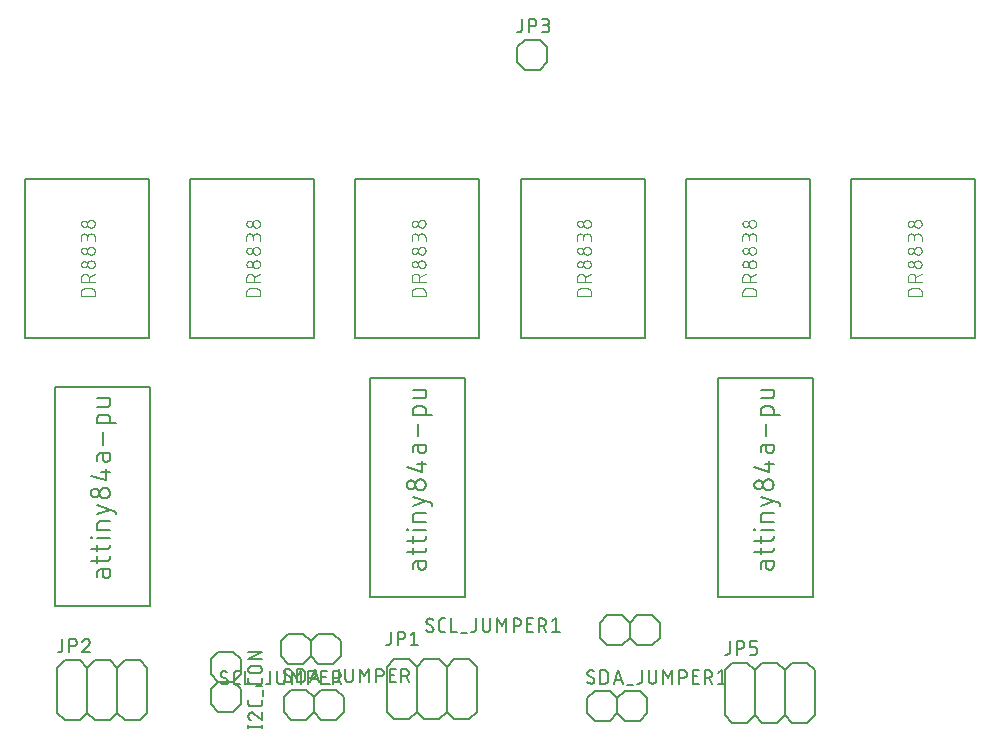
<source format=gbr>
G04 EAGLE Gerber RS-274X export*
G75*
%MOMM*%
%FSLAX34Y34*%
%LPD*%
%INSilkscreen Top*%
%IPPOS*%
%AMOC8*
5,1,8,0,0,1.08239X$1,22.5*%
G01*
%ADD10C,0.152400*%
%ADD11C,0.127000*%
%ADD12C,0.101600*%


D10*
X273200Y127950D02*
X273200Y115250D01*
X266850Y108900D01*
X254150Y108900D01*
X247800Y115250D01*
X254150Y134300D02*
X266850Y134300D01*
X273200Y127950D01*
X254150Y134300D02*
X247800Y127950D01*
X247800Y115250D01*
X266850Y108900D02*
X273200Y102550D01*
X273200Y89850D01*
X266850Y83500D01*
X254150Y83500D01*
X247800Y89850D01*
X247800Y102550D01*
X254150Y108900D01*
D11*
X279423Y70673D02*
X290853Y70673D01*
X290853Y69403D02*
X290853Y71943D01*
X279423Y71943D02*
X279423Y69403D01*
X279423Y80135D02*
X279425Y80239D01*
X279431Y80344D01*
X279440Y80448D01*
X279453Y80551D01*
X279471Y80654D01*
X279491Y80756D01*
X279516Y80858D01*
X279544Y80958D01*
X279576Y81058D01*
X279612Y81156D01*
X279651Y81253D01*
X279693Y81348D01*
X279739Y81442D01*
X279789Y81534D01*
X279841Y81624D01*
X279897Y81712D01*
X279957Y81798D01*
X280019Y81882D01*
X280084Y81963D01*
X280152Y82042D01*
X280224Y82119D01*
X280297Y82192D01*
X280374Y82264D01*
X280453Y82332D01*
X280534Y82397D01*
X280618Y82459D01*
X280704Y82519D01*
X280792Y82575D01*
X280882Y82627D01*
X280974Y82677D01*
X281068Y82723D01*
X281163Y82765D01*
X281260Y82804D01*
X281358Y82840D01*
X281458Y82872D01*
X281558Y82900D01*
X281660Y82925D01*
X281762Y82945D01*
X281865Y82963D01*
X281968Y82976D01*
X282072Y82985D01*
X282177Y82991D01*
X282281Y82993D01*
X279423Y80135D02*
X279425Y80017D01*
X279431Y79898D01*
X279440Y79780D01*
X279453Y79663D01*
X279471Y79546D01*
X279491Y79429D01*
X279516Y79313D01*
X279544Y79198D01*
X279577Y79085D01*
X279612Y78972D01*
X279652Y78860D01*
X279694Y78750D01*
X279741Y78641D01*
X279791Y78533D01*
X279844Y78428D01*
X279901Y78324D01*
X279961Y78222D01*
X280024Y78122D01*
X280091Y78024D01*
X280160Y77928D01*
X280233Y77835D01*
X280309Y77744D01*
X280387Y77655D01*
X280469Y77569D01*
X280553Y77486D01*
X280639Y77405D01*
X280729Y77328D01*
X280820Y77253D01*
X280914Y77181D01*
X281011Y77112D01*
X281109Y77047D01*
X281210Y76984D01*
X281313Y76925D01*
X281417Y76869D01*
X281523Y76817D01*
X281631Y76768D01*
X281740Y76723D01*
X281851Y76681D01*
X281963Y76643D01*
X284503Y82040D02*
X284428Y82116D01*
X284349Y82191D01*
X284268Y82262D01*
X284184Y82331D01*
X284098Y82396D01*
X284010Y82458D01*
X283920Y82518D01*
X283828Y82574D01*
X283733Y82627D01*
X283637Y82676D01*
X283539Y82722D01*
X283440Y82765D01*
X283339Y82804D01*
X283237Y82839D01*
X283134Y82871D01*
X283030Y82899D01*
X282925Y82924D01*
X282818Y82945D01*
X282712Y82962D01*
X282605Y82975D01*
X282497Y82984D01*
X282389Y82990D01*
X282281Y82992D01*
X284503Y82040D02*
X290853Y76642D01*
X290853Y82992D01*
X290853Y90575D02*
X290853Y93115D01*
X290853Y90575D02*
X290851Y90475D01*
X290845Y90376D01*
X290835Y90276D01*
X290822Y90178D01*
X290804Y90079D01*
X290783Y89982D01*
X290758Y89886D01*
X290729Y89790D01*
X290696Y89696D01*
X290660Y89603D01*
X290620Y89512D01*
X290576Y89422D01*
X290529Y89334D01*
X290479Y89248D01*
X290425Y89164D01*
X290368Y89082D01*
X290308Y89003D01*
X290244Y88925D01*
X290178Y88851D01*
X290109Y88779D01*
X290037Y88710D01*
X289963Y88644D01*
X289885Y88580D01*
X289806Y88520D01*
X289724Y88463D01*
X289640Y88409D01*
X289554Y88359D01*
X289466Y88312D01*
X289376Y88268D01*
X289285Y88228D01*
X289192Y88192D01*
X289098Y88159D01*
X289002Y88130D01*
X288906Y88105D01*
X288809Y88084D01*
X288710Y88066D01*
X288612Y88053D01*
X288512Y88043D01*
X288413Y88037D01*
X288313Y88035D01*
X281963Y88035D01*
X281863Y88037D01*
X281764Y88043D01*
X281664Y88053D01*
X281566Y88066D01*
X281467Y88084D01*
X281370Y88105D01*
X281274Y88130D01*
X281178Y88159D01*
X281084Y88192D01*
X280991Y88228D01*
X280900Y88268D01*
X280810Y88312D01*
X280722Y88359D01*
X280636Y88409D01*
X280552Y88463D01*
X280470Y88520D01*
X280391Y88580D01*
X280313Y88644D01*
X280239Y88710D01*
X280167Y88779D01*
X280098Y88851D01*
X280032Y88925D01*
X279968Y89003D01*
X279908Y89082D01*
X279851Y89164D01*
X279797Y89248D01*
X279747Y89334D01*
X279700Y89422D01*
X279656Y89512D01*
X279616Y89603D01*
X279580Y89696D01*
X279547Y89790D01*
X279518Y89886D01*
X279493Y89982D01*
X279472Y90079D01*
X279454Y90178D01*
X279441Y90276D01*
X279431Y90376D01*
X279425Y90475D01*
X279423Y90575D01*
X279423Y93115D01*
X292123Y97089D02*
X292123Y102169D01*
X290853Y109244D02*
X290853Y111784D01*
X290853Y109244D02*
X290851Y109144D01*
X290845Y109045D01*
X290835Y108945D01*
X290822Y108847D01*
X290804Y108748D01*
X290783Y108651D01*
X290758Y108555D01*
X290729Y108459D01*
X290696Y108365D01*
X290660Y108272D01*
X290620Y108181D01*
X290576Y108091D01*
X290529Y108003D01*
X290479Y107917D01*
X290425Y107833D01*
X290368Y107751D01*
X290308Y107672D01*
X290244Y107594D01*
X290178Y107520D01*
X290109Y107448D01*
X290037Y107379D01*
X289963Y107313D01*
X289885Y107249D01*
X289806Y107189D01*
X289724Y107132D01*
X289640Y107078D01*
X289554Y107028D01*
X289466Y106981D01*
X289376Y106937D01*
X289285Y106897D01*
X289192Y106861D01*
X289098Y106828D01*
X289002Y106799D01*
X288906Y106774D01*
X288809Y106753D01*
X288710Y106735D01*
X288612Y106722D01*
X288512Y106712D01*
X288413Y106706D01*
X288313Y106704D01*
X281963Y106704D01*
X281863Y106706D01*
X281764Y106712D01*
X281664Y106722D01*
X281566Y106735D01*
X281467Y106753D01*
X281370Y106774D01*
X281274Y106799D01*
X281178Y106828D01*
X281084Y106861D01*
X280991Y106897D01*
X280900Y106937D01*
X280810Y106981D01*
X280722Y107028D01*
X280636Y107078D01*
X280552Y107132D01*
X280470Y107189D01*
X280391Y107249D01*
X280313Y107313D01*
X280239Y107379D01*
X280167Y107448D01*
X280098Y107520D01*
X280032Y107594D01*
X279968Y107672D01*
X279908Y107751D01*
X279851Y107833D01*
X279797Y107917D01*
X279747Y108003D01*
X279700Y108091D01*
X279656Y108181D01*
X279616Y108272D01*
X279580Y108365D01*
X279547Y108459D01*
X279518Y108555D01*
X279493Y108651D01*
X279472Y108748D01*
X279454Y108847D01*
X279441Y108945D01*
X279431Y109045D01*
X279425Y109144D01*
X279423Y109244D01*
X279423Y111784D01*
X282598Y116266D02*
X287678Y116266D01*
X282598Y116266D02*
X282487Y116268D01*
X282377Y116274D01*
X282266Y116283D01*
X282156Y116297D01*
X282047Y116314D01*
X281938Y116335D01*
X281830Y116360D01*
X281723Y116389D01*
X281617Y116421D01*
X281512Y116457D01*
X281409Y116497D01*
X281307Y116540D01*
X281206Y116587D01*
X281107Y116638D01*
X281011Y116691D01*
X280916Y116748D01*
X280823Y116809D01*
X280732Y116872D01*
X280643Y116939D01*
X280557Y117009D01*
X280474Y117082D01*
X280392Y117157D01*
X280314Y117235D01*
X280239Y117317D01*
X280166Y117400D01*
X280096Y117486D01*
X280029Y117575D01*
X279966Y117666D01*
X279905Y117759D01*
X279848Y117853D01*
X279795Y117950D01*
X279744Y118049D01*
X279697Y118150D01*
X279654Y118252D01*
X279614Y118355D01*
X279578Y118460D01*
X279546Y118566D01*
X279517Y118673D01*
X279492Y118781D01*
X279471Y118890D01*
X279454Y118999D01*
X279440Y119109D01*
X279431Y119220D01*
X279425Y119330D01*
X279423Y119441D01*
X279425Y119552D01*
X279431Y119662D01*
X279440Y119773D01*
X279454Y119883D01*
X279471Y119992D01*
X279492Y120101D01*
X279517Y120209D01*
X279546Y120316D01*
X279578Y120422D01*
X279614Y120527D01*
X279654Y120630D01*
X279697Y120732D01*
X279744Y120833D01*
X279795Y120932D01*
X279848Y121029D01*
X279905Y121123D01*
X279966Y121216D01*
X280029Y121307D01*
X280096Y121396D01*
X280166Y121482D01*
X280239Y121565D01*
X280314Y121647D01*
X280392Y121725D01*
X280474Y121800D01*
X280557Y121873D01*
X280643Y121943D01*
X280732Y122010D01*
X280823Y122073D01*
X280916Y122134D01*
X281011Y122191D01*
X281107Y122244D01*
X281206Y122295D01*
X281307Y122342D01*
X281409Y122385D01*
X281512Y122425D01*
X281617Y122461D01*
X281723Y122493D01*
X281830Y122522D01*
X281938Y122547D01*
X282047Y122568D01*
X282156Y122585D01*
X282266Y122599D01*
X282377Y122608D01*
X282487Y122614D01*
X282598Y122616D01*
X287678Y122616D01*
X287789Y122614D01*
X287899Y122608D01*
X288010Y122599D01*
X288120Y122585D01*
X288229Y122568D01*
X288338Y122547D01*
X288446Y122522D01*
X288553Y122493D01*
X288659Y122461D01*
X288764Y122425D01*
X288867Y122385D01*
X288969Y122342D01*
X289070Y122295D01*
X289169Y122244D01*
X289266Y122191D01*
X289360Y122134D01*
X289453Y122073D01*
X289544Y122010D01*
X289633Y121943D01*
X289719Y121873D01*
X289802Y121800D01*
X289884Y121725D01*
X289962Y121647D01*
X290037Y121565D01*
X290110Y121482D01*
X290180Y121396D01*
X290247Y121307D01*
X290310Y121216D01*
X290371Y121123D01*
X290428Y121028D01*
X290481Y120932D01*
X290532Y120833D01*
X290579Y120732D01*
X290622Y120630D01*
X290662Y120527D01*
X290698Y120422D01*
X290730Y120316D01*
X290759Y120209D01*
X290784Y120101D01*
X290805Y119992D01*
X290822Y119883D01*
X290836Y119773D01*
X290845Y119662D01*
X290851Y119552D01*
X290853Y119441D01*
X290851Y119330D01*
X290845Y119220D01*
X290836Y119109D01*
X290822Y118999D01*
X290805Y118890D01*
X290784Y118781D01*
X290759Y118673D01*
X290730Y118566D01*
X290698Y118460D01*
X290662Y118355D01*
X290622Y118252D01*
X290579Y118150D01*
X290532Y118049D01*
X290481Y117950D01*
X290428Y117853D01*
X290371Y117759D01*
X290310Y117666D01*
X290247Y117575D01*
X290180Y117486D01*
X290110Y117400D01*
X290037Y117317D01*
X289962Y117235D01*
X289884Y117157D01*
X289802Y117082D01*
X289719Y117009D01*
X289633Y116939D01*
X289544Y116872D01*
X289453Y116809D01*
X289360Y116748D01*
X289266Y116691D01*
X289169Y116638D01*
X289070Y116587D01*
X288969Y116540D01*
X288867Y116497D01*
X288764Y116457D01*
X288659Y116421D01*
X288553Y116389D01*
X288446Y116360D01*
X288338Y116335D01*
X288229Y116314D01*
X288120Y116297D01*
X288010Y116283D01*
X287899Y116274D01*
X287789Y116268D01*
X287678Y116266D01*
X290853Y128077D02*
X279423Y128077D01*
X290853Y134427D01*
X279423Y134427D01*
D10*
X396500Y83550D02*
X402850Y77200D01*
X415550Y77200D02*
X421900Y83550D01*
X428250Y77200D01*
X440950Y77200D02*
X447300Y83550D01*
X396500Y83550D02*
X396500Y121650D01*
X402850Y128000D01*
X415550Y128000D01*
X421900Y121650D01*
X428250Y128000D01*
X440950Y128000D01*
X447300Y121650D01*
X421900Y121650D02*
X421900Y83550D01*
X447300Y83550D02*
X447300Y121650D01*
X440950Y77200D02*
X428250Y77200D01*
X415550Y77200D02*
X402850Y77200D01*
X447300Y83550D02*
X453650Y77200D01*
X466350Y77200D02*
X472700Y83550D01*
X447300Y121650D02*
X453650Y128000D01*
X466350Y128000D01*
X472700Y121650D01*
X472700Y83550D01*
X466350Y77200D02*
X453650Y77200D01*
D11*
X399945Y142525D02*
X399945Y151415D01*
X399945Y142525D02*
X399943Y142425D01*
X399937Y142326D01*
X399927Y142226D01*
X399914Y142128D01*
X399896Y142029D01*
X399875Y141932D01*
X399850Y141836D01*
X399821Y141740D01*
X399788Y141646D01*
X399752Y141553D01*
X399712Y141462D01*
X399668Y141372D01*
X399621Y141284D01*
X399571Y141198D01*
X399517Y141114D01*
X399460Y141032D01*
X399400Y140953D01*
X399336Y140875D01*
X399270Y140801D01*
X399201Y140729D01*
X399129Y140660D01*
X399055Y140594D01*
X398977Y140530D01*
X398898Y140470D01*
X398816Y140413D01*
X398732Y140359D01*
X398646Y140309D01*
X398558Y140262D01*
X398468Y140218D01*
X398377Y140178D01*
X398284Y140142D01*
X398190Y140109D01*
X398094Y140080D01*
X397998Y140055D01*
X397901Y140034D01*
X397802Y140016D01*
X397704Y140003D01*
X397604Y139993D01*
X397505Y139987D01*
X397405Y139985D01*
X396135Y139985D01*
X405925Y139985D02*
X405925Y151415D01*
X409100Y151415D01*
X409211Y151413D01*
X409321Y151407D01*
X409432Y151398D01*
X409542Y151384D01*
X409651Y151367D01*
X409760Y151346D01*
X409868Y151321D01*
X409975Y151292D01*
X410081Y151260D01*
X410186Y151224D01*
X410289Y151184D01*
X410391Y151141D01*
X410492Y151094D01*
X410591Y151043D01*
X410688Y150990D01*
X410782Y150933D01*
X410875Y150872D01*
X410966Y150809D01*
X411055Y150742D01*
X411141Y150672D01*
X411224Y150599D01*
X411306Y150524D01*
X411384Y150446D01*
X411459Y150364D01*
X411532Y150281D01*
X411602Y150195D01*
X411669Y150106D01*
X411732Y150015D01*
X411793Y149922D01*
X411850Y149827D01*
X411903Y149731D01*
X411954Y149632D01*
X412001Y149531D01*
X412044Y149429D01*
X412084Y149326D01*
X412120Y149221D01*
X412152Y149115D01*
X412181Y149008D01*
X412206Y148900D01*
X412227Y148791D01*
X412244Y148682D01*
X412258Y148572D01*
X412267Y148461D01*
X412273Y148351D01*
X412275Y148240D01*
X412273Y148129D01*
X412267Y148019D01*
X412258Y147908D01*
X412244Y147798D01*
X412227Y147689D01*
X412206Y147580D01*
X412181Y147472D01*
X412152Y147365D01*
X412120Y147259D01*
X412084Y147154D01*
X412044Y147051D01*
X412001Y146949D01*
X411954Y146848D01*
X411903Y146749D01*
X411850Y146652D01*
X411793Y146558D01*
X411732Y146465D01*
X411669Y146374D01*
X411602Y146285D01*
X411532Y146199D01*
X411459Y146116D01*
X411384Y146034D01*
X411306Y145956D01*
X411224Y145881D01*
X411141Y145808D01*
X411055Y145738D01*
X410966Y145671D01*
X410875Y145608D01*
X410782Y145547D01*
X410688Y145490D01*
X410591Y145437D01*
X410492Y145386D01*
X410391Y145339D01*
X410289Y145296D01*
X410186Y145256D01*
X410081Y145220D01*
X409975Y145188D01*
X409868Y145159D01*
X409760Y145134D01*
X409651Y145113D01*
X409542Y145096D01*
X409432Y145082D01*
X409321Y145073D01*
X409211Y145067D01*
X409100Y145065D01*
X405925Y145065D01*
X416784Y148875D02*
X419959Y151415D01*
X419959Y139985D01*
X416784Y139985D02*
X423134Y139985D01*
D10*
X123950Y76200D02*
X117600Y82550D01*
X136650Y76200D02*
X143000Y82550D01*
X149350Y76200D01*
X162050Y76200D02*
X168400Y82550D01*
X117600Y82550D02*
X117600Y120650D01*
X123950Y127000D01*
X136650Y127000D01*
X143000Y120650D01*
X149350Y127000D01*
X162050Y127000D01*
X168400Y120650D01*
X143000Y120650D02*
X143000Y82550D01*
X168400Y82550D02*
X168400Y120650D01*
X162050Y76200D02*
X149350Y76200D01*
X136650Y76200D02*
X123950Y76200D01*
X168400Y82550D02*
X174750Y76200D01*
X187450Y76200D02*
X193800Y82550D01*
X168400Y120650D02*
X174750Y127000D01*
X187450Y127000D01*
X193800Y120650D01*
X193800Y82550D01*
X187450Y76200D02*
X174750Y76200D01*
D11*
X122045Y136525D02*
X122045Y145415D01*
X122045Y136525D02*
X122043Y136425D01*
X122037Y136326D01*
X122027Y136226D01*
X122014Y136128D01*
X121996Y136029D01*
X121975Y135932D01*
X121950Y135836D01*
X121921Y135740D01*
X121888Y135646D01*
X121852Y135553D01*
X121812Y135462D01*
X121768Y135372D01*
X121721Y135284D01*
X121671Y135198D01*
X121617Y135114D01*
X121560Y135032D01*
X121500Y134953D01*
X121436Y134875D01*
X121370Y134801D01*
X121301Y134729D01*
X121229Y134660D01*
X121155Y134594D01*
X121077Y134530D01*
X120998Y134470D01*
X120916Y134413D01*
X120832Y134359D01*
X120746Y134309D01*
X120658Y134262D01*
X120568Y134218D01*
X120477Y134178D01*
X120384Y134142D01*
X120290Y134109D01*
X120194Y134080D01*
X120098Y134055D01*
X120001Y134034D01*
X119902Y134016D01*
X119804Y134003D01*
X119704Y133993D01*
X119605Y133987D01*
X119505Y133985D01*
X118235Y133985D01*
X128025Y133985D02*
X128025Y145415D01*
X131200Y145415D01*
X131311Y145413D01*
X131421Y145407D01*
X131532Y145398D01*
X131642Y145384D01*
X131751Y145367D01*
X131860Y145346D01*
X131968Y145321D01*
X132075Y145292D01*
X132181Y145260D01*
X132286Y145224D01*
X132389Y145184D01*
X132491Y145141D01*
X132592Y145094D01*
X132691Y145043D01*
X132788Y144990D01*
X132882Y144933D01*
X132975Y144872D01*
X133066Y144809D01*
X133155Y144742D01*
X133241Y144672D01*
X133324Y144599D01*
X133406Y144524D01*
X133484Y144446D01*
X133559Y144364D01*
X133632Y144281D01*
X133702Y144195D01*
X133769Y144106D01*
X133832Y144015D01*
X133893Y143922D01*
X133950Y143827D01*
X134003Y143731D01*
X134054Y143632D01*
X134101Y143531D01*
X134144Y143429D01*
X134184Y143326D01*
X134220Y143221D01*
X134252Y143115D01*
X134281Y143008D01*
X134306Y142900D01*
X134327Y142791D01*
X134344Y142682D01*
X134358Y142572D01*
X134367Y142461D01*
X134373Y142351D01*
X134375Y142240D01*
X134373Y142129D01*
X134367Y142019D01*
X134358Y141908D01*
X134344Y141798D01*
X134327Y141689D01*
X134306Y141580D01*
X134281Y141472D01*
X134252Y141365D01*
X134220Y141259D01*
X134184Y141154D01*
X134144Y141051D01*
X134101Y140949D01*
X134054Y140848D01*
X134003Y140749D01*
X133950Y140652D01*
X133893Y140558D01*
X133832Y140465D01*
X133769Y140374D01*
X133702Y140285D01*
X133632Y140199D01*
X133559Y140116D01*
X133484Y140034D01*
X133406Y139956D01*
X133324Y139881D01*
X133241Y139808D01*
X133155Y139738D01*
X133066Y139671D01*
X132975Y139608D01*
X132882Y139547D01*
X132787Y139490D01*
X132691Y139437D01*
X132592Y139386D01*
X132491Y139339D01*
X132389Y139296D01*
X132286Y139256D01*
X132181Y139220D01*
X132075Y139188D01*
X131968Y139159D01*
X131860Y139134D01*
X131751Y139113D01*
X131642Y139096D01*
X131532Y139082D01*
X131421Y139073D01*
X131311Y139067D01*
X131200Y139065D01*
X128025Y139065D01*
X142376Y145416D02*
X142480Y145414D01*
X142585Y145408D01*
X142689Y145399D01*
X142792Y145386D01*
X142895Y145368D01*
X142997Y145348D01*
X143099Y145323D01*
X143199Y145295D01*
X143299Y145263D01*
X143397Y145227D01*
X143494Y145188D01*
X143589Y145146D01*
X143683Y145100D01*
X143775Y145050D01*
X143865Y144998D01*
X143953Y144942D01*
X144039Y144882D01*
X144123Y144820D01*
X144204Y144755D01*
X144283Y144687D01*
X144360Y144615D01*
X144433Y144542D01*
X144505Y144465D01*
X144573Y144386D01*
X144638Y144305D01*
X144700Y144221D01*
X144760Y144135D01*
X144816Y144047D01*
X144868Y143957D01*
X144918Y143865D01*
X144964Y143771D01*
X145006Y143676D01*
X145045Y143579D01*
X145081Y143481D01*
X145113Y143381D01*
X145141Y143281D01*
X145166Y143179D01*
X145186Y143077D01*
X145204Y142974D01*
X145217Y142871D01*
X145226Y142767D01*
X145232Y142662D01*
X145234Y142558D01*
X142376Y145415D02*
X142258Y145413D01*
X142139Y145407D01*
X142021Y145398D01*
X141904Y145385D01*
X141787Y145367D01*
X141670Y145347D01*
X141554Y145322D01*
X141439Y145294D01*
X141326Y145261D01*
X141213Y145226D01*
X141101Y145186D01*
X140991Y145144D01*
X140882Y145097D01*
X140774Y145047D01*
X140669Y144994D01*
X140565Y144937D01*
X140463Y144877D01*
X140363Y144814D01*
X140265Y144747D01*
X140169Y144678D01*
X140076Y144605D01*
X139985Y144529D01*
X139896Y144451D01*
X139810Y144369D01*
X139727Y144285D01*
X139646Y144199D01*
X139569Y144109D01*
X139494Y144018D01*
X139422Y143924D01*
X139353Y143827D01*
X139288Y143729D01*
X139225Y143628D01*
X139166Y143525D01*
X139110Y143421D01*
X139058Y143315D01*
X139009Y143207D01*
X138964Y143098D01*
X138922Y142987D01*
X138884Y142875D01*
X144282Y140336D02*
X144358Y140411D01*
X144433Y140490D01*
X144504Y140571D01*
X144573Y140655D01*
X144638Y140741D01*
X144700Y140829D01*
X144760Y140919D01*
X144816Y141011D01*
X144869Y141106D01*
X144918Y141202D01*
X144964Y141300D01*
X145007Y141399D01*
X145046Y141500D01*
X145081Y141602D01*
X145113Y141705D01*
X145141Y141809D01*
X145166Y141914D01*
X145187Y142021D01*
X145204Y142127D01*
X145217Y142234D01*
X145226Y142342D01*
X145232Y142450D01*
X145234Y142558D01*
X144281Y140335D02*
X138884Y133985D01*
X145234Y133985D01*
D10*
X608750Y139800D02*
X621450Y139800D01*
X608750Y139800D02*
X602400Y146150D01*
X602400Y158850D01*
X608750Y165200D01*
X627800Y158850D02*
X627800Y146150D01*
X621450Y139800D01*
X627800Y158850D02*
X621450Y165200D01*
X608750Y165200D01*
X602400Y146150D02*
X596050Y139800D01*
X583350Y139800D01*
X577000Y146150D01*
X577000Y158850D01*
X583350Y165200D01*
X596050Y165200D01*
X602400Y158850D01*
D11*
X436247Y153687D02*
X436245Y153587D01*
X436239Y153488D01*
X436229Y153388D01*
X436216Y153290D01*
X436198Y153191D01*
X436177Y153094D01*
X436152Y152998D01*
X436123Y152902D01*
X436090Y152808D01*
X436054Y152715D01*
X436014Y152624D01*
X435970Y152534D01*
X435923Y152446D01*
X435873Y152360D01*
X435819Y152276D01*
X435762Y152194D01*
X435702Y152115D01*
X435638Y152037D01*
X435572Y151963D01*
X435503Y151891D01*
X435431Y151822D01*
X435357Y151756D01*
X435279Y151692D01*
X435200Y151632D01*
X435118Y151575D01*
X435034Y151521D01*
X434948Y151471D01*
X434860Y151424D01*
X434770Y151380D01*
X434679Y151340D01*
X434586Y151304D01*
X434492Y151271D01*
X434396Y151242D01*
X434300Y151217D01*
X434203Y151196D01*
X434104Y151178D01*
X434006Y151165D01*
X433906Y151155D01*
X433807Y151149D01*
X433707Y151147D01*
X433566Y151149D01*
X433425Y151154D01*
X433284Y151164D01*
X433143Y151177D01*
X433003Y151193D01*
X432863Y151214D01*
X432724Y151238D01*
X432585Y151266D01*
X432448Y151297D01*
X432311Y151332D01*
X432175Y151370D01*
X432040Y151412D01*
X431907Y151458D01*
X431774Y151507D01*
X431643Y151560D01*
X431514Y151616D01*
X431385Y151675D01*
X431259Y151738D01*
X431134Y151804D01*
X431011Y151873D01*
X430890Y151946D01*
X430771Y152022D01*
X430653Y152101D01*
X430538Y152182D01*
X430426Y152267D01*
X430315Y152355D01*
X430207Y152446D01*
X430101Y152539D01*
X429998Y152636D01*
X429897Y152735D01*
X430215Y160037D02*
X430217Y160137D01*
X430223Y160236D01*
X430233Y160336D01*
X430246Y160434D01*
X430264Y160533D01*
X430285Y160630D01*
X430310Y160726D01*
X430339Y160822D01*
X430372Y160916D01*
X430408Y161009D01*
X430448Y161100D01*
X430492Y161190D01*
X430539Y161278D01*
X430589Y161364D01*
X430643Y161448D01*
X430700Y161530D01*
X430760Y161609D01*
X430824Y161687D01*
X430890Y161761D01*
X430959Y161833D01*
X431031Y161902D01*
X431105Y161968D01*
X431183Y162032D01*
X431262Y162092D01*
X431344Y162149D01*
X431428Y162203D01*
X431514Y162253D01*
X431602Y162300D01*
X431692Y162344D01*
X431783Y162384D01*
X431876Y162420D01*
X431970Y162453D01*
X432066Y162482D01*
X432162Y162507D01*
X432259Y162528D01*
X432358Y162546D01*
X432456Y162559D01*
X432556Y162569D01*
X432655Y162575D01*
X432755Y162577D01*
X432755Y162578D02*
X432888Y162576D01*
X433021Y162571D01*
X433154Y162561D01*
X433287Y162548D01*
X433419Y162531D01*
X433551Y162511D01*
X433682Y162487D01*
X433812Y162459D01*
X433942Y162428D01*
X434070Y162393D01*
X434198Y162354D01*
X434324Y162312D01*
X434449Y162266D01*
X434573Y162217D01*
X434696Y162165D01*
X434817Y162109D01*
X434936Y162049D01*
X435054Y161987D01*
X435169Y161921D01*
X435283Y161852D01*
X435395Y161779D01*
X435505Y161704D01*
X435613Y161625D01*
X431484Y157814D02*
X431400Y157866D01*
X431317Y157921D01*
X431237Y157980D01*
X431159Y158041D01*
X431084Y158105D01*
X431011Y158173D01*
X430940Y158243D01*
X430873Y158315D01*
X430808Y158390D01*
X430746Y158468D01*
X430687Y158548D01*
X430631Y158630D01*
X430579Y158714D01*
X430530Y158800D01*
X430484Y158888D01*
X430441Y158978D01*
X430402Y159069D01*
X430367Y159162D01*
X430335Y159256D01*
X430307Y159351D01*
X430282Y159447D01*
X430262Y159544D01*
X430244Y159642D01*
X430231Y159740D01*
X430222Y159839D01*
X430216Y159938D01*
X430214Y160037D01*
X434977Y155910D02*
X435061Y155858D01*
X435144Y155803D01*
X435224Y155744D01*
X435302Y155683D01*
X435377Y155619D01*
X435450Y155551D01*
X435521Y155481D01*
X435588Y155409D01*
X435653Y155334D01*
X435715Y155256D01*
X435774Y155176D01*
X435830Y155094D01*
X435882Y155010D01*
X435931Y154924D01*
X435977Y154836D01*
X436020Y154746D01*
X436059Y154655D01*
X436094Y154562D01*
X436126Y154468D01*
X436154Y154373D01*
X436179Y154277D01*
X436199Y154180D01*
X436217Y154082D01*
X436230Y153984D01*
X436239Y153885D01*
X436245Y153786D01*
X436247Y153687D01*
X434977Y155910D02*
X431485Y157815D01*
X443449Y151147D02*
X445989Y151147D01*
X443449Y151147D02*
X443349Y151149D01*
X443250Y151155D01*
X443150Y151165D01*
X443052Y151178D01*
X442953Y151196D01*
X442856Y151217D01*
X442760Y151242D01*
X442664Y151271D01*
X442570Y151304D01*
X442477Y151340D01*
X442386Y151380D01*
X442296Y151424D01*
X442208Y151471D01*
X442122Y151521D01*
X442038Y151575D01*
X441956Y151632D01*
X441877Y151692D01*
X441799Y151756D01*
X441725Y151822D01*
X441653Y151891D01*
X441584Y151963D01*
X441518Y152037D01*
X441454Y152115D01*
X441394Y152194D01*
X441337Y152276D01*
X441283Y152360D01*
X441233Y152446D01*
X441186Y152534D01*
X441142Y152624D01*
X441102Y152715D01*
X441066Y152808D01*
X441033Y152902D01*
X441004Y152998D01*
X440979Y153094D01*
X440958Y153191D01*
X440940Y153290D01*
X440927Y153388D01*
X440917Y153488D01*
X440911Y153587D01*
X440909Y153687D01*
X440909Y160037D01*
X440911Y160137D01*
X440917Y160236D01*
X440927Y160336D01*
X440940Y160434D01*
X440958Y160533D01*
X440979Y160630D01*
X441004Y160726D01*
X441033Y160822D01*
X441066Y160916D01*
X441102Y161009D01*
X441142Y161100D01*
X441186Y161190D01*
X441233Y161278D01*
X441283Y161364D01*
X441337Y161448D01*
X441394Y161530D01*
X441454Y161609D01*
X441518Y161687D01*
X441584Y161761D01*
X441653Y161833D01*
X441725Y161902D01*
X441799Y161968D01*
X441877Y162032D01*
X441956Y162092D01*
X442038Y162149D01*
X442122Y162203D01*
X442208Y162253D01*
X442296Y162300D01*
X442386Y162344D01*
X442477Y162384D01*
X442570Y162420D01*
X442664Y162453D01*
X442760Y162482D01*
X442856Y162507D01*
X442953Y162528D01*
X443052Y162546D01*
X443150Y162559D01*
X443250Y162569D01*
X443349Y162575D01*
X443449Y162577D01*
X445989Y162577D01*
X450878Y162577D02*
X450878Y151147D01*
X455958Y151147D01*
X459869Y149877D02*
X464949Y149877D01*
X472113Y153687D02*
X472113Y162577D01*
X472113Y153687D02*
X472111Y153587D01*
X472105Y153488D01*
X472095Y153388D01*
X472082Y153290D01*
X472064Y153191D01*
X472043Y153094D01*
X472018Y152998D01*
X471989Y152902D01*
X471956Y152808D01*
X471920Y152715D01*
X471880Y152624D01*
X471836Y152534D01*
X471789Y152446D01*
X471739Y152360D01*
X471685Y152276D01*
X471628Y152194D01*
X471568Y152115D01*
X471504Y152037D01*
X471438Y151963D01*
X471369Y151891D01*
X471297Y151822D01*
X471223Y151756D01*
X471145Y151692D01*
X471066Y151632D01*
X470984Y151575D01*
X470900Y151521D01*
X470814Y151471D01*
X470726Y151424D01*
X470636Y151380D01*
X470545Y151340D01*
X470452Y151304D01*
X470358Y151271D01*
X470262Y151242D01*
X470166Y151217D01*
X470069Y151196D01*
X469970Y151178D01*
X469872Y151165D01*
X469772Y151155D01*
X469673Y151149D01*
X469573Y151147D01*
X468303Y151147D01*
X477903Y154322D02*
X477903Y162577D01*
X477903Y154322D02*
X477905Y154211D01*
X477911Y154101D01*
X477920Y153990D01*
X477934Y153880D01*
X477951Y153771D01*
X477972Y153662D01*
X477997Y153554D01*
X478026Y153447D01*
X478058Y153341D01*
X478094Y153236D01*
X478134Y153133D01*
X478177Y153031D01*
X478224Y152930D01*
X478275Y152831D01*
X478328Y152735D01*
X478385Y152640D01*
X478446Y152547D01*
X478509Y152456D01*
X478576Y152367D01*
X478646Y152281D01*
X478719Y152198D01*
X478794Y152116D01*
X478872Y152038D01*
X478954Y151963D01*
X479037Y151890D01*
X479123Y151820D01*
X479212Y151753D01*
X479303Y151690D01*
X479396Y151629D01*
X479491Y151572D01*
X479587Y151519D01*
X479686Y151468D01*
X479787Y151421D01*
X479889Y151378D01*
X479992Y151338D01*
X480097Y151302D01*
X480203Y151270D01*
X480310Y151241D01*
X480418Y151216D01*
X480527Y151195D01*
X480636Y151178D01*
X480746Y151164D01*
X480857Y151155D01*
X480967Y151149D01*
X481078Y151147D01*
X481189Y151149D01*
X481299Y151155D01*
X481410Y151164D01*
X481520Y151178D01*
X481629Y151195D01*
X481738Y151216D01*
X481846Y151241D01*
X481953Y151270D01*
X482059Y151302D01*
X482164Y151338D01*
X482267Y151378D01*
X482369Y151421D01*
X482470Y151468D01*
X482569Y151519D01*
X482665Y151572D01*
X482760Y151629D01*
X482853Y151690D01*
X482944Y151753D01*
X483033Y151820D01*
X483119Y151890D01*
X483202Y151963D01*
X483284Y152038D01*
X483362Y152116D01*
X483437Y152198D01*
X483510Y152281D01*
X483580Y152367D01*
X483647Y152456D01*
X483710Y152547D01*
X483771Y152640D01*
X483828Y152734D01*
X483881Y152831D01*
X483932Y152930D01*
X483979Y153031D01*
X484022Y153133D01*
X484062Y153236D01*
X484098Y153341D01*
X484130Y153447D01*
X484159Y153554D01*
X484184Y153662D01*
X484205Y153771D01*
X484222Y153880D01*
X484236Y153990D01*
X484245Y154101D01*
X484251Y154211D01*
X484253Y154322D01*
X484253Y162577D01*
X490222Y162577D02*
X490222Y151147D01*
X494032Y156227D02*
X490222Y162577D01*
X494032Y156227D02*
X497842Y162577D01*
X497842Y151147D01*
X504002Y151147D02*
X504002Y162577D01*
X507177Y162577D01*
X507288Y162575D01*
X507398Y162569D01*
X507509Y162560D01*
X507619Y162546D01*
X507728Y162529D01*
X507837Y162508D01*
X507945Y162483D01*
X508052Y162454D01*
X508158Y162422D01*
X508263Y162386D01*
X508366Y162346D01*
X508468Y162303D01*
X508569Y162256D01*
X508668Y162205D01*
X508765Y162152D01*
X508859Y162095D01*
X508952Y162034D01*
X509043Y161971D01*
X509132Y161904D01*
X509218Y161834D01*
X509301Y161761D01*
X509383Y161686D01*
X509461Y161608D01*
X509536Y161526D01*
X509609Y161443D01*
X509679Y161357D01*
X509746Y161268D01*
X509809Y161177D01*
X509870Y161084D01*
X509927Y160989D01*
X509980Y160893D01*
X510031Y160794D01*
X510078Y160693D01*
X510121Y160591D01*
X510161Y160488D01*
X510197Y160383D01*
X510229Y160277D01*
X510258Y160170D01*
X510283Y160062D01*
X510304Y159953D01*
X510321Y159844D01*
X510335Y159734D01*
X510344Y159623D01*
X510350Y159513D01*
X510352Y159402D01*
X510350Y159291D01*
X510344Y159181D01*
X510335Y159070D01*
X510321Y158960D01*
X510304Y158851D01*
X510283Y158742D01*
X510258Y158634D01*
X510229Y158527D01*
X510197Y158421D01*
X510161Y158316D01*
X510121Y158213D01*
X510078Y158111D01*
X510031Y158010D01*
X509980Y157911D01*
X509927Y157814D01*
X509870Y157720D01*
X509809Y157627D01*
X509746Y157536D01*
X509679Y157447D01*
X509609Y157361D01*
X509536Y157278D01*
X509461Y157196D01*
X509383Y157118D01*
X509301Y157043D01*
X509218Y156970D01*
X509132Y156900D01*
X509043Y156833D01*
X508952Y156770D01*
X508859Y156709D01*
X508765Y156652D01*
X508668Y156599D01*
X508569Y156548D01*
X508468Y156501D01*
X508366Y156458D01*
X508263Y156418D01*
X508158Y156382D01*
X508052Y156350D01*
X507945Y156321D01*
X507837Y156296D01*
X507728Y156275D01*
X507619Y156258D01*
X507509Y156244D01*
X507398Y156235D01*
X507288Y156229D01*
X507177Y156227D01*
X504002Y156227D01*
X515266Y151147D02*
X520346Y151147D01*
X515266Y151147D02*
X515266Y162577D01*
X520346Y162577D01*
X519076Y157497D02*
X515266Y157497D01*
X525230Y162577D02*
X525230Y151147D01*
X525230Y162577D02*
X528405Y162577D01*
X528516Y162575D01*
X528626Y162569D01*
X528737Y162560D01*
X528847Y162546D01*
X528956Y162529D01*
X529065Y162508D01*
X529173Y162483D01*
X529280Y162454D01*
X529386Y162422D01*
X529491Y162386D01*
X529594Y162346D01*
X529696Y162303D01*
X529797Y162256D01*
X529896Y162205D01*
X529993Y162152D01*
X530087Y162095D01*
X530180Y162034D01*
X530271Y161971D01*
X530360Y161904D01*
X530446Y161834D01*
X530529Y161761D01*
X530611Y161686D01*
X530689Y161608D01*
X530764Y161526D01*
X530837Y161443D01*
X530907Y161357D01*
X530974Y161268D01*
X531037Y161177D01*
X531098Y161084D01*
X531155Y160989D01*
X531208Y160893D01*
X531259Y160794D01*
X531306Y160693D01*
X531349Y160591D01*
X531389Y160488D01*
X531425Y160383D01*
X531457Y160277D01*
X531486Y160170D01*
X531511Y160062D01*
X531532Y159953D01*
X531549Y159844D01*
X531563Y159734D01*
X531572Y159623D01*
X531578Y159513D01*
X531580Y159402D01*
X531578Y159291D01*
X531572Y159181D01*
X531563Y159070D01*
X531549Y158960D01*
X531532Y158851D01*
X531511Y158742D01*
X531486Y158634D01*
X531457Y158527D01*
X531425Y158421D01*
X531389Y158316D01*
X531349Y158213D01*
X531306Y158111D01*
X531259Y158010D01*
X531208Y157911D01*
X531155Y157814D01*
X531098Y157720D01*
X531037Y157627D01*
X530974Y157536D01*
X530907Y157447D01*
X530837Y157361D01*
X530764Y157278D01*
X530689Y157196D01*
X530611Y157118D01*
X530529Y157043D01*
X530446Y156970D01*
X530360Y156900D01*
X530271Y156833D01*
X530180Y156770D01*
X530087Y156709D01*
X529993Y156652D01*
X529896Y156599D01*
X529797Y156548D01*
X529696Y156501D01*
X529594Y156458D01*
X529491Y156418D01*
X529386Y156382D01*
X529280Y156350D01*
X529173Y156321D01*
X529065Y156296D01*
X528956Y156275D01*
X528847Y156258D01*
X528737Y156244D01*
X528626Y156235D01*
X528516Y156229D01*
X528405Y156227D01*
X525230Y156227D01*
X529040Y156227D02*
X531580Y151147D01*
X536577Y160037D02*
X539752Y162577D01*
X539752Y151147D01*
X536577Y151147D02*
X542927Y151147D01*
D10*
X351150Y124300D02*
X338450Y124300D01*
X332100Y130650D01*
X332100Y143350D01*
X338450Y149700D01*
X357500Y143350D02*
X357500Y130650D01*
X351150Y124300D01*
X357500Y143350D02*
X351150Y149700D01*
X338450Y149700D01*
X332100Y130650D02*
X325750Y124300D01*
X313050Y124300D01*
X306700Y130650D01*
X306700Y143350D01*
X313050Y149700D01*
X325750Y149700D01*
X332100Y143350D01*
D11*
X262294Y109187D02*
X262292Y109087D01*
X262286Y108988D01*
X262276Y108888D01*
X262263Y108790D01*
X262245Y108691D01*
X262224Y108594D01*
X262199Y108498D01*
X262170Y108402D01*
X262137Y108308D01*
X262101Y108215D01*
X262061Y108124D01*
X262017Y108034D01*
X261970Y107946D01*
X261920Y107860D01*
X261866Y107776D01*
X261809Y107694D01*
X261749Y107615D01*
X261685Y107537D01*
X261619Y107463D01*
X261550Y107391D01*
X261478Y107322D01*
X261404Y107256D01*
X261326Y107192D01*
X261247Y107132D01*
X261165Y107075D01*
X261081Y107021D01*
X260995Y106971D01*
X260907Y106924D01*
X260817Y106880D01*
X260726Y106840D01*
X260633Y106804D01*
X260539Y106771D01*
X260443Y106742D01*
X260347Y106717D01*
X260250Y106696D01*
X260151Y106678D01*
X260053Y106665D01*
X259953Y106655D01*
X259854Y106649D01*
X259754Y106647D01*
X259613Y106649D01*
X259472Y106654D01*
X259331Y106664D01*
X259190Y106677D01*
X259050Y106693D01*
X258910Y106714D01*
X258771Y106738D01*
X258632Y106766D01*
X258495Y106797D01*
X258358Y106832D01*
X258222Y106870D01*
X258087Y106912D01*
X257954Y106958D01*
X257821Y107007D01*
X257690Y107060D01*
X257561Y107116D01*
X257432Y107175D01*
X257306Y107238D01*
X257181Y107304D01*
X257058Y107373D01*
X256937Y107446D01*
X256818Y107522D01*
X256700Y107601D01*
X256585Y107682D01*
X256473Y107767D01*
X256362Y107855D01*
X256254Y107946D01*
X256148Y108039D01*
X256045Y108136D01*
X255944Y108235D01*
X256262Y115537D02*
X256264Y115637D01*
X256270Y115736D01*
X256280Y115836D01*
X256293Y115934D01*
X256311Y116033D01*
X256332Y116130D01*
X256357Y116226D01*
X256386Y116322D01*
X256419Y116416D01*
X256455Y116509D01*
X256495Y116600D01*
X256539Y116690D01*
X256586Y116778D01*
X256636Y116864D01*
X256690Y116948D01*
X256747Y117030D01*
X256807Y117109D01*
X256871Y117187D01*
X256937Y117261D01*
X257006Y117333D01*
X257078Y117402D01*
X257152Y117468D01*
X257230Y117532D01*
X257309Y117592D01*
X257391Y117649D01*
X257475Y117703D01*
X257561Y117753D01*
X257649Y117800D01*
X257739Y117844D01*
X257830Y117884D01*
X257923Y117920D01*
X258017Y117953D01*
X258113Y117982D01*
X258209Y118007D01*
X258306Y118028D01*
X258405Y118046D01*
X258503Y118059D01*
X258603Y118069D01*
X258702Y118075D01*
X258802Y118077D01*
X258802Y118078D02*
X258935Y118076D01*
X259068Y118071D01*
X259201Y118061D01*
X259334Y118048D01*
X259466Y118031D01*
X259598Y118011D01*
X259729Y117987D01*
X259859Y117959D01*
X259989Y117928D01*
X260117Y117893D01*
X260245Y117854D01*
X260371Y117812D01*
X260496Y117766D01*
X260620Y117717D01*
X260743Y117665D01*
X260864Y117609D01*
X260983Y117549D01*
X261101Y117487D01*
X261216Y117421D01*
X261330Y117352D01*
X261442Y117279D01*
X261552Y117204D01*
X261660Y117125D01*
X257532Y113314D02*
X257448Y113366D01*
X257365Y113421D01*
X257285Y113480D01*
X257207Y113541D01*
X257132Y113605D01*
X257059Y113673D01*
X256988Y113743D01*
X256921Y113815D01*
X256856Y113890D01*
X256794Y113968D01*
X256735Y114048D01*
X256679Y114130D01*
X256627Y114214D01*
X256578Y114300D01*
X256532Y114388D01*
X256489Y114478D01*
X256450Y114569D01*
X256415Y114662D01*
X256383Y114756D01*
X256355Y114851D01*
X256330Y114947D01*
X256310Y115044D01*
X256292Y115142D01*
X256279Y115240D01*
X256270Y115339D01*
X256264Y115438D01*
X256262Y115537D01*
X261025Y111410D02*
X261109Y111358D01*
X261192Y111303D01*
X261272Y111244D01*
X261350Y111183D01*
X261425Y111119D01*
X261498Y111051D01*
X261569Y110981D01*
X261636Y110909D01*
X261701Y110834D01*
X261763Y110756D01*
X261822Y110676D01*
X261878Y110594D01*
X261930Y110510D01*
X261979Y110424D01*
X262025Y110336D01*
X262068Y110246D01*
X262107Y110155D01*
X262142Y110062D01*
X262174Y109968D01*
X262202Y109873D01*
X262227Y109777D01*
X262247Y109680D01*
X262265Y109582D01*
X262278Y109484D01*
X262287Y109385D01*
X262293Y109286D01*
X262295Y109187D01*
X261024Y111410D02*
X257532Y113315D01*
X269496Y106647D02*
X272036Y106647D01*
X269496Y106647D02*
X269396Y106649D01*
X269297Y106655D01*
X269197Y106665D01*
X269099Y106678D01*
X269000Y106696D01*
X268903Y106717D01*
X268807Y106742D01*
X268711Y106771D01*
X268617Y106804D01*
X268524Y106840D01*
X268433Y106880D01*
X268343Y106924D01*
X268255Y106971D01*
X268169Y107021D01*
X268085Y107075D01*
X268003Y107132D01*
X267924Y107192D01*
X267846Y107256D01*
X267772Y107322D01*
X267700Y107391D01*
X267631Y107463D01*
X267565Y107537D01*
X267501Y107615D01*
X267441Y107694D01*
X267384Y107776D01*
X267330Y107860D01*
X267280Y107946D01*
X267233Y108034D01*
X267189Y108124D01*
X267149Y108215D01*
X267113Y108308D01*
X267080Y108402D01*
X267051Y108498D01*
X267026Y108594D01*
X267005Y108691D01*
X266987Y108790D01*
X266974Y108888D01*
X266964Y108988D01*
X266958Y109087D01*
X266956Y109187D01*
X266956Y115537D01*
X266958Y115637D01*
X266964Y115736D01*
X266974Y115836D01*
X266987Y115934D01*
X267005Y116033D01*
X267026Y116130D01*
X267051Y116226D01*
X267080Y116322D01*
X267113Y116416D01*
X267149Y116509D01*
X267189Y116600D01*
X267233Y116690D01*
X267280Y116778D01*
X267330Y116864D01*
X267384Y116948D01*
X267441Y117030D01*
X267501Y117109D01*
X267565Y117187D01*
X267631Y117261D01*
X267700Y117333D01*
X267772Y117402D01*
X267846Y117468D01*
X267924Y117532D01*
X268003Y117592D01*
X268085Y117649D01*
X268169Y117703D01*
X268255Y117753D01*
X268343Y117800D01*
X268433Y117844D01*
X268524Y117884D01*
X268617Y117920D01*
X268711Y117953D01*
X268807Y117982D01*
X268903Y118007D01*
X269000Y118028D01*
X269099Y118046D01*
X269197Y118059D01*
X269297Y118069D01*
X269396Y118075D01*
X269496Y118077D01*
X272036Y118077D01*
X276925Y118077D02*
X276925Y106647D01*
X282005Y106647D01*
X285916Y105377D02*
X290996Y105377D01*
X298161Y109187D02*
X298161Y118077D01*
X298161Y109187D02*
X298159Y109087D01*
X298153Y108988D01*
X298143Y108888D01*
X298130Y108790D01*
X298112Y108691D01*
X298091Y108594D01*
X298066Y108498D01*
X298037Y108402D01*
X298004Y108308D01*
X297968Y108215D01*
X297928Y108124D01*
X297884Y108034D01*
X297837Y107946D01*
X297787Y107860D01*
X297733Y107776D01*
X297676Y107694D01*
X297616Y107615D01*
X297552Y107537D01*
X297486Y107463D01*
X297417Y107391D01*
X297345Y107322D01*
X297271Y107256D01*
X297193Y107192D01*
X297114Y107132D01*
X297032Y107075D01*
X296948Y107021D01*
X296862Y106971D01*
X296774Y106924D01*
X296684Y106880D01*
X296593Y106840D01*
X296500Y106804D01*
X296406Y106771D01*
X296310Y106742D01*
X296214Y106717D01*
X296117Y106696D01*
X296018Y106678D01*
X295920Y106665D01*
X295820Y106655D01*
X295721Y106649D01*
X295621Y106647D01*
X294351Y106647D01*
X303950Y109822D02*
X303950Y118077D01*
X303950Y109822D02*
X303952Y109711D01*
X303958Y109601D01*
X303967Y109490D01*
X303981Y109380D01*
X303998Y109271D01*
X304019Y109162D01*
X304044Y109054D01*
X304073Y108947D01*
X304105Y108841D01*
X304141Y108736D01*
X304181Y108633D01*
X304224Y108531D01*
X304271Y108430D01*
X304322Y108331D01*
X304375Y108235D01*
X304432Y108140D01*
X304493Y108047D01*
X304556Y107956D01*
X304623Y107867D01*
X304693Y107781D01*
X304766Y107698D01*
X304841Y107616D01*
X304919Y107538D01*
X305001Y107463D01*
X305084Y107390D01*
X305170Y107320D01*
X305259Y107253D01*
X305350Y107190D01*
X305443Y107129D01*
X305538Y107072D01*
X305634Y107019D01*
X305733Y106968D01*
X305834Y106921D01*
X305936Y106878D01*
X306039Y106838D01*
X306144Y106802D01*
X306250Y106770D01*
X306357Y106741D01*
X306465Y106716D01*
X306574Y106695D01*
X306683Y106678D01*
X306793Y106664D01*
X306904Y106655D01*
X307014Y106649D01*
X307125Y106647D01*
X307236Y106649D01*
X307346Y106655D01*
X307457Y106664D01*
X307567Y106678D01*
X307676Y106695D01*
X307785Y106716D01*
X307893Y106741D01*
X308000Y106770D01*
X308106Y106802D01*
X308211Y106838D01*
X308314Y106878D01*
X308416Y106921D01*
X308517Y106968D01*
X308616Y107019D01*
X308712Y107072D01*
X308807Y107129D01*
X308900Y107190D01*
X308991Y107253D01*
X309080Y107320D01*
X309166Y107390D01*
X309249Y107463D01*
X309331Y107538D01*
X309409Y107616D01*
X309484Y107698D01*
X309557Y107781D01*
X309627Y107867D01*
X309694Y107956D01*
X309757Y108047D01*
X309818Y108140D01*
X309875Y108234D01*
X309928Y108331D01*
X309979Y108430D01*
X310026Y108531D01*
X310069Y108633D01*
X310109Y108736D01*
X310145Y108841D01*
X310177Y108947D01*
X310206Y109054D01*
X310231Y109162D01*
X310252Y109271D01*
X310269Y109380D01*
X310283Y109490D01*
X310292Y109601D01*
X310298Y109711D01*
X310300Y109822D01*
X310300Y118077D01*
X316269Y118077D02*
X316269Y106647D01*
X320079Y111727D02*
X316269Y118077D01*
X320079Y111727D02*
X323889Y118077D01*
X323889Y106647D01*
X330049Y106647D02*
X330049Y118077D01*
X333224Y118077D01*
X333335Y118075D01*
X333445Y118069D01*
X333556Y118060D01*
X333666Y118046D01*
X333775Y118029D01*
X333884Y118008D01*
X333992Y117983D01*
X334099Y117954D01*
X334205Y117922D01*
X334310Y117886D01*
X334413Y117846D01*
X334515Y117803D01*
X334616Y117756D01*
X334715Y117705D01*
X334812Y117652D01*
X334906Y117595D01*
X334999Y117534D01*
X335090Y117471D01*
X335179Y117404D01*
X335265Y117334D01*
X335348Y117261D01*
X335430Y117186D01*
X335508Y117108D01*
X335583Y117026D01*
X335656Y116943D01*
X335726Y116857D01*
X335793Y116768D01*
X335856Y116677D01*
X335917Y116584D01*
X335974Y116489D01*
X336027Y116393D01*
X336078Y116294D01*
X336125Y116193D01*
X336168Y116091D01*
X336208Y115988D01*
X336244Y115883D01*
X336276Y115777D01*
X336305Y115670D01*
X336330Y115562D01*
X336351Y115453D01*
X336368Y115344D01*
X336382Y115234D01*
X336391Y115123D01*
X336397Y115013D01*
X336399Y114902D01*
X336397Y114791D01*
X336391Y114681D01*
X336382Y114570D01*
X336368Y114460D01*
X336351Y114351D01*
X336330Y114242D01*
X336305Y114134D01*
X336276Y114027D01*
X336244Y113921D01*
X336208Y113816D01*
X336168Y113713D01*
X336125Y113611D01*
X336078Y113510D01*
X336027Y113411D01*
X335974Y113314D01*
X335917Y113220D01*
X335856Y113127D01*
X335793Y113036D01*
X335726Y112947D01*
X335656Y112861D01*
X335583Y112778D01*
X335508Y112696D01*
X335430Y112618D01*
X335348Y112543D01*
X335265Y112470D01*
X335179Y112400D01*
X335090Y112333D01*
X334999Y112270D01*
X334906Y112209D01*
X334812Y112152D01*
X334715Y112099D01*
X334616Y112048D01*
X334515Y112001D01*
X334413Y111958D01*
X334310Y111918D01*
X334205Y111882D01*
X334099Y111850D01*
X333992Y111821D01*
X333884Y111796D01*
X333775Y111775D01*
X333666Y111758D01*
X333556Y111744D01*
X333445Y111735D01*
X333335Y111729D01*
X333224Y111727D01*
X330049Y111727D01*
X341314Y106647D02*
X346394Y106647D01*
X341314Y106647D02*
X341314Y118077D01*
X346394Y118077D01*
X345124Y112997D02*
X341314Y112997D01*
X351277Y118077D02*
X351277Y106647D01*
X351277Y118077D02*
X354452Y118077D01*
X354563Y118075D01*
X354673Y118069D01*
X354784Y118060D01*
X354894Y118046D01*
X355003Y118029D01*
X355112Y118008D01*
X355220Y117983D01*
X355327Y117954D01*
X355433Y117922D01*
X355538Y117886D01*
X355641Y117846D01*
X355743Y117803D01*
X355844Y117756D01*
X355943Y117705D01*
X356040Y117652D01*
X356134Y117595D01*
X356227Y117534D01*
X356318Y117471D01*
X356407Y117404D01*
X356493Y117334D01*
X356576Y117261D01*
X356658Y117186D01*
X356736Y117108D01*
X356811Y117026D01*
X356884Y116943D01*
X356954Y116857D01*
X357021Y116768D01*
X357084Y116677D01*
X357145Y116584D01*
X357202Y116489D01*
X357255Y116393D01*
X357306Y116294D01*
X357353Y116193D01*
X357396Y116091D01*
X357436Y115988D01*
X357472Y115883D01*
X357504Y115777D01*
X357533Y115670D01*
X357558Y115562D01*
X357579Y115453D01*
X357596Y115344D01*
X357610Y115234D01*
X357619Y115123D01*
X357625Y115013D01*
X357627Y114902D01*
X357625Y114791D01*
X357619Y114681D01*
X357610Y114570D01*
X357596Y114460D01*
X357579Y114351D01*
X357558Y114242D01*
X357533Y114134D01*
X357504Y114027D01*
X357472Y113921D01*
X357436Y113816D01*
X357396Y113713D01*
X357353Y113611D01*
X357306Y113510D01*
X357255Y113411D01*
X357202Y113314D01*
X357145Y113220D01*
X357084Y113127D01*
X357021Y113036D01*
X356954Y112947D01*
X356884Y112861D01*
X356811Y112778D01*
X356736Y112696D01*
X356658Y112618D01*
X356576Y112543D01*
X356493Y112470D01*
X356407Y112400D01*
X356318Y112333D01*
X356227Y112270D01*
X356134Y112209D01*
X356040Y112152D01*
X355943Y112099D01*
X355844Y112048D01*
X355743Y112001D01*
X355641Y111958D01*
X355538Y111918D01*
X355433Y111882D01*
X355327Y111850D01*
X355220Y111821D01*
X355112Y111796D01*
X355003Y111775D01*
X354894Y111758D01*
X354784Y111744D01*
X354673Y111735D01*
X354563Y111729D01*
X354452Y111727D01*
X351277Y111727D01*
X355087Y111727D02*
X357627Y106647D01*
D10*
X682700Y80550D02*
X689050Y74200D01*
X701750Y74200D02*
X708100Y80550D01*
X714450Y74200D01*
X727150Y74200D02*
X733500Y80550D01*
X682700Y80550D02*
X682700Y118650D01*
X689050Y125000D01*
X701750Y125000D01*
X708100Y118650D01*
X714450Y125000D01*
X727150Y125000D01*
X733500Y118650D01*
X708100Y118650D02*
X708100Y80550D01*
X733500Y80550D02*
X733500Y118650D01*
X727150Y74200D02*
X714450Y74200D01*
X701750Y74200D02*
X689050Y74200D01*
X733500Y80550D02*
X739850Y74200D01*
X752550Y74200D02*
X758900Y80550D01*
X733500Y118650D02*
X739850Y125000D01*
X752550Y125000D01*
X758900Y118650D01*
X758900Y80550D01*
X752550Y74200D02*
X739850Y74200D01*
D11*
X687145Y134525D02*
X687145Y143415D01*
X687145Y134525D02*
X687143Y134425D01*
X687137Y134326D01*
X687127Y134226D01*
X687114Y134128D01*
X687096Y134029D01*
X687075Y133932D01*
X687050Y133836D01*
X687021Y133740D01*
X686988Y133646D01*
X686952Y133553D01*
X686912Y133462D01*
X686868Y133372D01*
X686821Y133284D01*
X686771Y133198D01*
X686717Y133114D01*
X686660Y133032D01*
X686600Y132953D01*
X686536Y132875D01*
X686470Y132801D01*
X686401Y132729D01*
X686329Y132660D01*
X686255Y132594D01*
X686177Y132530D01*
X686098Y132470D01*
X686016Y132413D01*
X685932Y132359D01*
X685846Y132309D01*
X685758Y132262D01*
X685668Y132218D01*
X685577Y132178D01*
X685484Y132142D01*
X685390Y132109D01*
X685294Y132080D01*
X685198Y132055D01*
X685101Y132034D01*
X685002Y132016D01*
X684904Y132003D01*
X684804Y131993D01*
X684705Y131987D01*
X684605Y131985D01*
X683335Y131985D01*
X693125Y131985D02*
X693125Y143415D01*
X696300Y143415D01*
X696411Y143413D01*
X696521Y143407D01*
X696632Y143398D01*
X696742Y143384D01*
X696851Y143367D01*
X696960Y143346D01*
X697068Y143321D01*
X697175Y143292D01*
X697281Y143260D01*
X697386Y143224D01*
X697489Y143184D01*
X697591Y143141D01*
X697692Y143094D01*
X697791Y143043D01*
X697888Y142990D01*
X697982Y142933D01*
X698075Y142872D01*
X698166Y142809D01*
X698255Y142742D01*
X698341Y142672D01*
X698424Y142599D01*
X698506Y142524D01*
X698584Y142446D01*
X698659Y142364D01*
X698732Y142281D01*
X698802Y142195D01*
X698869Y142106D01*
X698932Y142015D01*
X698993Y141922D01*
X699050Y141827D01*
X699103Y141731D01*
X699154Y141632D01*
X699201Y141531D01*
X699244Y141429D01*
X699284Y141326D01*
X699320Y141221D01*
X699352Y141115D01*
X699381Y141008D01*
X699406Y140900D01*
X699427Y140791D01*
X699444Y140682D01*
X699458Y140572D01*
X699467Y140461D01*
X699473Y140351D01*
X699475Y140240D01*
X699473Y140129D01*
X699467Y140019D01*
X699458Y139908D01*
X699444Y139798D01*
X699427Y139689D01*
X699406Y139580D01*
X699381Y139472D01*
X699352Y139365D01*
X699320Y139259D01*
X699284Y139154D01*
X699244Y139051D01*
X699201Y138949D01*
X699154Y138848D01*
X699103Y138749D01*
X699050Y138652D01*
X698993Y138558D01*
X698932Y138465D01*
X698869Y138374D01*
X698802Y138285D01*
X698732Y138199D01*
X698659Y138116D01*
X698584Y138034D01*
X698506Y137956D01*
X698424Y137881D01*
X698341Y137808D01*
X698255Y137738D01*
X698166Y137671D01*
X698075Y137608D01*
X697982Y137547D01*
X697888Y137490D01*
X697791Y137437D01*
X697692Y137386D01*
X697591Y137339D01*
X697489Y137296D01*
X697386Y137256D01*
X697281Y137220D01*
X697175Y137188D01*
X697068Y137159D01*
X696960Y137134D01*
X696851Y137113D01*
X696742Y137096D01*
X696632Y137082D01*
X696521Y137073D01*
X696411Y137067D01*
X696300Y137065D01*
X693125Y137065D01*
X703984Y131985D02*
X707794Y131985D01*
X707894Y131987D01*
X707993Y131993D01*
X708093Y132003D01*
X708191Y132016D01*
X708290Y132034D01*
X708387Y132055D01*
X708483Y132080D01*
X708579Y132109D01*
X708673Y132142D01*
X708766Y132178D01*
X708857Y132218D01*
X708947Y132262D01*
X709035Y132309D01*
X709121Y132359D01*
X709205Y132413D01*
X709287Y132470D01*
X709366Y132530D01*
X709444Y132594D01*
X709518Y132660D01*
X709590Y132729D01*
X709659Y132801D01*
X709725Y132875D01*
X709789Y132953D01*
X709849Y133032D01*
X709906Y133114D01*
X709960Y133198D01*
X710010Y133284D01*
X710057Y133372D01*
X710101Y133462D01*
X710141Y133553D01*
X710177Y133646D01*
X710210Y133740D01*
X710239Y133836D01*
X710264Y133932D01*
X710285Y134029D01*
X710303Y134128D01*
X710316Y134226D01*
X710326Y134326D01*
X710332Y134425D01*
X710334Y134525D01*
X710334Y135795D01*
X710332Y135895D01*
X710326Y135994D01*
X710316Y136094D01*
X710303Y136192D01*
X710285Y136291D01*
X710264Y136388D01*
X710239Y136484D01*
X710210Y136580D01*
X710177Y136674D01*
X710141Y136767D01*
X710101Y136858D01*
X710057Y136948D01*
X710010Y137036D01*
X709960Y137122D01*
X709906Y137206D01*
X709849Y137288D01*
X709789Y137367D01*
X709725Y137445D01*
X709659Y137519D01*
X709590Y137591D01*
X709518Y137660D01*
X709444Y137726D01*
X709366Y137790D01*
X709287Y137850D01*
X709205Y137907D01*
X709121Y137961D01*
X709035Y138011D01*
X708947Y138058D01*
X708857Y138102D01*
X708766Y138142D01*
X708673Y138178D01*
X708579Y138211D01*
X708483Y138240D01*
X708387Y138265D01*
X708290Y138286D01*
X708191Y138304D01*
X708093Y138317D01*
X707993Y138327D01*
X707894Y138333D01*
X707794Y138335D01*
X703984Y138335D01*
X703984Y143415D01*
X710334Y143415D01*
D10*
X328650Y102200D02*
X315950Y102200D01*
X328650Y102200D02*
X335000Y95850D01*
X335000Y83150D01*
X328650Y76800D01*
X309600Y83150D02*
X309600Y95850D01*
X315950Y102200D01*
X309600Y83150D02*
X315950Y76800D01*
X328650Y76800D01*
X335000Y95850D02*
X341350Y102200D01*
X354050Y102200D01*
X360400Y95850D01*
X360400Y83150D01*
X354050Y76800D01*
X341350Y76800D01*
X335000Y83150D01*
D11*
X313283Y108423D02*
X313383Y108425D01*
X313482Y108431D01*
X313582Y108441D01*
X313680Y108454D01*
X313779Y108472D01*
X313876Y108493D01*
X313972Y108518D01*
X314068Y108547D01*
X314162Y108580D01*
X314255Y108616D01*
X314346Y108656D01*
X314436Y108700D01*
X314524Y108747D01*
X314610Y108797D01*
X314694Y108851D01*
X314776Y108908D01*
X314855Y108968D01*
X314933Y109032D01*
X315007Y109098D01*
X315079Y109167D01*
X315148Y109239D01*
X315214Y109313D01*
X315278Y109391D01*
X315338Y109470D01*
X315395Y109552D01*
X315449Y109636D01*
X315499Y109722D01*
X315546Y109810D01*
X315590Y109900D01*
X315630Y109991D01*
X315666Y110084D01*
X315699Y110178D01*
X315728Y110274D01*
X315753Y110370D01*
X315774Y110467D01*
X315792Y110566D01*
X315805Y110664D01*
X315815Y110764D01*
X315821Y110863D01*
X315823Y110963D01*
X313283Y108423D02*
X313142Y108425D01*
X313001Y108430D01*
X312860Y108440D01*
X312719Y108453D01*
X312579Y108469D01*
X312439Y108490D01*
X312300Y108514D01*
X312161Y108542D01*
X312024Y108573D01*
X311887Y108608D01*
X311751Y108646D01*
X311616Y108688D01*
X311483Y108734D01*
X311350Y108783D01*
X311219Y108836D01*
X311090Y108892D01*
X310961Y108951D01*
X310835Y109014D01*
X310710Y109080D01*
X310587Y109149D01*
X310466Y109222D01*
X310347Y109298D01*
X310229Y109377D01*
X310114Y109458D01*
X310002Y109543D01*
X309891Y109631D01*
X309783Y109722D01*
X309677Y109815D01*
X309574Y109912D01*
X309473Y110011D01*
X309791Y117313D02*
X309793Y117413D01*
X309799Y117512D01*
X309809Y117612D01*
X309822Y117710D01*
X309840Y117809D01*
X309861Y117906D01*
X309886Y118002D01*
X309915Y118098D01*
X309948Y118192D01*
X309984Y118285D01*
X310024Y118376D01*
X310068Y118466D01*
X310115Y118554D01*
X310165Y118640D01*
X310219Y118724D01*
X310276Y118806D01*
X310336Y118885D01*
X310400Y118963D01*
X310466Y119037D01*
X310535Y119109D01*
X310607Y119178D01*
X310681Y119244D01*
X310759Y119308D01*
X310838Y119368D01*
X310920Y119425D01*
X311004Y119479D01*
X311090Y119529D01*
X311178Y119576D01*
X311268Y119620D01*
X311359Y119660D01*
X311452Y119696D01*
X311546Y119729D01*
X311642Y119758D01*
X311738Y119783D01*
X311835Y119804D01*
X311934Y119822D01*
X312032Y119835D01*
X312132Y119845D01*
X312231Y119851D01*
X312331Y119853D01*
X312331Y119854D02*
X312464Y119852D01*
X312597Y119847D01*
X312730Y119837D01*
X312863Y119824D01*
X312995Y119807D01*
X313127Y119787D01*
X313258Y119763D01*
X313388Y119735D01*
X313518Y119704D01*
X313646Y119669D01*
X313774Y119630D01*
X313900Y119588D01*
X314025Y119542D01*
X314149Y119493D01*
X314272Y119441D01*
X314393Y119385D01*
X314512Y119325D01*
X314630Y119263D01*
X314745Y119197D01*
X314859Y119128D01*
X314971Y119055D01*
X315081Y118980D01*
X315189Y118901D01*
X311060Y115090D02*
X310976Y115142D01*
X310893Y115197D01*
X310813Y115256D01*
X310735Y115317D01*
X310660Y115381D01*
X310587Y115449D01*
X310516Y115519D01*
X310449Y115591D01*
X310384Y115666D01*
X310322Y115744D01*
X310263Y115824D01*
X310207Y115906D01*
X310155Y115990D01*
X310106Y116076D01*
X310060Y116164D01*
X310017Y116254D01*
X309978Y116345D01*
X309943Y116438D01*
X309911Y116532D01*
X309883Y116627D01*
X309858Y116723D01*
X309838Y116820D01*
X309820Y116918D01*
X309807Y117016D01*
X309798Y117115D01*
X309792Y117214D01*
X309790Y117313D01*
X314553Y113186D02*
X314637Y113134D01*
X314720Y113079D01*
X314800Y113020D01*
X314878Y112959D01*
X314953Y112895D01*
X315026Y112827D01*
X315097Y112757D01*
X315164Y112685D01*
X315229Y112610D01*
X315291Y112532D01*
X315350Y112452D01*
X315406Y112370D01*
X315458Y112286D01*
X315507Y112200D01*
X315553Y112112D01*
X315596Y112022D01*
X315635Y111931D01*
X315670Y111838D01*
X315702Y111744D01*
X315730Y111649D01*
X315755Y111553D01*
X315775Y111456D01*
X315793Y111358D01*
X315806Y111260D01*
X315815Y111161D01*
X315821Y111062D01*
X315823Y110963D01*
X314553Y113186D02*
X311061Y115091D01*
X320903Y119853D02*
X320903Y108423D01*
X320903Y119853D02*
X324078Y119853D01*
X324189Y119851D01*
X324299Y119845D01*
X324410Y119836D01*
X324520Y119822D01*
X324629Y119805D01*
X324738Y119784D01*
X324846Y119759D01*
X324953Y119730D01*
X325059Y119698D01*
X325164Y119662D01*
X325267Y119622D01*
X325369Y119579D01*
X325470Y119532D01*
X325569Y119481D01*
X325666Y119428D01*
X325760Y119371D01*
X325853Y119310D01*
X325944Y119247D01*
X326033Y119180D01*
X326119Y119110D01*
X326202Y119037D01*
X326284Y118962D01*
X326362Y118884D01*
X326437Y118802D01*
X326510Y118719D01*
X326580Y118633D01*
X326647Y118544D01*
X326710Y118453D01*
X326771Y118360D01*
X326828Y118266D01*
X326881Y118169D01*
X326932Y118070D01*
X326979Y117969D01*
X327022Y117867D01*
X327062Y117764D01*
X327098Y117659D01*
X327130Y117553D01*
X327159Y117446D01*
X327184Y117338D01*
X327205Y117229D01*
X327222Y117120D01*
X327236Y117010D01*
X327245Y116899D01*
X327251Y116789D01*
X327253Y116678D01*
X327253Y111598D01*
X327251Y111487D01*
X327245Y111377D01*
X327236Y111266D01*
X327222Y111156D01*
X327205Y111047D01*
X327184Y110938D01*
X327159Y110830D01*
X327130Y110723D01*
X327098Y110617D01*
X327062Y110512D01*
X327022Y110409D01*
X326979Y110307D01*
X326932Y110206D01*
X326881Y110107D01*
X326828Y110010D01*
X326771Y109916D01*
X326710Y109823D01*
X326647Y109732D01*
X326580Y109643D01*
X326510Y109557D01*
X326437Y109474D01*
X326362Y109392D01*
X326284Y109314D01*
X326202Y109239D01*
X326119Y109166D01*
X326033Y109096D01*
X325944Y109029D01*
X325853Y108966D01*
X325760Y108905D01*
X325666Y108848D01*
X325569Y108795D01*
X325470Y108744D01*
X325369Y108697D01*
X325267Y108654D01*
X325164Y108614D01*
X325059Y108578D01*
X324953Y108546D01*
X324846Y108517D01*
X324738Y108492D01*
X324629Y108471D01*
X324520Y108454D01*
X324410Y108440D01*
X324299Y108431D01*
X324189Y108425D01*
X324078Y108423D01*
X320903Y108423D01*
X332079Y108423D02*
X335889Y119853D01*
X339699Y108423D01*
X338747Y111281D02*
X333032Y111281D01*
X343636Y107153D02*
X348716Y107153D01*
X355880Y110963D02*
X355880Y119853D01*
X355880Y110963D02*
X355878Y110863D01*
X355872Y110764D01*
X355862Y110664D01*
X355849Y110566D01*
X355831Y110467D01*
X355810Y110370D01*
X355785Y110274D01*
X355756Y110178D01*
X355723Y110084D01*
X355687Y109991D01*
X355647Y109900D01*
X355603Y109810D01*
X355556Y109722D01*
X355506Y109636D01*
X355452Y109552D01*
X355395Y109470D01*
X355335Y109391D01*
X355271Y109313D01*
X355205Y109239D01*
X355136Y109167D01*
X355064Y109098D01*
X354990Y109032D01*
X354912Y108968D01*
X354833Y108908D01*
X354751Y108851D01*
X354667Y108797D01*
X354581Y108747D01*
X354493Y108700D01*
X354403Y108656D01*
X354312Y108616D01*
X354219Y108580D01*
X354125Y108547D01*
X354029Y108518D01*
X353933Y108493D01*
X353836Y108472D01*
X353737Y108454D01*
X353639Y108441D01*
X353539Y108431D01*
X353440Y108425D01*
X353340Y108423D01*
X352070Y108423D01*
X361670Y111598D02*
X361670Y119853D01*
X361670Y111598D02*
X361672Y111487D01*
X361678Y111377D01*
X361687Y111266D01*
X361701Y111156D01*
X361718Y111047D01*
X361739Y110938D01*
X361764Y110830D01*
X361793Y110723D01*
X361825Y110617D01*
X361861Y110512D01*
X361901Y110409D01*
X361944Y110307D01*
X361991Y110206D01*
X362042Y110107D01*
X362095Y110011D01*
X362152Y109916D01*
X362213Y109823D01*
X362276Y109732D01*
X362343Y109643D01*
X362413Y109557D01*
X362486Y109474D01*
X362561Y109392D01*
X362639Y109314D01*
X362721Y109239D01*
X362804Y109166D01*
X362890Y109096D01*
X362979Y109029D01*
X363070Y108966D01*
X363163Y108905D01*
X363258Y108848D01*
X363354Y108795D01*
X363453Y108744D01*
X363554Y108697D01*
X363656Y108654D01*
X363759Y108614D01*
X363864Y108578D01*
X363970Y108546D01*
X364077Y108517D01*
X364185Y108492D01*
X364294Y108471D01*
X364403Y108454D01*
X364513Y108440D01*
X364624Y108431D01*
X364734Y108425D01*
X364845Y108423D01*
X364956Y108425D01*
X365066Y108431D01*
X365177Y108440D01*
X365287Y108454D01*
X365396Y108471D01*
X365505Y108492D01*
X365613Y108517D01*
X365720Y108546D01*
X365826Y108578D01*
X365931Y108614D01*
X366034Y108654D01*
X366136Y108697D01*
X366237Y108744D01*
X366336Y108795D01*
X366432Y108848D01*
X366527Y108905D01*
X366620Y108966D01*
X366711Y109029D01*
X366800Y109096D01*
X366886Y109166D01*
X366969Y109239D01*
X367051Y109314D01*
X367129Y109392D01*
X367204Y109474D01*
X367277Y109557D01*
X367347Y109643D01*
X367414Y109732D01*
X367477Y109823D01*
X367538Y109916D01*
X367595Y110010D01*
X367648Y110107D01*
X367699Y110206D01*
X367746Y110307D01*
X367789Y110409D01*
X367829Y110512D01*
X367865Y110617D01*
X367897Y110723D01*
X367926Y110830D01*
X367951Y110938D01*
X367972Y111047D01*
X367989Y111156D01*
X368003Y111266D01*
X368012Y111377D01*
X368018Y111487D01*
X368020Y111598D01*
X368020Y119853D01*
X373989Y119853D02*
X373989Y108423D01*
X377799Y113503D02*
X373989Y119853D01*
X377799Y113503D02*
X381609Y119853D01*
X381609Y108423D01*
X387768Y108423D02*
X387768Y119853D01*
X390943Y119853D01*
X391054Y119851D01*
X391164Y119845D01*
X391275Y119836D01*
X391385Y119822D01*
X391494Y119805D01*
X391603Y119784D01*
X391711Y119759D01*
X391818Y119730D01*
X391924Y119698D01*
X392029Y119662D01*
X392132Y119622D01*
X392234Y119579D01*
X392335Y119532D01*
X392434Y119481D01*
X392531Y119428D01*
X392625Y119371D01*
X392718Y119310D01*
X392809Y119247D01*
X392898Y119180D01*
X392984Y119110D01*
X393067Y119037D01*
X393149Y118962D01*
X393227Y118884D01*
X393302Y118802D01*
X393375Y118719D01*
X393445Y118633D01*
X393512Y118544D01*
X393575Y118453D01*
X393636Y118360D01*
X393693Y118265D01*
X393746Y118169D01*
X393797Y118070D01*
X393844Y117969D01*
X393887Y117867D01*
X393927Y117764D01*
X393963Y117659D01*
X393995Y117553D01*
X394024Y117446D01*
X394049Y117338D01*
X394070Y117229D01*
X394087Y117120D01*
X394101Y117010D01*
X394110Y116899D01*
X394116Y116789D01*
X394118Y116678D01*
X394116Y116567D01*
X394110Y116457D01*
X394101Y116346D01*
X394087Y116236D01*
X394070Y116127D01*
X394049Y116018D01*
X394024Y115910D01*
X393995Y115803D01*
X393963Y115697D01*
X393927Y115592D01*
X393887Y115489D01*
X393844Y115387D01*
X393797Y115286D01*
X393746Y115187D01*
X393693Y115090D01*
X393636Y114996D01*
X393575Y114903D01*
X393512Y114812D01*
X393445Y114723D01*
X393375Y114637D01*
X393302Y114554D01*
X393227Y114472D01*
X393149Y114394D01*
X393067Y114319D01*
X392984Y114246D01*
X392898Y114176D01*
X392809Y114109D01*
X392718Y114046D01*
X392625Y113985D01*
X392531Y113928D01*
X392434Y113875D01*
X392335Y113824D01*
X392234Y113777D01*
X392132Y113734D01*
X392029Y113694D01*
X391924Y113658D01*
X391818Y113626D01*
X391711Y113597D01*
X391603Y113572D01*
X391494Y113551D01*
X391385Y113534D01*
X391275Y113520D01*
X391164Y113511D01*
X391054Y113505D01*
X390943Y113503D01*
X387768Y113503D01*
X399033Y108423D02*
X404113Y108423D01*
X399033Y108423D02*
X399033Y119853D01*
X404113Y119853D01*
X402843Y114773D02*
X399033Y114773D01*
X408997Y119853D02*
X408997Y108423D01*
X408997Y119853D02*
X412172Y119853D01*
X412283Y119851D01*
X412393Y119845D01*
X412504Y119836D01*
X412614Y119822D01*
X412723Y119805D01*
X412832Y119784D01*
X412940Y119759D01*
X413047Y119730D01*
X413153Y119698D01*
X413258Y119662D01*
X413361Y119622D01*
X413463Y119579D01*
X413564Y119532D01*
X413663Y119481D01*
X413760Y119428D01*
X413854Y119371D01*
X413947Y119310D01*
X414038Y119247D01*
X414127Y119180D01*
X414213Y119110D01*
X414296Y119037D01*
X414378Y118962D01*
X414456Y118884D01*
X414531Y118802D01*
X414604Y118719D01*
X414674Y118633D01*
X414741Y118544D01*
X414804Y118453D01*
X414865Y118360D01*
X414922Y118265D01*
X414975Y118169D01*
X415026Y118070D01*
X415073Y117969D01*
X415116Y117867D01*
X415156Y117764D01*
X415192Y117659D01*
X415224Y117553D01*
X415253Y117446D01*
X415278Y117338D01*
X415299Y117229D01*
X415316Y117120D01*
X415330Y117010D01*
X415339Y116899D01*
X415345Y116789D01*
X415347Y116678D01*
X415345Y116567D01*
X415339Y116457D01*
X415330Y116346D01*
X415316Y116236D01*
X415299Y116127D01*
X415278Y116018D01*
X415253Y115910D01*
X415224Y115803D01*
X415192Y115697D01*
X415156Y115592D01*
X415116Y115489D01*
X415073Y115387D01*
X415026Y115286D01*
X414975Y115187D01*
X414922Y115090D01*
X414865Y114996D01*
X414804Y114903D01*
X414741Y114812D01*
X414674Y114723D01*
X414604Y114637D01*
X414531Y114554D01*
X414456Y114472D01*
X414378Y114394D01*
X414296Y114319D01*
X414213Y114246D01*
X414127Y114176D01*
X414038Y114109D01*
X413947Y114046D01*
X413854Y113985D01*
X413760Y113928D01*
X413663Y113875D01*
X413564Y113824D01*
X413463Y113777D01*
X413361Y113734D01*
X413258Y113694D01*
X413153Y113658D01*
X413047Y113626D01*
X412940Y113597D01*
X412832Y113572D01*
X412723Y113551D01*
X412614Y113534D01*
X412504Y113520D01*
X412393Y113511D01*
X412283Y113505D01*
X412172Y113503D01*
X408997Y113503D01*
X412807Y113503D02*
X415347Y108423D01*
D10*
X572650Y101200D02*
X585350Y101200D01*
X591700Y94850D01*
X591700Y82150D01*
X585350Y75800D01*
X566300Y82150D02*
X566300Y94850D01*
X572650Y101200D01*
X566300Y82150D02*
X572650Y75800D01*
X585350Y75800D01*
X591700Y94850D02*
X598050Y101200D01*
X610750Y101200D01*
X617100Y94850D01*
X617100Y82150D01*
X610750Y75800D01*
X598050Y75800D01*
X591700Y82150D01*
D11*
X569983Y107423D02*
X570083Y107425D01*
X570182Y107431D01*
X570282Y107441D01*
X570380Y107454D01*
X570479Y107472D01*
X570576Y107493D01*
X570672Y107518D01*
X570768Y107547D01*
X570862Y107580D01*
X570955Y107616D01*
X571046Y107656D01*
X571136Y107700D01*
X571224Y107747D01*
X571310Y107797D01*
X571394Y107851D01*
X571476Y107908D01*
X571555Y107968D01*
X571633Y108032D01*
X571707Y108098D01*
X571779Y108167D01*
X571848Y108239D01*
X571914Y108313D01*
X571978Y108391D01*
X572038Y108470D01*
X572095Y108552D01*
X572149Y108636D01*
X572199Y108722D01*
X572246Y108810D01*
X572290Y108900D01*
X572330Y108991D01*
X572366Y109084D01*
X572399Y109178D01*
X572428Y109274D01*
X572453Y109370D01*
X572474Y109467D01*
X572492Y109566D01*
X572505Y109664D01*
X572515Y109764D01*
X572521Y109863D01*
X572523Y109963D01*
X569983Y107423D02*
X569842Y107425D01*
X569701Y107430D01*
X569560Y107440D01*
X569419Y107453D01*
X569279Y107469D01*
X569139Y107490D01*
X569000Y107514D01*
X568861Y107542D01*
X568724Y107573D01*
X568587Y107608D01*
X568451Y107646D01*
X568316Y107688D01*
X568183Y107734D01*
X568050Y107783D01*
X567919Y107836D01*
X567790Y107892D01*
X567661Y107951D01*
X567535Y108014D01*
X567410Y108080D01*
X567287Y108149D01*
X567166Y108222D01*
X567047Y108298D01*
X566929Y108377D01*
X566814Y108458D01*
X566702Y108543D01*
X566591Y108631D01*
X566483Y108722D01*
X566377Y108815D01*
X566274Y108912D01*
X566173Y109011D01*
X566491Y116313D02*
X566493Y116413D01*
X566499Y116512D01*
X566509Y116612D01*
X566522Y116710D01*
X566540Y116809D01*
X566561Y116906D01*
X566586Y117002D01*
X566615Y117098D01*
X566648Y117192D01*
X566684Y117285D01*
X566724Y117376D01*
X566768Y117466D01*
X566815Y117554D01*
X566865Y117640D01*
X566919Y117724D01*
X566976Y117806D01*
X567036Y117885D01*
X567100Y117963D01*
X567166Y118037D01*
X567235Y118109D01*
X567307Y118178D01*
X567381Y118244D01*
X567459Y118308D01*
X567538Y118368D01*
X567620Y118425D01*
X567704Y118479D01*
X567790Y118529D01*
X567878Y118576D01*
X567968Y118620D01*
X568059Y118660D01*
X568152Y118696D01*
X568246Y118729D01*
X568342Y118758D01*
X568438Y118783D01*
X568535Y118804D01*
X568634Y118822D01*
X568732Y118835D01*
X568832Y118845D01*
X568931Y118851D01*
X569031Y118853D01*
X569031Y118854D02*
X569164Y118852D01*
X569297Y118847D01*
X569430Y118837D01*
X569563Y118824D01*
X569695Y118807D01*
X569827Y118787D01*
X569958Y118763D01*
X570088Y118735D01*
X570218Y118704D01*
X570346Y118669D01*
X570474Y118630D01*
X570600Y118588D01*
X570725Y118542D01*
X570849Y118493D01*
X570972Y118441D01*
X571093Y118385D01*
X571212Y118325D01*
X571330Y118263D01*
X571445Y118197D01*
X571559Y118128D01*
X571671Y118055D01*
X571781Y117980D01*
X571889Y117901D01*
X567760Y114090D02*
X567676Y114142D01*
X567593Y114197D01*
X567513Y114256D01*
X567435Y114317D01*
X567360Y114381D01*
X567287Y114449D01*
X567216Y114519D01*
X567149Y114591D01*
X567084Y114666D01*
X567022Y114744D01*
X566963Y114824D01*
X566907Y114906D01*
X566855Y114990D01*
X566806Y115076D01*
X566760Y115164D01*
X566717Y115254D01*
X566678Y115345D01*
X566643Y115438D01*
X566611Y115532D01*
X566583Y115627D01*
X566558Y115723D01*
X566538Y115820D01*
X566520Y115918D01*
X566507Y116016D01*
X566498Y116115D01*
X566492Y116214D01*
X566490Y116313D01*
X571253Y112186D02*
X571337Y112134D01*
X571420Y112079D01*
X571500Y112020D01*
X571578Y111959D01*
X571653Y111895D01*
X571726Y111827D01*
X571797Y111757D01*
X571864Y111685D01*
X571929Y111610D01*
X571991Y111532D01*
X572050Y111452D01*
X572106Y111370D01*
X572158Y111286D01*
X572207Y111200D01*
X572253Y111112D01*
X572296Y111022D01*
X572335Y110931D01*
X572370Y110838D01*
X572402Y110744D01*
X572430Y110649D01*
X572455Y110553D01*
X572475Y110456D01*
X572493Y110358D01*
X572506Y110260D01*
X572515Y110161D01*
X572521Y110062D01*
X572523Y109963D01*
X571253Y112186D02*
X567761Y114091D01*
X577603Y118853D02*
X577603Y107423D01*
X577603Y118853D02*
X580778Y118853D01*
X580889Y118851D01*
X580999Y118845D01*
X581110Y118836D01*
X581220Y118822D01*
X581329Y118805D01*
X581438Y118784D01*
X581546Y118759D01*
X581653Y118730D01*
X581759Y118698D01*
X581864Y118662D01*
X581967Y118622D01*
X582069Y118579D01*
X582170Y118532D01*
X582269Y118481D01*
X582366Y118428D01*
X582460Y118371D01*
X582553Y118310D01*
X582644Y118247D01*
X582733Y118180D01*
X582819Y118110D01*
X582902Y118037D01*
X582984Y117962D01*
X583062Y117884D01*
X583137Y117802D01*
X583210Y117719D01*
X583280Y117633D01*
X583347Y117544D01*
X583410Y117453D01*
X583471Y117360D01*
X583528Y117266D01*
X583581Y117169D01*
X583632Y117070D01*
X583679Y116969D01*
X583722Y116867D01*
X583762Y116764D01*
X583798Y116659D01*
X583830Y116553D01*
X583859Y116446D01*
X583884Y116338D01*
X583905Y116229D01*
X583922Y116120D01*
X583936Y116010D01*
X583945Y115899D01*
X583951Y115789D01*
X583953Y115678D01*
X583953Y110598D01*
X583951Y110487D01*
X583945Y110377D01*
X583936Y110266D01*
X583922Y110156D01*
X583905Y110047D01*
X583884Y109938D01*
X583859Y109830D01*
X583830Y109723D01*
X583798Y109617D01*
X583762Y109512D01*
X583722Y109409D01*
X583679Y109307D01*
X583632Y109206D01*
X583581Y109107D01*
X583528Y109010D01*
X583471Y108916D01*
X583410Y108823D01*
X583347Y108732D01*
X583280Y108643D01*
X583210Y108557D01*
X583137Y108474D01*
X583062Y108392D01*
X582984Y108314D01*
X582902Y108239D01*
X582819Y108166D01*
X582733Y108096D01*
X582644Y108029D01*
X582553Y107966D01*
X582460Y107905D01*
X582366Y107848D01*
X582269Y107795D01*
X582170Y107744D01*
X582069Y107697D01*
X581967Y107654D01*
X581864Y107614D01*
X581759Y107578D01*
X581653Y107546D01*
X581546Y107517D01*
X581438Y107492D01*
X581329Y107471D01*
X581220Y107454D01*
X581110Y107440D01*
X580999Y107431D01*
X580889Y107425D01*
X580778Y107423D01*
X577603Y107423D01*
X588779Y107423D02*
X592589Y118853D01*
X596399Y107423D01*
X595447Y110281D02*
X589732Y110281D01*
X600336Y106153D02*
X605416Y106153D01*
X612580Y109963D02*
X612580Y118853D01*
X612580Y109963D02*
X612578Y109863D01*
X612572Y109764D01*
X612562Y109664D01*
X612549Y109566D01*
X612531Y109467D01*
X612510Y109370D01*
X612485Y109274D01*
X612456Y109178D01*
X612423Y109084D01*
X612387Y108991D01*
X612347Y108900D01*
X612303Y108810D01*
X612256Y108722D01*
X612206Y108636D01*
X612152Y108552D01*
X612095Y108470D01*
X612035Y108391D01*
X611971Y108313D01*
X611905Y108239D01*
X611836Y108167D01*
X611764Y108098D01*
X611690Y108032D01*
X611612Y107968D01*
X611533Y107908D01*
X611451Y107851D01*
X611367Y107797D01*
X611281Y107747D01*
X611193Y107700D01*
X611103Y107656D01*
X611012Y107616D01*
X610919Y107580D01*
X610825Y107547D01*
X610729Y107518D01*
X610633Y107493D01*
X610536Y107472D01*
X610437Y107454D01*
X610339Y107441D01*
X610239Y107431D01*
X610140Y107425D01*
X610040Y107423D01*
X608770Y107423D01*
X618370Y110598D02*
X618370Y118853D01*
X618370Y110598D02*
X618372Y110487D01*
X618378Y110377D01*
X618387Y110266D01*
X618401Y110156D01*
X618418Y110047D01*
X618439Y109938D01*
X618464Y109830D01*
X618493Y109723D01*
X618525Y109617D01*
X618561Y109512D01*
X618601Y109409D01*
X618644Y109307D01*
X618691Y109206D01*
X618742Y109107D01*
X618795Y109011D01*
X618852Y108916D01*
X618913Y108823D01*
X618976Y108732D01*
X619043Y108643D01*
X619113Y108557D01*
X619186Y108474D01*
X619261Y108392D01*
X619339Y108314D01*
X619421Y108239D01*
X619504Y108166D01*
X619590Y108096D01*
X619679Y108029D01*
X619770Y107966D01*
X619863Y107905D01*
X619958Y107848D01*
X620054Y107795D01*
X620153Y107744D01*
X620254Y107697D01*
X620356Y107654D01*
X620459Y107614D01*
X620564Y107578D01*
X620670Y107546D01*
X620777Y107517D01*
X620885Y107492D01*
X620994Y107471D01*
X621103Y107454D01*
X621213Y107440D01*
X621324Y107431D01*
X621434Y107425D01*
X621545Y107423D01*
X621656Y107425D01*
X621766Y107431D01*
X621877Y107440D01*
X621987Y107454D01*
X622096Y107471D01*
X622205Y107492D01*
X622313Y107517D01*
X622420Y107546D01*
X622526Y107578D01*
X622631Y107614D01*
X622734Y107654D01*
X622836Y107697D01*
X622937Y107744D01*
X623036Y107795D01*
X623133Y107848D01*
X623227Y107905D01*
X623320Y107966D01*
X623411Y108029D01*
X623500Y108096D01*
X623586Y108166D01*
X623669Y108239D01*
X623751Y108314D01*
X623829Y108392D01*
X623904Y108474D01*
X623977Y108557D01*
X624047Y108643D01*
X624114Y108732D01*
X624177Y108823D01*
X624238Y108916D01*
X624295Y109010D01*
X624348Y109107D01*
X624399Y109206D01*
X624446Y109307D01*
X624489Y109409D01*
X624529Y109512D01*
X624565Y109617D01*
X624597Y109723D01*
X624626Y109830D01*
X624651Y109938D01*
X624672Y110047D01*
X624689Y110156D01*
X624703Y110266D01*
X624712Y110377D01*
X624718Y110487D01*
X624720Y110598D01*
X624720Y118853D01*
X630689Y118853D02*
X630689Y107423D01*
X634499Y112503D02*
X630689Y118853D01*
X634499Y112503D02*
X638309Y118853D01*
X638309Y107423D01*
X644468Y107423D02*
X644468Y118853D01*
X647643Y118853D01*
X647754Y118851D01*
X647864Y118845D01*
X647975Y118836D01*
X648085Y118822D01*
X648194Y118805D01*
X648303Y118784D01*
X648411Y118759D01*
X648518Y118730D01*
X648624Y118698D01*
X648729Y118662D01*
X648832Y118622D01*
X648934Y118579D01*
X649035Y118532D01*
X649134Y118481D01*
X649231Y118428D01*
X649325Y118371D01*
X649418Y118310D01*
X649509Y118247D01*
X649598Y118180D01*
X649684Y118110D01*
X649767Y118037D01*
X649849Y117962D01*
X649927Y117884D01*
X650002Y117802D01*
X650075Y117719D01*
X650145Y117633D01*
X650212Y117544D01*
X650275Y117453D01*
X650336Y117360D01*
X650393Y117265D01*
X650446Y117169D01*
X650497Y117070D01*
X650544Y116969D01*
X650587Y116867D01*
X650627Y116764D01*
X650663Y116659D01*
X650695Y116553D01*
X650724Y116446D01*
X650749Y116338D01*
X650770Y116229D01*
X650787Y116120D01*
X650801Y116010D01*
X650810Y115899D01*
X650816Y115789D01*
X650818Y115678D01*
X650816Y115567D01*
X650810Y115457D01*
X650801Y115346D01*
X650787Y115236D01*
X650770Y115127D01*
X650749Y115018D01*
X650724Y114910D01*
X650695Y114803D01*
X650663Y114697D01*
X650627Y114592D01*
X650587Y114489D01*
X650544Y114387D01*
X650497Y114286D01*
X650446Y114187D01*
X650393Y114090D01*
X650336Y113996D01*
X650275Y113903D01*
X650212Y113812D01*
X650145Y113723D01*
X650075Y113637D01*
X650002Y113554D01*
X649927Y113472D01*
X649849Y113394D01*
X649767Y113319D01*
X649684Y113246D01*
X649598Y113176D01*
X649509Y113109D01*
X649418Y113046D01*
X649325Y112985D01*
X649231Y112928D01*
X649134Y112875D01*
X649035Y112824D01*
X648934Y112777D01*
X648832Y112734D01*
X648729Y112694D01*
X648624Y112658D01*
X648518Y112626D01*
X648411Y112597D01*
X648303Y112572D01*
X648194Y112551D01*
X648085Y112534D01*
X647975Y112520D01*
X647864Y112511D01*
X647754Y112505D01*
X647643Y112503D01*
X644468Y112503D01*
X655733Y107423D02*
X660813Y107423D01*
X655733Y107423D02*
X655733Y118853D01*
X660813Y118853D01*
X659543Y113773D02*
X655733Y113773D01*
X665697Y118853D02*
X665697Y107423D01*
X665697Y118853D02*
X668872Y118853D01*
X668983Y118851D01*
X669093Y118845D01*
X669204Y118836D01*
X669314Y118822D01*
X669423Y118805D01*
X669532Y118784D01*
X669640Y118759D01*
X669747Y118730D01*
X669853Y118698D01*
X669958Y118662D01*
X670061Y118622D01*
X670163Y118579D01*
X670264Y118532D01*
X670363Y118481D01*
X670460Y118428D01*
X670554Y118371D01*
X670647Y118310D01*
X670738Y118247D01*
X670827Y118180D01*
X670913Y118110D01*
X670996Y118037D01*
X671078Y117962D01*
X671156Y117884D01*
X671231Y117802D01*
X671304Y117719D01*
X671374Y117633D01*
X671441Y117544D01*
X671504Y117453D01*
X671565Y117360D01*
X671622Y117265D01*
X671675Y117169D01*
X671726Y117070D01*
X671773Y116969D01*
X671816Y116867D01*
X671856Y116764D01*
X671892Y116659D01*
X671924Y116553D01*
X671953Y116446D01*
X671978Y116338D01*
X671999Y116229D01*
X672016Y116120D01*
X672030Y116010D01*
X672039Y115899D01*
X672045Y115789D01*
X672047Y115678D01*
X672045Y115567D01*
X672039Y115457D01*
X672030Y115346D01*
X672016Y115236D01*
X671999Y115127D01*
X671978Y115018D01*
X671953Y114910D01*
X671924Y114803D01*
X671892Y114697D01*
X671856Y114592D01*
X671816Y114489D01*
X671773Y114387D01*
X671726Y114286D01*
X671675Y114187D01*
X671622Y114090D01*
X671565Y113996D01*
X671504Y113903D01*
X671441Y113812D01*
X671374Y113723D01*
X671304Y113637D01*
X671231Y113554D01*
X671156Y113472D01*
X671078Y113394D01*
X670996Y113319D01*
X670913Y113246D01*
X670827Y113176D01*
X670738Y113109D01*
X670647Y113046D01*
X670554Y112985D01*
X670460Y112928D01*
X670363Y112875D01*
X670264Y112824D01*
X670163Y112777D01*
X670061Y112734D01*
X669958Y112694D01*
X669853Y112658D01*
X669747Y112626D01*
X669640Y112597D01*
X669532Y112572D01*
X669423Y112551D01*
X669314Y112534D01*
X669204Y112520D01*
X669093Y112511D01*
X668983Y112505D01*
X668872Y112503D01*
X665697Y112503D01*
X669507Y112503D02*
X672047Y107423D01*
X677044Y116313D02*
X680219Y118853D01*
X680219Y107423D01*
X677044Y107423D02*
X683394Y107423D01*
D10*
X195800Y358800D02*
X115400Y358800D01*
X195800Y358800D02*
X195800Y173400D01*
X115400Y173400D01*
X115400Y358800D01*
X156016Y204087D02*
X156016Y200023D01*
X156018Y199911D01*
X156024Y199800D01*
X156034Y199689D01*
X156047Y199578D01*
X156065Y199468D01*
X156087Y199359D01*
X156112Y199250D01*
X156141Y199142D01*
X156174Y199036D01*
X156211Y198930D01*
X156251Y198826D01*
X156295Y198724D01*
X156343Y198623D01*
X156394Y198524D01*
X156449Y198426D01*
X156507Y198331D01*
X156568Y198238D01*
X156633Y198147D01*
X156701Y198058D01*
X156772Y197972D01*
X156845Y197889D01*
X156922Y197808D01*
X157002Y197729D01*
X157084Y197654D01*
X157169Y197582D01*
X157256Y197512D01*
X157346Y197446D01*
X157438Y197383D01*
X157533Y197323D01*
X157629Y197267D01*
X157727Y197214D01*
X157827Y197165D01*
X157929Y197119D01*
X158032Y197077D01*
X158137Y197038D01*
X158243Y197003D01*
X158350Y196972D01*
X158458Y196945D01*
X158567Y196921D01*
X158677Y196902D01*
X158787Y196886D01*
X158898Y196874D01*
X159010Y196866D01*
X159121Y196862D01*
X159233Y196862D01*
X159344Y196866D01*
X159456Y196874D01*
X159567Y196886D01*
X159677Y196902D01*
X159787Y196921D01*
X159896Y196945D01*
X160004Y196972D01*
X160111Y197003D01*
X160217Y197038D01*
X160322Y197077D01*
X160425Y197119D01*
X160527Y197165D01*
X160627Y197214D01*
X160725Y197267D01*
X160821Y197323D01*
X160916Y197383D01*
X161008Y197446D01*
X161098Y197512D01*
X161185Y197582D01*
X161270Y197654D01*
X161352Y197729D01*
X161432Y197808D01*
X161509Y197889D01*
X161582Y197972D01*
X161653Y198058D01*
X161721Y198147D01*
X161786Y198238D01*
X161847Y198331D01*
X161905Y198426D01*
X161960Y198524D01*
X162011Y198623D01*
X162059Y198724D01*
X162103Y198826D01*
X162143Y198930D01*
X162180Y199036D01*
X162213Y199142D01*
X162242Y199250D01*
X162267Y199359D01*
X162289Y199468D01*
X162307Y199578D01*
X162320Y199689D01*
X162330Y199800D01*
X162336Y199911D01*
X162338Y200023D01*
X162338Y204087D01*
X154210Y204087D01*
X154109Y204085D01*
X154008Y204079D01*
X153907Y204070D01*
X153806Y204057D01*
X153706Y204040D01*
X153607Y204019D01*
X153509Y203995D01*
X153412Y203967D01*
X153315Y203935D01*
X153220Y203900D01*
X153127Y203861D01*
X153035Y203819D01*
X152944Y203773D01*
X152856Y203724D01*
X152769Y203672D01*
X152684Y203616D01*
X152601Y203558D01*
X152521Y203496D01*
X152443Y203431D01*
X152367Y203364D01*
X152294Y203294D01*
X152224Y203221D01*
X152157Y203145D01*
X152092Y203067D01*
X152030Y202987D01*
X151972Y202904D01*
X151916Y202819D01*
X151864Y202733D01*
X151815Y202644D01*
X151769Y202553D01*
X151727Y202461D01*
X151688Y202368D01*
X151653Y202273D01*
X151621Y202176D01*
X151593Y202079D01*
X151569Y201981D01*
X151548Y201882D01*
X151531Y201782D01*
X151518Y201681D01*
X151509Y201580D01*
X151503Y201479D01*
X151501Y201378D01*
X151501Y197765D01*
X151501Y209706D02*
X151501Y215125D01*
X146082Y211512D02*
X159629Y211512D01*
X159629Y211513D02*
X159730Y211515D01*
X159831Y211521D01*
X159932Y211530D01*
X160033Y211543D01*
X160133Y211560D01*
X160232Y211581D01*
X160330Y211605D01*
X160427Y211633D01*
X160524Y211665D01*
X160619Y211700D01*
X160712Y211739D01*
X160804Y211781D01*
X160895Y211827D01*
X160984Y211876D01*
X161070Y211928D01*
X161155Y211984D01*
X161238Y212042D01*
X161318Y212104D01*
X161396Y212169D01*
X161472Y212236D01*
X161545Y212306D01*
X161615Y212379D01*
X161682Y212455D01*
X161747Y212533D01*
X161809Y212613D01*
X161867Y212696D01*
X161923Y212781D01*
X161975Y212867D01*
X162024Y212956D01*
X162070Y213047D01*
X162112Y213139D01*
X162151Y213232D01*
X162186Y213327D01*
X162218Y213424D01*
X162246Y213521D01*
X162270Y213619D01*
X162291Y213718D01*
X162308Y213818D01*
X162321Y213919D01*
X162330Y214020D01*
X162336Y214121D01*
X162338Y214222D01*
X162338Y215125D01*
X151501Y219606D02*
X151501Y225025D01*
X146082Y221412D02*
X159629Y221412D01*
X159730Y221414D01*
X159831Y221420D01*
X159932Y221429D01*
X160033Y221442D01*
X160133Y221459D01*
X160232Y221480D01*
X160330Y221504D01*
X160427Y221532D01*
X160524Y221564D01*
X160619Y221599D01*
X160712Y221638D01*
X160804Y221680D01*
X160895Y221726D01*
X160984Y221775D01*
X161070Y221827D01*
X161155Y221883D01*
X161238Y221941D01*
X161318Y222003D01*
X161396Y222068D01*
X161472Y222135D01*
X161545Y222205D01*
X161615Y222278D01*
X161682Y222354D01*
X161747Y222432D01*
X161809Y222512D01*
X161867Y222595D01*
X161923Y222680D01*
X161975Y222766D01*
X162024Y222855D01*
X162070Y222946D01*
X162112Y223038D01*
X162151Y223131D01*
X162186Y223226D01*
X162218Y223323D01*
X162246Y223420D01*
X162270Y223518D01*
X162291Y223617D01*
X162308Y223717D01*
X162321Y223818D01*
X162330Y223919D01*
X162336Y224020D01*
X162338Y224121D01*
X162338Y225025D01*
X162338Y230768D02*
X151501Y230768D01*
X146985Y230316D02*
X146082Y230316D01*
X146082Y231220D01*
X146985Y231220D01*
X146985Y230316D01*
X151501Y237576D02*
X162338Y237576D01*
X151501Y237576D02*
X151501Y242092D01*
X151503Y242196D01*
X151509Y242299D01*
X151519Y242403D01*
X151533Y242506D01*
X151551Y242608D01*
X151572Y242709D01*
X151598Y242810D01*
X151627Y242909D01*
X151660Y243008D01*
X151697Y243105D01*
X151738Y243200D01*
X151782Y243294D01*
X151830Y243386D01*
X151881Y243476D01*
X151936Y243565D01*
X151994Y243651D01*
X152056Y243734D01*
X152120Y243816D01*
X152188Y243894D01*
X152258Y243970D01*
X152331Y244044D01*
X152408Y244114D01*
X152486Y244182D01*
X152568Y244246D01*
X152651Y244308D01*
X152737Y244366D01*
X152826Y244421D01*
X152916Y244472D01*
X153008Y244520D01*
X153102Y244564D01*
X153197Y244605D01*
X153294Y244642D01*
X153393Y244675D01*
X153492Y244704D01*
X153593Y244730D01*
X153694Y244751D01*
X153796Y244769D01*
X153899Y244783D01*
X154003Y244793D01*
X154106Y244799D01*
X154210Y244801D01*
X162338Y244801D01*
X167757Y251123D02*
X167757Y252930D01*
X151501Y258348D01*
X151501Y251123D02*
X162338Y254736D01*
X157822Y264288D02*
X157689Y264290D01*
X157557Y264296D01*
X157425Y264306D01*
X157293Y264319D01*
X157161Y264337D01*
X157031Y264358D01*
X156900Y264383D01*
X156771Y264412D01*
X156643Y264445D01*
X156515Y264481D01*
X156389Y264521D01*
X156264Y264565D01*
X156140Y264613D01*
X156018Y264664D01*
X155897Y264719D01*
X155778Y264777D01*
X155660Y264839D01*
X155545Y264904D01*
X155431Y264973D01*
X155320Y265044D01*
X155211Y265120D01*
X155104Y265198D01*
X154999Y265279D01*
X154897Y265364D01*
X154797Y265451D01*
X154700Y265541D01*
X154605Y265634D01*
X154514Y265730D01*
X154425Y265828D01*
X154339Y265929D01*
X154256Y266033D01*
X154176Y266139D01*
X154100Y266247D01*
X154026Y266357D01*
X153956Y266470D01*
X153889Y266584D01*
X153826Y266701D01*
X153766Y266819D01*
X153709Y266939D01*
X153656Y267061D01*
X153607Y267184D01*
X153561Y267308D01*
X153519Y267434D01*
X153481Y267561D01*
X153446Y267689D01*
X153415Y267818D01*
X153388Y267947D01*
X153365Y268078D01*
X153345Y268209D01*
X153330Y268341D01*
X153318Y268473D01*
X153310Y268605D01*
X153306Y268738D01*
X153306Y268870D01*
X153310Y269003D01*
X153318Y269135D01*
X153330Y269267D01*
X153345Y269399D01*
X153365Y269530D01*
X153388Y269661D01*
X153415Y269790D01*
X153446Y269919D01*
X153481Y270047D01*
X153519Y270174D01*
X153561Y270300D01*
X153607Y270424D01*
X153656Y270547D01*
X153709Y270669D01*
X153766Y270789D01*
X153826Y270907D01*
X153889Y271024D01*
X153956Y271138D01*
X154026Y271251D01*
X154100Y271361D01*
X154176Y271469D01*
X154256Y271575D01*
X154339Y271679D01*
X154425Y271780D01*
X154514Y271878D01*
X154605Y271974D01*
X154700Y272067D01*
X154797Y272157D01*
X154897Y272244D01*
X154999Y272329D01*
X155104Y272410D01*
X155211Y272488D01*
X155320Y272564D01*
X155431Y272635D01*
X155545Y272704D01*
X155660Y272769D01*
X155778Y272831D01*
X155897Y272889D01*
X156018Y272944D01*
X156140Y272995D01*
X156264Y273043D01*
X156389Y273087D01*
X156515Y273127D01*
X156643Y273163D01*
X156771Y273196D01*
X156900Y273225D01*
X157031Y273250D01*
X157161Y273271D01*
X157293Y273289D01*
X157425Y273302D01*
X157557Y273312D01*
X157689Y273318D01*
X157822Y273320D01*
X157955Y273318D01*
X158087Y273312D01*
X158219Y273302D01*
X158351Y273289D01*
X158483Y273271D01*
X158613Y273250D01*
X158744Y273225D01*
X158873Y273196D01*
X159001Y273163D01*
X159129Y273127D01*
X159255Y273087D01*
X159380Y273043D01*
X159504Y272995D01*
X159626Y272944D01*
X159747Y272889D01*
X159866Y272831D01*
X159984Y272769D01*
X160099Y272704D01*
X160213Y272635D01*
X160324Y272564D01*
X160433Y272488D01*
X160540Y272410D01*
X160645Y272329D01*
X160747Y272244D01*
X160847Y272157D01*
X160944Y272067D01*
X161039Y271974D01*
X161130Y271878D01*
X161219Y271780D01*
X161305Y271679D01*
X161388Y271575D01*
X161468Y271469D01*
X161544Y271361D01*
X161618Y271251D01*
X161688Y271138D01*
X161755Y271024D01*
X161818Y270907D01*
X161878Y270789D01*
X161935Y270669D01*
X161988Y270547D01*
X162037Y270424D01*
X162083Y270300D01*
X162125Y270174D01*
X162163Y270047D01*
X162198Y269919D01*
X162229Y269790D01*
X162256Y269661D01*
X162279Y269530D01*
X162299Y269399D01*
X162314Y269267D01*
X162326Y269135D01*
X162334Y269003D01*
X162338Y268870D01*
X162338Y268738D01*
X162334Y268605D01*
X162326Y268473D01*
X162314Y268341D01*
X162299Y268209D01*
X162279Y268078D01*
X162256Y267947D01*
X162229Y267818D01*
X162198Y267689D01*
X162163Y267561D01*
X162125Y267434D01*
X162083Y267308D01*
X162037Y267184D01*
X161988Y267061D01*
X161935Y266939D01*
X161878Y266819D01*
X161818Y266701D01*
X161755Y266584D01*
X161688Y266470D01*
X161618Y266357D01*
X161544Y266247D01*
X161468Y266139D01*
X161388Y266033D01*
X161305Y265929D01*
X161219Y265828D01*
X161130Y265730D01*
X161039Y265634D01*
X160944Y265541D01*
X160847Y265451D01*
X160747Y265364D01*
X160645Y265279D01*
X160540Y265198D01*
X160433Y265120D01*
X160324Y265044D01*
X160213Y264973D01*
X160099Y264904D01*
X159984Y264839D01*
X159866Y264777D01*
X159747Y264719D01*
X159626Y264664D01*
X159504Y264613D01*
X159380Y264565D01*
X159255Y264521D01*
X159129Y264481D01*
X159001Y264445D01*
X158873Y264412D01*
X158744Y264383D01*
X158613Y264358D01*
X158483Y264337D01*
X158351Y264319D01*
X158219Y264306D01*
X158087Y264296D01*
X157955Y264290D01*
X157822Y264288D01*
X149694Y265192D02*
X149575Y265194D01*
X149455Y265200D01*
X149336Y265210D01*
X149218Y265224D01*
X149099Y265241D01*
X148982Y265263D01*
X148865Y265288D01*
X148750Y265318D01*
X148635Y265351D01*
X148521Y265388D01*
X148409Y265428D01*
X148298Y265473D01*
X148189Y265521D01*
X148081Y265572D01*
X147975Y265627D01*
X147871Y265686D01*
X147769Y265748D01*
X147669Y265813D01*
X147571Y265882D01*
X147475Y265954D01*
X147382Y266029D01*
X147292Y266106D01*
X147204Y266187D01*
X147119Y266271D01*
X147037Y266358D01*
X146957Y266447D01*
X146881Y266539D01*
X146807Y266633D01*
X146737Y266730D01*
X146670Y266828D01*
X146606Y266929D01*
X146546Y267033D01*
X146489Y267138D01*
X146436Y267245D01*
X146386Y267353D01*
X146340Y267463D01*
X146298Y267575D01*
X146259Y267688D01*
X146224Y267802D01*
X146193Y267917D01*
X146165Y268034D01*
X146142Y268151D01*
X146122Y268268D01*
X146106Y268387D01*
X146094Y268506D01*
X146086Y268625D01*
X146082Y268744D01*
X146082Y268864D01*
X146086Y268983D01*
X146094Y269102D01*
X146106Y269221D01*
X146122Y269340D01*
X146142Y269457D01*
X146165Y269574D01*
X146193Y269691D01*
X146224Y269806D01*
X146259Y269920D01*
X146298Y270033D01*
X146340Y270145D01*
X146386Y270255D01*
X146436Y270363D01*
X146489Y270470D01*
X146546Y270575D01*
X146606Y270679D01*
X146670Y270780D01*
X146737Y270878D01*
X146807Y270975D01*
X146881Y271069D01*
X146957Y271161D01*
X147037Y271250D01*
X147119Y271337D01*
X147204Y271421D01*
X147292Y271502D01*
X147382Y271579D01*
X147475Y271654D01*
X147571Y271726D01*
X147669Y271795D01*
X147769Y271860D01*
X147871Y271922D01*
X147975Y271981D01*
X148081Y272036D01*
X148189Y272087D01*
X148298Y272135D01*
X148409Y272180D01*
X148521Y272220D01*
X148635Y272257D01*
X148750Y272290D01*
X148865Y272320D01*
X148982Y272345D01*
X149099Y272367D01*
X149218Y272384D01*
X149336Y272398D01*
X149455Y272408D01*
X149575Y272414D01*
X149694Y272416D01*
X149813Y272414D01*
X149933Y272408D01*
X150052Y272398D01*
X150170Y272384D01*
X150289Y272367D01*
X150406Y272345D01*
X150523Y272320D01*
X150638Y272290D01*
X150753Y272257D01*
X150867Y272220D01*
X150979Y272180D01*
X151090Y272135D01*
X151199Y272087D01*
X151307Y272036D01*
X151413Y271981D01*
X151517Y271922D01*
X151619Y271860D01*
X151719Y271795D01*
X151817Y271726D01*
X151913Y271654D01*
X152006Y271579D01*
X152096Y271502D01*
X152184Y271421D01*
X152269Y271337D01*
X152351Y271250D01*
X152431Y271161D01*
X152507Y271069D01*
X152581Y270975D01*
X152651Y270878D01*
X152718Y270780D01*
X152782Y270679D01*
X152842Y270575D01*
X152899Y270470D01*
X152952Y270363D01*
X153002Y270255D01*
X153048Y270145D01*
X153090Y270033D01*
X153129Y269920D01*
X153164Y269806D01*
X153195Y269691D01*
X153223Y269574D01*
X153246Y269457D01*
X153266Y269340D01*
X153282Y269221D01*
X153294Y269102D01*
X153302Y268983D01*
X153306Y268864D01*
X153306Y268744D01*
X153302Y268625D01*
X153294Y268506D01*
X153282Y268387D01*
X153266Y268268D01*
X153246Y268151D01*
X153223Y268034D01*
X153195Y267917D01*
X153164Y267802D01*
X153129Y267688D01*
X153090Y267575D01*
X153048Y267463D01*
X153002Y267353D01*
X152952Y267245D01*
X152899Y267138D01*
X152842Y267033D01*
X152782Y266929D01*
X152718Y266828D01*
X152651Y266730D01*
X152581Y266633D01*
X152507Y266539D01*
X152431Y266447D01*
X152351Y266358D01*
X152269Y266271D01*
X152184Y266187D01*
X152096Y266106D01*
X152006Y266029D01*
X151913Y265954D01*
X151817Y265882D01*
X151719Y265813D01*
X151619Y265748D01*
X151517Y265686D01*
X151413Y265627D01*
X151307Y265572D01*
X151199Y265521D01*
X151090Y265473D01*
X150979Y265428D01*
X150867Y265388D01*
X150753Y265351D01*
X150638Y265318D01*
X150523Y265288D01*
X150406Y265263D01*
X150289Y265241D01*
X150170Y265224D01*
X150052Y265210D01*
X149933Y265200D01*
X149813Y265194D01*
X149694Y265192D01*
X158726Y279920D02*
X146082Y283532D01*
X158726Y279920D02*
X158726Y288951D01*
X162338Y286241D02*
X155113Y286241D01*
X156016Y298499D02*
X156016Y302563D01*
X156016Y298499D02*
X156018Y298387D01*
X156024Y298276D01*
X156034Y298165D01*
X156047Y298054D01*
X156065Y297944D01*
X156087Y297835D01*
X156112Y297726D01*
X156141Y297618D01*
X156174Y297512D01*
X156211Y297406D01*
X156251Y297302D01*
X156295Y297200D01*
X156343Y297099D01*
X156394Y297000D01*
X156449Y296902D01*
X156507Y296807D01*
X156568Y296714D01*
X156633Y296623D01*
X156701Y296534D01*
X156772Y296448D01*
X156845Y296365D01*
X156922Y296284D01*
X157002Y296205D01*
X157084Y296130D01*
X157169Y296058D01*
X157256Y295988D01*
X157346Y295922D01*
X157438Y295859D01*
X157533Y295799D01*
X157629Y295743D01*
X157727Y295690D01*
X157827Y295641D01*
X157929Y295595D01*
X158032Y295553D01*
X158137Y295514D01*
X158243Y295479D01*
X158350Y295448D01*
X158458Y295421D01*
X158567Y295397D01*
X158677Y295378D01*
X158787Y295362D01*
X158898Y295350D01*
X159010Y295342D01*
X159121Y295338D01*
X159233Y295338D01*
X159344Y295342D01*
X159456Y295350D01*
X159567Y295362D01*
X159677Y295378D01*
X159787Y295397D01*
X159896Y295421D01*
X160004Y295448D01*
X160111Y295479D01*
X160217Y295514D01*
X160322Y295553D01*
X160425Y295595D01*
X160527Y295641D01*
X160627Y295690D01*
X160725Y295743D01*
X160821Y295799D01*
X160916Y295859D01*
X161008Y295922D01*
X161098Y295988D01*
X161185Y296058D01*
X161270Y296130D01*
X161352Y296205D01*
X161432Y296284D01*
X161509Y296365D01*
X161582Y296448D01*
X161653Y296534D01*
X161721Y296623D01*
X161786Y296714D01*
X161847Y296807D01*
X161905Y296902D01*
X161960Y297000D01*
X162011Y297099D01*
X162059Y297200D01*
X162103Y297302D01*
X162143Y297406D01*
X162180Y297512D01*
X162213Y297618D01*
X162242Y297726D01*
X162267Y297835D01*
X162289Y297944D01*
X162307Y298054D01*
X162320Y298165D01*
X162330Y298276D01*
X162336Y298387D01*
X162338Y298499D01*
X162338Y302563D01*
X154210Y302563D01*
X154109Y302561D01*
X154008Y302555D01*
X153907Y302546D01*
X153806Y302533D01*
X153706Y302516D01*
X153607Y302495D01*
X153509Y302471D01*
X153412Y302443D01*
X153315Y302411D01*
X153220Y302376D01*
X153127Y302337D01*
X153035Y302295D01*
X152944Y302249D01*
X152856Y302200D01*
X152769Y302148D01*
X152684Y302092D01*
X152601Y302034D01*
X152521Y301972D01*
X152443Y301907D01*
X152367Y301840D01*
X152294Y301770D01*
X152224Y301697D01*
X152157Y301621D01*
X152092Y301543D01*
X152030Y301463D01*
X151972Y301380D01*
X151916Y301295D01*
X151864Y301209D01*
X151815Y301120D01*
X151769Y301029D01*
X151727Y300937D01*
X151688Y300844D01*
X151653Y300749D01*
X151621Y300652D01*
X151593Y300555D01*
X151569Y300457D01*
X151548Y300358D01*
X151531Y300258D01*
X151518Y300157D01*
X151509Y300056D01*
X151503Y299955D01*
X151501Y299854D01*
X151501Y296242D01*
X156016Y309758D02*
X156016Y320595D01*
X151501Y327790D02*
X167757Y327790D01*
X151501Y327790D02*
X151501Y332305D01*
X151503Y332409D01*
X151509Y332512D01*
X151519Y332616D01*
X151533Y332719D01*
X151551Y332821D01*
X151572Y332922D01*
X151598Y333023D01*
X151627Y333122D01*
X151660Y333221D01*
X151697Y333318D01*
X151738Y333413D01*
X151782Y333507D01*
X151830Y333599D01*
X151881Y333689D01*
X151936Y333778D01*
X151994Y333864D01*
X152056Y333947D01*
X152120Y334029D01*
X152188Y334107D01*
X152258Y334183D01*
X152331Y334257D01*
X152408Y334327D01*
X152486Y334395D01*
X152568Y334459D01*
X152651Y334521D01*
X152737Y334579D01*
X152826Y334634D01*
X152916Y334685D01*
X153008Y334733D01*
X153102Y334777D01*
X153197Y334818D01*
X153294Y334855D01*
X153393Y334888D01*
X153492Y334917D01*
X153593Y334943D01*
X153694Y334964D01*
X153796Y334982D01*
X153899Y334996D01*
X154003Y335006D01*
X154106Y335012D01*
X154210Y335014D01*
X154210Y335015D02*
X159629Y335015D01*
X159629Y335014D02*
X159730Y335012D01*
X159831Y335006D01*
X159932Y334997D01*
X160033Y334984D01*
X160133Y334967D01*
X160232Y334946D01*
X160330Y334922D01*
X160427Y334894D01*
X160524Y334862D01*
X160619Y334827D01*
X160712Y334788D01*
X160804Y334746D01*
X160895Y334700D01*
X160984Y334651D01*
X161070Y334599D01*
X161155Y334543D01*
X161238Y334485D01*
X161318Y334423D01*
X161396Y334358D01*
X161472Y334291D01*
X161545Y334221D01*
X161615Y334148D01*
X161682Y334072D01*
X161747Y333994D01*
X161809Y333914D01*
X161867Y333831D01*
X161923Y333746D01*
X161975Y333660D01*
X162024Y333571D01*
X162070Y333480D01*
X162112Y333388D01*
X162151Y333295D01*
X162186Y333200D01*
X162218Y333103D01*
X162246Y333006D01*
X162270Y332908D01*
X162291Y332809D01*
X162308Y332709D01*
X162321Y332608D01*
X162330Y332507D01*
X162336Y332406D01*
X162338Y332305D01*
X162338Y327790D01*
X159629Y341784D02*
X151501Y341784D01*
X159629Y341785D02*
X159730Y341787D01*
X159831Y341793D01*
X159932Y341802D01*
X160033Y341815D01*
X160133Y341832D01*
X160232Y341853D01*
X160330Y341877D01*
X160427Y341905D01*
X160524Y341937D01*
X160619Y341972D01*
X160712Y342011D01*
X160804Y342053D01*
X160895Y342099D01*
X160984Y342148D01*
X161070Y342200D01*
X161155Y342256D01*
X161238Y342314D01*
X161318Y342376D01*
X161396Y342441D01*
X161472Y342508D01*
X161545Y342578D01*
X161615Y342651D01*
X161682Y342727D01*
X161747Y342805D01*
X161809Y342885D01*
X161867Y342968D01*
X161923Y343053D01*
X161975Y343140D01*
X162024Y343228D01*
X162070Y343319D01*
X162112Y343411D01*
X162151Y343504D01*
X162186Y343599D01*
X162218Y343696D01*
X162246Y343793D01*
X162270Y343891D01*
X162291Y343990D01*
X162308Y344090D01*
X162321Y344191D01*
X162330Y344292D01*
X162336Y344393D01*
X162338Y344494D01*
X162338Y349009D01*
X151501Y349009D01*
D11*
X650000Y535000D02*
X755000Y535000D01*
X755000Y400000D01*
X650000Y400000D01*
X650000Y535000D01*
D12*
X697808Y435508D02*
X709492Y435508D01*
X697808Y435508D02*
X697808Y438754D01*
X697810Y438867D01*
X697816Y438980D01*
X697826Y439093D01*
X697840Y439206D01*
X697857Y439318D01*
X697879Y439429D01*
X697904Y439539D01*
X697934Y439649D01*
X697967Y439757D01*
X698004Y439864D01*
X698044Y439970D01*
X698089Y440074D01*
X698137Y440177D01*
X698188Y440278D01*
X698243Y440377D01*
X698301Y440474D01*
X698363Y440569D01*
X698428Y440662D01*
X698496Y440752D01*
X698567Y440840D01*
X698642Y440926D01*
X698719Y441009D01*
X698799Y441089D01*
X698882Y441166D01*
X698968Y441241D01*
X699056Y441312D01*
X699146Y441380D01*
X699239Y441445D01*
X699334Y441507D01*
X699431Y441565D01*
X699530Y441620D01*
X699631Y441671D01*
X699734Y441719D01*
X699838Y441764D01*
X699944Y441804D01*
X700051Y441841D01*
X700159Y441874D01*
X700269Y441904D01*
X700379Y441929D01*
X700490Y441951D01*
X700602Y441968D01*
X700715Y441982D01*
X700828Y441992D01*
X700941Y441998D01*
X701054Y442000D01*
X701054Y441999D02*
X706246Y441999D01*
X706246Y442000D02*
X706359Y441998D01*
X706472Y441992D01*
X706585Y441982D01*
X706698Y441968D01*
X706810Y441951D01*
X706921Y441929D01*
X707031Y441904D01*
X707141Y441874D01*
X707249Y441841D01*
X707356Y441804D01*
X707462Y441764D01*
X707566Y441719D01*
X707669Y441671D01*
X707770Y441620D01*
X707869Y441565D01*
X707966Y441507D01*
X708061Y441445D01*
X708154Y441380D01*
X708244Y441312D01*
X708332Y441241D01*
X708418Y441166D01*
X708501Y441089D01*
X708581Y441009D01*
X708658Y440926D01*
X708733Y440840D01*
X708804Y440752D01*
X708872Y440662D01*
X708937Y440569D01*
X708999Y440474D01*
X709057Y440377D01*
X709112Y440278D01*
X709163Y440177D01*
X709211Y440074D01*
X709256Y439970D01*
X709296Y439864D01*
X709333Y439757D01*
X709366Y439649D01*
X709396Y439539D01*
X709421Y439429D01*
X709443Y439318D01*
X709460Y439206D01*
X709474Y439093D01*
X709484Y438980D01*
X709490Y438867D01*
X709492Y438754D01*
X709492Y435508D01*
X709492Y447774D02*
X697808Y447774D01*
X697808Y451019D01*
X697810Y451132D01*
X697816Y451245D01*
X697826Y451358D01*
X697840Y451471D01*
X697857Y451583D01*
X697879Y451694D01*
X697904Y451804D01*
X697934Y451914D01*
X697967Y452022D01*
X698004Y452129D01*
X698044Y452235D01*
X698089Y452339D01*
X698137Y452442D01*
X698188Y452543D01*
X698243Y452642D01*
X698301Y452739D01*
X698363Y452834D01*
X698428Y452927D01*
X698496Y453017D01*
X698567Y453105D01*
X698642Y453191D01*
X698719Y453274D01*
X698799Y453354D01*
X698882Y453431D01*
X698968Y453506D01*
X699056Y453577D01*
X699146Y453645D01*
X699239Y453710D01*
X699334Y453772D01*
X699431Y453830D01*
X699530Y453885D01*
X699631Y453936D01*
X699734Y453984D01*
X699838Y454029D01*
X699944Y454069D01*
X700051Y454106D01*
X700159Y454139D01*
X700269Y454169D01*
X700379Y454194D01*
X700490Y454216D01*
X700602Y454233D01*
X700715Y454247D01*
X700828Y454257D01*
X700941Y454263D01*
X701054Y454265D01*
X701167Y454263D01*
X701280Y454257D01*
X701393Y454247D01*
X701506Y454233D01*
X701618Y454216D01*
X701729Y454194D01*
X701839Y454169D01*
X701949Y454139D01*
X702057Y454106D01*
X702164Y454069D01*
X702270Y454029D01*
X702374Y453984D01*
X702477Y453936D01*
X702578Y453885D01*
X702677Y453830D01*
X702774Y453772D01*
X702869Y453710D01*
X702962Y453645D01*
X703052Y453577D01*
X703140Y453506D01*
X703226Y453431D01*
X703309Y453354D01*
X703389Y453274D01*
X703466Y453191D01*
X703541Y453105D01*
X703612Y453017D01*
X703680Y452927D01*
X703745Y452834D01*
X703807Y452739D01*
X703865Y452642D01*
X703920Y452543D01*
X703971Y452442D01*
X704019Y452339D01*
X704064Y452235D01*
X704104Y452129D01*
X704141Y452022D01*
X704174Y451914D01*
X704204Y451804D01*
X704229Y451694D01*
X704251Y451583D01*
X704268Y451471D01*
X704282Y451358D01*
X704292Y451245D01*
X704298Y451132D01*
X704300Y451019D01*
X704299Y451019D02*
X704299Y447774D01*
X704299Y451668D02*
X709492Y454265D01*
X706246Y459129D02*
X706133Y459131D01*
X706020Y459137D01*
X705907Y459147D01*
X705794Y459161D01*
X705682Y459178D01*
X705571Y459200D01*
X705461Y459225D01*
X705351Y459255D01*
X705243Y459288D01*
X705136Y459325D01*
X705030Y459365D01*
X704926Y459410D01*
X704823Y459458D01*
X704722Y459509D01*
X704623Y459564D01*
X704526Y459622D01*
X704431Y459684D01*
X704338Y459749D01*
X704248Y459817D01*
X704160Y459888D01*
X704074Y459963D01*
X703991Y460040D01*
X703911Y460120D01*
X703834Y460203D01*
X703759Y460289D01*
X703688Y460377D01*
X703620Y460467D01*
X703555Y460560D01*
X703493Y460655D01*
X703435Y460752D01*
X703380Y460851D01*
X703329Y460952D01*
X703281Y461055D01*
X703236Y461159D01*
X703196Y461265D01*
X703159Y461372D01*
X703126Y461480D01*
X703096Y461590D01*
X703071Y461700D01*
X703049Y461811D01*
X703032Y461923D01*
X703018Y462036D01*
X703008Y462149D01*
X703002Y462262D01*
X703000Y462375D01*
X703002Y462488D01*
X703008Y462601D01*
X703018Y462714D01*
X703032Y462827D01*
X703049Y462939D01*
X703071Y463050D01*
X703096Y463160D01*
X703126Y463270D01*
X703159Y463378D01*
X703196Y463485D01*
X703236Y463591D01*
X703281Y463695D01*
X703329Y463798D01*
X703380Y463899D01*
X703435Y463998D01*
X703493Y464095D01*
X703555Y464190D01*
X703620Y464283D01*
X703688Y464373D01*
X703759Y464461D01*
X703834Y464547D01*
X703911Y464630D01*
X703991Y464710D01*
X704074Y464787D01*
X704160Y464862D01*
X704248Y464933D01*
X704338Y465001D01*
X704431Y465066D01*
X704526Y465128D01*
X704623Y465186D01*
X704722Y465241D01*
X704823Y465292D01*
X704926Y465340D01*
X705030Y465385D01*
X705136Y465425D01*
X705243Y465462D01*
X705351Y465495D01*
X705461Y465525D01*
X705571Y465550D01*
X705682Y465572D01*
X705794Y465589D01*
X705907Y465603D01*
X706020Y465613D01*
X706133Y465619D01*
X706246Y465621D01*
X706359Y465619D01*
X706472Y465613D01*
X706585Y465603D01*
X706698Y465589D01*
X706810Y465572D01*
X706921Y465550D01*
X707031Y465525D01*
X707141Y465495D01*
X707249Y465462D01*
X707356Y465425D01*
X707462Y465385D01*
X707566Y465340D01*
X707669Y465292D01*
X707770Y465241D01*
X707869Y465186D01*
X707966Y465128D01*
X708061Y465066D01*
X708154Y465001D01*
X708244Y464933D01*
X708332Y464862D01*
X708418Y464787D01*
X708501Y464710D01*
X708581Y464630D01*
X708658Y464547D01*
X708733Y464461D01*
X708804Y464373D01*
X708872Y464283D01*
X708937Y464190D01*
X708999Y464095D01*
X709057Y463998D01*
X709112Y463899D01*
X709163Y463798D01*
X709211Y463695D01*
X709256Y463591D01*
X709296Y463485D01*
X709333Y463378D01*
X709366Y463270D01*
X709396Y463160D01*
X709421Y463050D01*
X709443Y462939D01*
X709460Y462827D01*
X709474Y462714D01*
X709484Y462601D01*
X709490Y462488D01*
X709492Y462375D01*
X709490Y462262D01*
X709484Y462149D01*
X709474Y462036D01*
X709460Y461923D01*
X709443Y461811D01*
X709421Y461700D01*
X709396Y461590D01*
X709366Y461480D01*
X709333Y461372D01*
X709296Y461265D01*
X709256Y461159D01*
X709211Y461055D01*
X709163Y460952D01*
X709112Y460851D01*
X709057Y460752D01*
X708999Y460655D01*
X708937Y460560D01*
X708872Y460467D01*
X708804Y460377D01*
X708733Y460289D01*
X708658Y460203D01*
X708581Y460120D01*
X708501Y460040D01*
X708418Y459963D01*
X708332Y459888D01*
X708244Y459817D01*
X708154Y459749D01*
X708061Y459684D01*
X707966Y459622D01*
X707869Y459564D01*
X707770Y459509D01*
X707669Y459458D01*
X707566Y459410D01*
X707462Y459365D01*
X707356Y459325D01*
X707249Y459288D01*
X707141Y459255D01*
X707031Y459225D01*
X706921Y459200D01*
X706810Y459178D01*
X706698Y459161D01*
X706585Y459147D01*
X706472Y459137D01*
X706359Y459131D01*
X706246Y459129D01*
X700404Y459779D02*
X700303Y459781D01*
X700203Y459787D01*
X700103Y459797D01*
X700003Y459810D01*
X699904Y459828D01*
X699805Y459849D01*
X699708Y459874D01*
X699611Y459903D01*
X699516Y459936D01*
X699422Y459972D01*
X699330Y460012D01*
X699239Y460055D01*
X699150Y460102D01*
X699063Y460152D01*
X698977Y460206D01*
X698894Y460263D01*
X698814Y460323D01*
X698735Y460386D01*
X698659Y460453D01*
X698586Y460522D01*
X698516Y460594D01*
X698448Y460668D01*
X698383Y460745D01*
X698322Y460825D01*
X698263Y460907D01*
X698208Y460991D01*
X698156Y461077D01*
X698107Y461165D01*
X698062Y461255D01*
X698020Y461347D01*
X697982Y461440D01*
X697948Y461535D01*
X697917Y461630D01*
X697890Y461727D01*
X697867Y461825D01*
X697847Y461924D01*
X697832Y462024D01*
X697820Y462124D01*
X697812Y462224D01*
X697808Y462325D01*
X697808Y462425D01*
X697812Y462526D01*
X697820Y462626D01*
X697832Y462726D01*
X697847Y462826D01*
X697867Y462925D01*
X697890Y463023D01*
X697917Y463120D01*
X697948Y463215D01*
X697982Y463310D01*
X698020Y463403D01*
X698062Y463495D01*
X698107Y463585D01*
X698156Y463673D01*
X698208Y463759D01*
X698263Y463843D01*
X698322Y463925D01*
X698383Y464005D01*
X698448Y464082D01*
X698516Y464156D01*
X698586Y464228D01*
X698659Y464297D01*
X698735Y464364D01*
X698814Y464427D01*
X698894Y464487D01*
X698977Y464544D01*
X699063Y464598D01*
X699150Y464648D01*
X699239Y464695D01*
X699330Y464738D01*
X699422Y464778D01*
X699516Y464814D01*
X699611Y464847D01*
X699708Y464876D01*
X699805Y464901D01*
X699904Y464922D01*
X700003Y464940D01*
X700103Y464953D01*
X700203Y464963D01*
X700303Y464969D01*
X700404Y464971D01*
X700505Y464969D01*
X700605Y464963D01*
X700705Y464953D01*
X700805Y464940D01*
X700904Y464922D01*
X701003Y464901D01*
X701100Y464876D01*
X701197Y464847D01*
X701292Y464814D01*
X701386Y464778D01*
X701478Y464738D01*
X701569Y464695D01*
X701658Y464648D01*
X701745Y464598D01*
X701831Y464544D01*
X701914Y464487D01*
X701994Y464427D01*
X702073Y464364D01*
X702149Y464297D01*
X702222Y464228D01*
X702292Y464156D01*
X702360Y464082D01*
X702425Y464005D01*
X702486Y463925D01*
X702545Y463843D01*
X702600Y463759D01*
X702652Y463673D01*
X702701Y463585D01*
X702746Y463495D01*
X702788Y463403D01*
X702826Y463310D01*
X702860Y463215D01*
X702891Y463120D01*
X702918Y463023D01*
X702941Y462925D01*
X702961Y462826D01*
X702976Y462726D01*
X702988Y462626D01*
X702996Y462526D01*
X703000Y462425D01*
X703000Y462325D01*
X702996Y462224D01*
X702988Y462124D01*
X702976Y462024D01*
X702961Y461924D01*
X702941Y461825D01*
X702918Y461727D01*
X702891Y461630D01*
X702860Y461535D01*
X702826Y461440D01*
X702788Y461347D01*
X702746Y461255D01*
X702701Y461165D01*
X702652Y461077D01*
X702600Y460991D01*
X702545Y460907D01*
X702486Y460825D01*
X702425Y460745D01*
X702360Y460668D01*
X702292Y460594D01*
X702222Y460522D01*
X702149Y460453D01*
X702073Y460386D01*
X701994Y460323D01*
X701914Y460263D01*
X701831Y460206D01*
X701745Y460152D01*
X701658Y460102D01*
X701569Y460055D01*
X701478Y460012D01*
X701386Y459972D01*
X701292Y459936D01*
X701197Y459903D01*
X701100Y459874D01*
X701003Y459849D01*
X700904Y459828D01*
X700805Y459810D01*
X700705Y459797D01*
X700605Y459787D01*
X700505Y459781D01*
X700404Y459779D01*
X706246Y470559D02*
X706133Y470561D01*
X706020Y470567D01*
X705907Y470577D01*
X705794Y470591D01*
X705682Y470608D01*
X705571Y470630D01*
X705461Y470655D01*
X705351Y470685D01*
X705243Y470718D01*
X705136Y470755D01*
X705030Y470795D01*
X704926Y470840D01*
X704823Y470888D01*
X704722Y470939D01*
X704623Y470994D01*
X704526Y471052D01*
X704431Y471114D01*
X704338Y471179D01*
X704248Y471247D01*
X704160Y471318D01*
X704074Y471393D01*
X703991Y471470D01*
X703911Y471550D01*
X703834Y471633D01*
X703759Y471719D01*
X703688Y471807D01*
X703620Y471897D01*
X703555Y471990D01*
X703493Y472085D01*
X703435Y472182D01*
X703380Y472281D01*
X703329Y472382D01*
X703281Y472485D01*
X703236Y472589D01*
X703196Y472695D01*
X703159Y472802D01*
X703126Y472910D01*
X703096Y473020D01*
X703071Y473130D01*
X703049Y473241D01*
X703032Y473353D01*
X703018Y473466D01*
X703008Y473579D01*
X703002Y473692D01*
X703000Y473805D01*
X703002Y473918D01*
X703008Y474031D01*
X703018Y474144D01*
X703032Y474257D01*
X703049Y474369D01*
X703071Y474480D01*
X703096Y474590D01*
X703126Y474700D01*
X703159Y474808D01*
X703196Y474915D01*
X703236Y475021D01*
X703281Y475125D01*
X703329Y475228D01*
X703380Y475329D01*
X703435Y475428D01*
X703493Y475525D01*
X703555Y475620D01*
X703620Y475713D01*
X703688Y475803D01*
X703759Y475891D01*
X703834Y475977D01*
X703911Y476060D01*
X703991Y476140D01*
X704074Y476217D01*
X704160Y476292D01*
X704248Y476363D01*
X704338Y476431D01*
X704431Y476496D01*
X704526Y476558D01*
X704623Y476616D01*
X704722Y476671D01*
X704823Y476722D01*
X704926Y476770D01*
X705030Y476815D01*
X705136Y476855D01*
X705243Y476892D01*
X705351Y476925D01*
X705461Y476955D01*
X705571Y476980D01*
X705682Y477002D01*
X705794Y477019D01*
X705907Y477033D01*
X706020Y477043D01*
X706133Y477049D01*
X706246Y477051D01*
X706359Y477049D01*
X706472Y477043D01*
X706585Y477033D01*
X706698Y477019D01*
X706810Y477002D01*
X706921Y476980D01*
X707031Y476955D01*
X707141Y476925D01*
X707249Y476892D01*
X707356Y476855D01*
X707462Y476815D01*
X707566Y476770D01*
X707669Y476722D01*
X707770Y476671D01*
X707869Y476616D01*
X707966Y476558D01*
X708061Y476496D01*
X708154Y476431D01*
X708244Y476363D01*
X708332Y476292D01*
X708418Y476217D01*
X708501Y476140D01*
X708581Y476060D01*
X708658Y475977D01*
X708733Y475891D01*
X708804Y475803D01*
X708872Y475713D01*
X708937Y475620D01*
X708999Y475525D01*
X709057Y475428D01*
X709112Y475329D01*
X709163Y475228D01*
X709211Y475125D01*
X709256Y475021D01*
X709296Y474915D01*
X709333Y474808D01*
X709366Y474700D01*
X709396Y474590D01*
X709421Y474480D01*
X709443Y474369D01*
X709460Y474257D01*
X709474Y474144D01*
X709484Y474031D01*
X709490Y473918D01*
X709492Y473805D01*
X709490Y473692D01*
X709484Y473579D01*
X709474Y473466D01*
X709460Y473353D01*
X709443Y473241D01*
X709421Y473130D01*
X709396Y473020D01*
X709366Y472910D01*
X709333Y472802D01*
X709296Y472695D01*
X709256Y472589D01*
X709211Y472485D01*
X709163Y472382D01*
X709112Y472281D01*
X709057Y472182D01*
X708999Y472085D01*
X708937Y471990D01*
X708872Y471897D01*
X708804Y471807D01*
X708733Y471719D01*
X708658Y471633D01*
X708581Y471550D01*
X708501Y471470D01*
X708418Y471393D01*
X708332Y471318D01*
X708244Y471247D01*
X708154Y471179D01*
X708061Y471114D01*
X707966Y471052D01*
X707869Y470994D01*
X707770Y470939D01*
X707669Y470888D01*
X707566Y470840D01*
X707462Y470795D01*
X707356Y470755D01*
X707249Y470718D01*
X707141Y470685D01*
X707031Y470655D01*
X706921Y470630D01*
X706810Y470608D01*
X706698Y470591D01*
X706585Y470577D01*
X706472Y470567D01*
X706359Y470561D01*
X706246Y470559D01*
X700404Y471209D02*
X700303Y471211D01*
X700203Y471217D01*
X700103Y471227D01*
X700003Y471240D01*
X699904Y471258D01*
X699805Y471279D01*
X699708Y471304D01*
X699611Y471333D01*
X699516Y471366D01*
X699422Y471402D01*
X699330Y471442D01*
X699239Y471485D01*
X699150Y471532D01*
X699063Y471582D01*
X698977Y471636D01*
X698894Y471693D01*
X698814Y471753D01*
X698735Y471816D01*
X698659Y471883D01*
X698586Y471952D01*
X698516Y472024D01*
X698448Y472098D01*
X698383Y472175D01*
X698322Y472255D01*
X698263Y472337D01*
X698208Y472421D01*
X698156Y472507D01*
X698107Y472595D01*
X698062Y472685D01*
X698020Y472777D01*
X697982Y472870D01*
X697948Y472965D01*
X697917Y473060D01*
X697890Y473157D01*
X697867Y473255D01*
X697847Y473354D01*
X697832Y473454D01*
X697820Y473554D01*
X697812Y473654D01*
X697808Y473755D01*
X697808Y473855D01*
X697812Y473956D01*
X697820Y474056D01*
X697832Y474156D01*
X697847Y474256D01*
X697867Y474355D01*
X697890Y474453D01*
X697917Y474550D01*
X697948Y474645D01*
X697982Y474740D01*
X698020Y474833D01*
X698062Y474925D01*
X698107Y475015D01*
X698156Y475103D01*
X698208Y475189D01*
X698263Y475273D01*
X698322Y475355D01*
X698383Y475435D01*
X698448Y475512D01*
X698516Y475586D01*
X698586Y475658D01*
X698659Y475727D01*
X698735Y475794D01*
X698814Y475857D01*
X698894Y475917D01*
X698977Y475974D01*
X699063Y476028D01*
X699150Y476078D01*
X699239Y476125D01*
X699330Y476168D01*
X699422Y476208D01*
X699516Y476244D01*
X699611Y476277D01*
X699708Y476306D01*
X699805Y476331D01*
X699904Y476352D01*
X700003Y476370D01*
X700103Y476383D01*
X700203Y476393D01*
X700303Y476399D01*
X700404Y476401D01*
X700505Y476399D01*
X700605Y476393D01*
X700705Y476383D01*
X700805Y476370D01*
X700904Y476352D01*
X701003Y476331D01*
X701100Y476306D01*
X701197Y476277D01*
X701292Y476244D01*
X701386Y476208D01*
X701478Y476168D01*
X701569Y476125D01*
X701658Y476078D01*
X701745Y476028D01*
X701831Y475974D01*
X701914Y475917D01*
X701994Y475857D01*
X702073Y475794D01*
X702149Y475727D01*
X702222Y475658D01*
X702292Y475586D01*
X702360Y475512D01*
X702425Y475435D01*
X702486Y475355D01*
X702545Y475273D01*
X702600Y475189D01*
X702652Y475103D01*
X702701Y475015D01*
X702746Y474925D01*
X702788Y474833D01*
X702826Y474740D01*
X702860Y474645D01*
X702891Y474550D01*
X702918Y474453D01*
X702941Y474355D01*
X702961Y474256D01*
X702976Y474156D01*
X702988Y474056D01*
X702996Y473956D01*
X703000Y473855D01*
X703000Y473755D01*
X702996Y473654D01*
X702988Y473554D01*
X702976Y473454D01*
X702961Y473354D01*
X702941Y473255D01*
X702918Y473157D01*
X702891Y473060D01*
X702860Y472965D01*
X702826Y472870D01*
X702788Y472777D01*
X702746Y472685D01*
X702701Y472595D01*
X702652Y472507D01*
X702600Y472421D01*
X702545Y472337D01*
X702486Y472255D01*
X702425Y472175D01*
X702360Y472098D01*
X702292Y472024D01*
X702222Y471952D01*
X702149Y471883D01*
X702073Y471816D01*
X701994Y471753D01*
X701914Y471693D01*
X701831Y471636D01*
X701745Y471582D01*
X701658Y471532D01*
X701569Y471485D01*
X701478Y471442D01*
X701386Y471402D01*
X701292Y471366D01*
X701197Y471333D01*
X701100Y471304D01*
X701003Y471279D01*
X700904Y471258D01*
X700805Y471240D01*
X700705Y471227D01*
X700605Y471217D01*
X700505Y471211D01*
X700404Y471209D01*
X709492Y481990D02*
X709492Y485235D01*
X709490Y485348D01*
X709484Y485461D01*
X709474Y485574D01*
X709460Y485687D01*
X709443Y485799D01*
X709421Y485910D01*
X709396Y486020D01*
X709366Y486130D01*
X709333Y486238D01*
X709296Y486345D01*
X709256Y486451D01*
X709211Y486555D01*
X709163Y486658D01*
X709112Y486759D01*
X709057Y486858D01*
X708999Y486955D01*
X708937Y487050D01*
X708872Y487143D01*
X708804Y487233D01*
X708733Y487321D01*
X708658Y487407D01*
X708581Y487490D01*
X708501Y487570D01*
X708418Y487647D01*
X708332Y487722D01*
X708244Y487793D01*
X708154Y487861D01*
X708061Y487926D01*
X707966Y487988D01*
X707869Y488046D01*
X707770Y488101D01*
X707669Y488152D01*
X707566Y488200D01*
X707462Y488245D01*
X707356Y488285D01*
X707249Y488322D01*
X707141Y488355D01*
X707031Y488385D01*
X706921Y488410D01*
X706810Y488432D01*
X706698Y488449D01*
X706585Y488463D01*
X706472Y488473D01*
X706359Y488479D01*
X706246Y488481D01*
X706133Y488479D01*
X706020Y488473D01*
X705907Y488463D01*
X705794Y488449D01*
X705682Y488432D01*
X705571Y488410D01*
X705461Y488385D01*
X705351Y488355D01*
X705243Y488322D01*
X705136Y488285D01*
X705030Y488245D01*
X704926Y488200D01*
X704823Y488152D01*
X704722Y488101D01*
X704623Y488046D01*
X704526Y487988D01*
X704431Y487926D01*
X704338Y487861D01*
X704248Y487793D01*
X704160Y487722D01*
X704074Y487647D01*
X703991Y487570D01*
X703911Y487490D01*
X703834Y487407D01*
X703759Y487321D01*
X703688Y487233D01*
X703620Y487143D01*
X703555Y487050D01*
X703493Y486955D01*
X703435Y486858D01*
X703380Y486759D01*
X703329Y486658D01*
X703281Y486555D01*
X703236Y486451D01*
X703196Y486345D01*
X703159Y486238D01*
X703126Y486130D01*
X703096Y486020D01*
X703071Y485910D01*
X703049Y485799D01*
X703032Y485687D01*
X703018Y485574D01*
X703008Y485461D01*
X703002Y485348D01*
X703000Y485235D01*
X697808Y485885D02*
X697808Y481990D01*
X697808Y485885D02*
X697810Y485986D01*
X697816Y486086D01*
X697826Y486186D01*
X697839Y486286D01*
X697857Y486385D01*
X697878Y486484D01*
X697903Y486581D01*
X697932Y486678D01*
X697965Y486773D01*
X698001Y486867D01*
X698041Y486959D01*
X698084Y487050D01*
X698131Y487139D01*
X698181Y487226D01*
X698235Y487312D01*
X698292Y487395D01*
X698352Y487475D01*
X698415Y487554D01*
X698482Y487630D01*
X698551Y487703D01*
X698623Y487773D01*
X698697Y487841D01*
X698774Y487906D01*
X698854Y487967D01*
X698936Y488026D01*
X699020Y488081D01*
X699106Y488133D01*
X699194Y488182D01*
X699284Y488227D01*
X699376Y488269D01*
X699469Y488307D01*
X699564Y488341D01*
X699659Y488372D01*
X699756Y488399D01*
X699854Y488422D01*
X699953Y488442D01*
X700053Y488457D01*
X700153Y488469D01*
X700253Y488477D01*
X700354Y488481D01*
X700454Y488481D01*
X700555Y488477D01*
X700655Y488469D01*
X700755Y488457D01*
X700855Y488442D01*
X700954Y488422D01*
X701052Y488399D01*
X701149Y488372D01*
X701244Y488341D01*
X701339Y488307D01*
X701432Y488269D01*
X701524Y488227D01*
X701614Y488182D01*
X701702Y488133D01*
X701788Y488081D01*
X701872Y488026D01*
X701954Y487967D01*
X702034Y487906D01*
X702111Y487841D01*
X702185Y487773D01*
X702257Y487703D01*
X702326Y487630D01*
X702393Y487554D01*
X702456Y487475D01*
X702516Y487395D01*
X702573Y487312D01*
X702627Y487226D01*
X702677Y487139D01*
X702724Y487050D01*
X702767Y486959D01*
X702807Y486867D01*
X702843Y486773D01*
X702876Y486678D01*
X702905Y486581D01*
X702930Y486484D01*
X702951Y486385D01*
X702969Y486286D01*
X702982Y486186D01*
X702992Y486086D01*
X702998Y485986D01*
X703000Y485885D01*
X703001Y485885D02*
X703001Y483288D01*
X706246Y493419D02*
X706133Y493421D01*
X706020Y493427D01*
X705907Y493437D01*
X705794Y493451D01*
X705682Y493468D01*
X705571Y493490D01*
X705461Y493515D01*
X705351Y493545D01*
X705243Y493578D01*
X705136Y493615D01*
X705030Y493655D01*
X704926Y493700D01*
X704823Y493748D01*
X704722Y493799D01*
X704623Y493854D01*
X704526Y493912D01*
X704431Y493974D01*
X704338Y494039D01*
X704248Y494107D01*
X704160Y494178D01*
X704074Y494253D01*
X703991Y494330D01*
X703911Y494410D01*
X703834Y494493D01*
X703759Y494579D01*
X703688Y494667D01*
X703620Y494757D01*
X703555Y494850D01*
X703493Y494945D01*
X703435Y495042D01*
X703380Y495141D01*
X703329Y495242D01*
X703281Y495345D01*
X703236Y495449D01*
X703196Y495555D01*
X703159Y495662D01*
X703126Y495770D01*
X703096Y495880D01*
X703071Y495990D01*
X703049Y496101D01*
X703032Y496213D01*
X703018Y496326D01*
X703008Y496439D01*
X703002Y496552D01*
X703000Y496665D01*
X703002Y496778D01*
X703008Y496891D01*
X703018Y497004D01*
X703032Y497117D01*
X703049Y497229D01*
X703071Y497340D01*
X703096Y497450D01*
X703126Y497560D01*
X703159Y497668D01*
X703196Y497775D01*
X703236Y497881D01*
X703281Y497985D01*
X703329Y498088D01*
X703380Y498189D01*
X703435Y498288D01*
X703493Y498385D01*
X703555Y498480D01*
X703620Y498573D01*
X703688Y498663D01*
X703759Y498751D01*
X703834Y498837D01*
X703911Y498920D01*
X703991Y499000D01*
X704074Y499077D01*
X704160Y499152D01*
X704248Y499223D01*
X704338Y499291D01*
X704431Y499356D01*
X704526Y499418D01*
X704623Y499476D01*
X704722Y499531D01*
X704823Y499582D01*
X704926Y499630D01*
X705030Y499675D01*
X705136Y499715D01*
X705243Y499752D01*
X705351Y499785D01*
X705461Y499815D01*
X705571Y499840D01*
X705682Y499862D01*
X705794Y499879D01*
X705907Y499893D01*
X706020Y499903D01*
X706133Y499909D01*
X706246Y499911D01*
X706359Y499909D01*
X706472Y499903D01*
X706585Y499893D01*
X706698Y499879D01*
X706810Y499862D01*
X706921Y499840D01*
X707031Y499815D01*
X707141Y499785D01*
X707249Y499752D01*
X707356Y499715D01*
X707462Y499675D01*
X707566Y499630D01*
X707669Y499582D01*
X707770Y499531D01*
X707869Y499476D01*
X707966Y499418D01*
X708061Y499356D01*
X708154Y499291D01*
X708244Y499223D01*
X708332Y499152D01*
X708418Y499077D01*
X708501Y499000D01*
X708581Y498920D01*
X708658Y498837D01*
X708733Y498751D01*
X708804Y498663D01*
X708872Y498573D01*
X708937Y498480D01*
X708999Y498385D01*
X709057Y498288D01*
X709112Y498189D01*
X709163Y498088D01*
X709211Y497985D01*
X709256Y497881D01*
X709296Y497775D01*
X709333Y497668D01*
X709366Y497560D01*
X709396Y497450D01*
X709421Y497340D01*
X709443Y497229D01*
X709460Y497117D01*
X709474Y497004D01*
X709484Y496891D01*
X709490Y496778D01*
X709492Y496665D01*
X709490Y496552D01*
X709484Y496439D01*
X709474Y496326D01*
X709460Y496213D01*
X709443Y496101D01*
X709421Y495990D01*
X709396Y495880D01*
X709366Y495770D01*
X709333Y495662D01*
X709296Y495555D01*
X709256Y495449D01*
X709211Y495345D01*
X709163Y495242D01*
X709112Y495141D01*
X709057Y495042D01*
X708999Y494945D01*
X708937Y494850D01*
X708872Y494757D01*
X708804Y494667D01*
X708733Y494579D01*
X708658Y494493D01*
X708581Y494410D01*
X708501Y494330D01*
X708418Y494253D01*
X708332Y494178D01*
X708244Y494107D01*
X708154Y494039D01*
X708061Y493974D01*
X707966Y493912D01*
X707869Y493854D01*
X707770Y493799D01*
X707669Y493748D01*
X707566Y493700D01*
X707462Y493655D01*
X707356Y493615D01*
X707249Y493578D01*
X707141Y493545D01*
X707031Y493515D01*
X706921Y493490D01*
X706810Y493468D01*
X706698Y493451D01*
X706585Y493437D01*
X706472Y493427D01*
X706359Y493421D01*
X706246Y493419D01*
X700404Y494069D02*
X700303Y494071D01*
X700203Y494077D01*
X700103Y494087D01*
X700003Y494100D01*
X699904Y494118D01*
X699805Y494139D01*
X699708Y494164D01*
X699611Y494193D01*
X699516Y494226D01*
X699422Y494262D01*
X699330Y494302D01*
X699239Y494345D01*
X699150Y494392D01*
X699063Y494442D01*
X698977Y494496D01*
X698894Y494553D01*
X698814Y494613D01*
X698735Y494676D01*
X698659Y494743D01*
X698586Y494812D01*
X698516Y494884D01*
X698448Y494958D01*
X698383Y495035D01*
X698322Y495115D01*
X698263Y495197D01*
X698208Y495281D01*
X698156Y495367D01*
X698107Y495455D01*
X698062Y495545D01*
X698020Y495637D01*
X697982Y495730D01*
X697948Y495825D01*
X697917Y495920D01*
X697890Y496017D01*
X697867Y496115D01*
X697847Y496214D01*
X697832Y496314D01*
X697820Y496414D01*
X697812Y496514D01*
X697808Y496615D01*
X697808Y496715D01*
X697812Y496816D01*
X697820Y496916D01*
X697832Y497016D01*
X697847Y497116D01*
X697867Y497215D01*
X697890Y497313D01*
X697917Y497410D01*
X697948Y497505D01*
X697982Y497600D01*
X698020Y497693D01*
X698062Y497785D01*
X698107Y497875D01*
X698156Y497963D01*
X698208Y498049D01*
X698263Y498133D01*
X698322Y498215D01*
X698383Y498295D01*
X698448Y498372D01*
X698516Y498446D01*
X698586Y498518D01*
X698659Y498587D01*
X698735Y498654D01*
X698814Y498717D01*
X698894Y498777D01*
X698977Y498834D01*
X699063Y498888D01*
X699150Y498938D01*
X699239Y498985D01*
X699330Y499028D01*
X699422Y499068D01*
X699516Y499104D01*
X699611Y499137D01*
X699708Y499166D01*
X699805Y499191D01*
X699904Y499212D01*
X700003Y499230D01*
X700103Y499243D01*
X700203Y499253D01*
X700303Y499259D01*
X700404Y499261D01*
X700505Y499259D01*
X700605Y499253D01*
X700705Y499243D01*
X700805Y499230D01*
X700904Y499212D01*
X701003Y499191D01*
X701100Y499166D01*
X701197Y499137D01*
X701292Y499104D01*
X701386Y499068D01*
X701478Y499028D01*
X701569Y498985D01*
X701658Y498938D01*
X701745Y498888D01*
X701831Y498834D01*
X701914Y498777D01*
X701994Y498717D01*
X702073Y498654D01*
X702149Y498587D01*
X702222Y498518D01*
X702292Y498446D01*
X702360Y498372D01*
X702425Y498295D01*
X702486Y498215D01*
X702545Y498133D01*
X702600Y498049D01*
X702652Y497963D01*
X702701Y497875D01*
X702746Y497785D01*
X702788Y497693D01*
X702826Y497600D01*
X702860Y497505D01*
X702891Y497410D01*
X702918Y497313D01*
X702941Y497215D01*
X702961Y497116D01*
X702976Y497016D01*
X702988Y496916D01*
X702996Y496816D01*
X703000Y496715D01*
X703000Y496615D01*
X702996Y496514D01*
X702988Y496414D01*
X702976Y496314D01*
X702961Y496214D01*
X702941Y496115D01*
X702918Y496017D01*
X702891Y495920D01*
X702860Y495825D01*
X702826Y495730D01*
X702788Y495637D01*
X702746Y495545D01*
X702701Y495455D01*
X702652Y495367D01*
X702600Y495281D01*
X702545Y495197D01*
X702486Y495115D01*
X702425Y495035D01*
X702360Y494958D01*
X702292Y494884D01*
X702222Y494812D01*
X702149Y494743D01*
X702073Y494676D01*
X701994Y494613D01*
X701914Y494553D01*
X701831Y494496D01*
X701745Y494442D01*
X701658Y494392D01*
X701569Y494345D01*
X701478Y494302D01*
X701386Y494262D01*
X701292Y494226D01*
X701197Y494193D01*
X701100Y494164D01*
X701003Y494139D01*
X700904Y494118D01*
X700805Y494100D01*
X700705Y494087D01*
X700605Y494077D01*
X700505Y494071D01*
X700404Y494069D01*
D10*
X677200Y365800D02*
X757600Y365800D01*
X757600Y180400D01*
X677200Y180400D01*
X677200Y365800D01*
X717816Y211087D02*
X717816Y207023D01*
X717818Y206911D01*
X717824Y206800D01*
X717834Y206689D01*
X717847Y206578D01*
X717865Y206468D01*
X717887Y206359D01*
X717912Y206250D01*
X717941Y206142D01*
X717974Y206036D01*
X718011Y205930D01*
X718051Y205826D01*
X718095Y205724D01*
X718143Y205623D01*
X718194Y205524D01*
X718249Y205426D01*
X718307Y205331D01*
X718368Y205238D01*
X718433Y205147D01*
X718501Y205058D01*
X718572Y204972D01*
X718645Y204889D01*
X718722Y204808D01*
X718802Y204729D01*
X718884Y204654D01*
X718969Y204582D01*
X719056Y204512D01*
X719146Y204446D01*
X719238Y204383D01*
X719333Y204323D01*
X719429Y204267D01*
X719527Y204214D01*
X719627Y204165D01*
X719729Y204119D01*
X719832Y204077D01*
X719937Y204038D01*
X720043Y204003D01*
X720150Y203972D01*
X720258Y203945D01*
X720367Y203921D01*
X720477Y203902D01*
X720587Y203886D01*
X720698Y203874D01*
X720810Y203866D01*
X720921Y203862D01*
X721033Y203862D01*
X721144Y203866D01*
X721256Y203874D01*
X721367Y203886D01*
X721477Y203902D01*
X721587Y203921D01*
X721696Y203945D01*
X721804Y203972D01*
X721911Y204003D01*
X722017Y204038D01*
X722122Y204077D01*
X722225Y204119D01*
X722327Y204165D01*
X722427Y204214D01*
X722525Y204267D01*
X722621Y204323D01*
X722716Y204383D01*
X722808Y204446D01*
X722898Y204512D01*
X722985Y204582D01*
X723070Y204654D01*
X723152Y204729D01*
X723232Y204808D01*
X723309Y204889D01*
X723382Y204972D01*
X723453Y205058D01*
X723521Y205147D01*
X723586Y205238D01*
X723647Y205331D01*
X723705Y205426D01*
X723760Y205524D01*
X723811Y205623D01*
X723859Y205724D01*
X723903Y205826D01*
X723943Y205930D01*
X723980Y206036D01*
X724013Y206142D01*
X724042Y206250D01*
X724067Y206359D01*
X724089Y206468D01*
X724107Y206578D01*
X724120Y206689D01*
X724130Y206800D01*
X724136Y206911D01*
X724138Y207023D01*
X724138Y211087D01*
X716010Y211087D01*
X715909Y211085D01*
X715808Y211079D01*
X715707Y211070D01*
X715606Y211057D01*
X715506Y211040D01*
X715407Y211019D01*
X715309Y210995D01*
X715212Y210967D01*
X715115Y210935D01*
X715020Y210900D01*
X714927Y210861D01*
X714835Y210819D01*
X714744Y210773D01*
X714656Y210724D01*
X714569Y210672D01*
X714484Y210616D01*
X714401Y210558D01*
X714321Y210496D01*
X714243Y210431D01*
X714167Y210364D01*
X714094Y210294D01*
X714024Y210221D01*
X713957Y210145D01*
X713892Y210067D01*
X713830Y209987D01*
X713772Y209904D01*
X713716Y209819D01*
X713664Y209733D01*
X713615Y209644D01*
X713569Y209553D01*
X713527Y209461D01*
X713488Y209368D01*
X713453Y209273D01*
X713421Y209176D01*
X713393Y209079D01*
X713369Y208981D01*
X713348Y208882D01*
X713331Y208782D01*
X713318Y208681D01*
X713309Y208580D01*
X713303Y208479D01*
X713301Y208378D01*
X713301Y204765D01*
X713301Y216706D02*
X713301Y222125D01*
X707882Y218512D02*
X721429Y218512D01*
X721429Y218513D02*
X721530Y218515D01*
X721631Y218521D01*
X721732Y218530D01*
X721833Y218543D01*
X721933Y218560D01*
X722032Y218581D01*
X722130Y218605D01*
X722227Y218633D01*
X722324Y218665D01*
X722419Y218700D01*
X722512Y218739D01*
X722604Y218781D01*
X722695Y218827D01*
X722784Y218876D01*
X722870Y218928D01*
X722955Y218984D01*
X723038Y219042D01*
X723118Y219104D01*
X723196Y219169D01*
X723272Y219236D01*
X723345Y219306D01*
X723415Y219379D01*
X723482Y219455D01*
X723547Y219533D01*
X723609Y219613D01*
X723667Y219696D01*
X723723Y219781D01*
X723775Y219867D01*
X723824Y219956D01*
X723870Y220047D01*
X723912Y220139D01*
X723951Y220232D01*
X723986Y220327D01*
X724018Y220424D01*
X724046Y220521D01*
X724070Y220619D01*
X724091Y220718D01*
X724108Y220818D01*
X724121Y220919D01*
X724130Y221020D01*
X724136Y221121D01*
X724138Y221222D01*
X724138Y222125D01*
X713301Y226606D02*
X713301Y232025D01*
X707882Y228412D02*
X721429Y228412D01*
X721530Y228414D01*
X721631Y228420D01*
X721732Y228429D01*
X721833Y228442D01*
X721933Y228459D01*
X722032Y228480D01*
X722130Y228504D01*
X722227Y228532D01*
X722324Y228564D01*
X722419Y228599D01*
X722512Y228638D01*
X722604Y228680D01*
X722695Y228726D01*
X722784Y228775D01*
X722870Y228827D01*
X722955Y228883D01*
X723038Y228941D01*
X723118Y229003D01*
X723196Y229068D01*
X723272Y229135D01*
X723345Y229205D01*
X723415Y229278D01*
X723482Y229354D01*
X723547Y229432D01*
X723609Y229512D01*
X723667Y229595D01*
X723723Y229680D01*
X723775Y229766D01*
X723824Y229855D01*
X723870Y229946D01*
X723912Y230038D01*
X723951Y230131D01*
X723986Y230226D01*
X724018Y230323D01*
X724046Y230420D01*
X724070Y230518D01*
X724091Y230617D01*
X724108Y230717D01*
X724121Y230818D01*
X724130Y230919D01*
X724136Y231020D01*
X724138Y231121D01*
X724138Y232025D01*
X724138Y237768D02*
X713301Y237768D01*
X708785Y237316D02*
X707882Y237316D01*
X707882Y238220D01*
X708785Y238220D01*
X708785Y237316D01*
X713301Y244576D02*
X724138Y244576D01*
X713301Y244576D02*
X713301Y249092D01*
X713303Y249196D01*
X713309Y249299D01*
X713319Y249403D01*
X713333Y249506D01*
X713351Y249608D01*
X713372Y249709D01*
X713398Y249810D01*
X713427Y249909D01*
X713460Y250008D01*
X713497Y250105D01*
X713538Y250200D01*
X713582Y250294D01*
X713630Y250386D01*
X713681Y250476D01*
X713736Y250565D01*
X713794Y250651D01*
X713856Y250734D01*
X713920Y250816D01*
X713988Y250894D01*
X714058Y250970D01*
X714131Y251044D01*
X714208Y251114D01*
X714286Y251182D01*
X714368Y251246D01*
X714451Y251308D01*
X714537Y251366D01*
X714626Y251421D01*
X714716Y251472D01*
X714808Y251520D01*
X714902Y251564D01*
X714997Y251605D01*
X715094Y251642D01*
X715193Y251675D01*
X715292Y251704D01*
X715393Y251730D01*
X715494Y251751D01*
X715596Y251769D01*
X715699Y251783D01*
X715803Y251793D01*
X715906Y251799D01*
X716010Y251801D01*
X724138Y251801D01*
X729557Y258123D02*
X729557Y259930D01*
X713301Y265348D01*
X713301Y258123D02*
X724138Y261736D01*
X719622Y271288D02*
X719489Y271290D01*
X719357Y271296D01*
X719225Y271306D01*
X719093Y271319D01*
X718961Y271337D01*
X718831Y271358D01*
X718700Y271383D01*
X718571Y271412D01*
X718443Y271445D01*
X718315Y271481D01*
X718189Y271521D01*
X718064Y271565D01*
X717940Y271613D01*
X717818Y271664D01*
X717697Y271719D01*
X717578Y271777D01*
X717460Y271839D01*
X717345Y271904D01*
X717231Y271973D01*
X717120Y272044D01*
X717011Y272120D01*
X716904Y272198D01*
X716799Y272279D01*
X716697Y272364D01*
X716597Y272451D01*
X716500Y272541D01*
X716405Y272634D01*
X716314Y272730D01*
X716225Y272828D01*
X716139Y272929D01*
X716056Y273033D01*
X715976Y273139D01*
X715900Y273247D01*
X715826Y273357D01*
X715756Y273470D01*
X715689Y273584D01*
X715626Y273701D01*
X715566Y273819D01*
X715509Y273939D01*
X715456Y274061D01*
X715407Y274184D01*
X715361Y274308D01*
X715319Y274434D01*
X715281Y274561D01*
X715246Y274689D01*
X715215Y274818D01*
X715188Y274947D01*
X715165Y275078D01*
X715145Y275209D01*
X715130Y275341D01*
X715118Y275473D01*
X715110Y275605D01*
X715106Y275738D01*
X715106Y275870D01*
X715110Y276003D01*
X715118Y276135D01*
X715130Y276267D01*
X715145Y276399D01*
X715165Y276530D01*
X715188Y276661D01*
X715215Y276790D01*
X715246Y276919D01*
X715281Y277047D01*
X715319Y277174D01*
X715361Y277300D01*
X715407Y277424D01*
X715456Y277547D01*
X715509Y277669D01*
X715566Y277789D01*
X715626Y277907D01*
X715689Y278024D01*
X715756Y278138D01*
X715826Y278251D01*
X715900Y278361D01*
X715976Y278469D01*
X716056Y278575D01*
X716139Y278679D01*
X716225Y278780D01*
X716314Y278878D01*
X716405Y278974D01*
X716500Y279067D01*
X716597Y279157D01*
X716697Y279244D01*
X716799Y279329D01*
X716904Y279410D01*
X717011Y279488D01*
X717120Y279564D01*
X717231Y279635D01*
X717345Y279704D01*
X717460Y279769D01*
X717578Y279831D01*
X717697Y279889D01*
X717818Y279944D01*
X717940Y279995D01*
X718064Y280043D01*
X718189Y280087D01*
X718315Y280127D01*
X718443Y280163D01*
X718571Y280196D01*
X718700Y280225D01*
X718831Y280250D01*
X718961Y280271D01*
X719093Y280289D01*
X719225Y280302D01*
X719357Y280312D01*
X719489Y280318D01*
X719622Y280320D01*
X719755Y280318D01*
X719887Y280312D01*
X720019Y280302D01*
X720151Y280289D01*
X720283Y280271D01*
X720413Y280250D01*
X720544Y280225D01*
X720673Y280196D01*
X720801Y280163D01*
X720929Y280127D01*
X721055Y280087D01*
X721180Y280043D01*
X721304Y279995D01*
X721426Y279944D01*
X721547Y279889D01*
X721666Y279831D01*
X721784Y279769D01*
X721899Y279704D01*
X722013Y279635D01*
X722124Y279564D01*
X722233Y279488D01*
X722340Y279410D01*
X722445Y279329D01*
X722547Y279244D01*
X722647Y279157D01*
X722744Y279067D01*
X722839Y278974D01*
X722930Y278878D01*
X723019Y278780D01*
X723105Y278679D01*
X723188Y278575D01*
X723268Y278469D01*
X723344Y278361D01*
X723418Y278251D01*
X723488Y278138D01*
X723555Y278024D01*
X723618Y277907D01*
X723678Y277789D01*
X723735Y277669D01*
X723788Y277547D01*
X723837Y277424D01*
X723883Y277300D01*
X723925Y277174D01*
X723963Y277047D01*
X723998Y276919D01*
X724029Y276790D01*
X724056Y276661D01*
X724079Y276530D01*
X724099Y276399D01*
X724114Y276267D01*
X724126Y276135D01*
X724134Y276003D01*
X724138Y275870D01*
X724138Y275738D01*
X724134Y275605D01*
X724126Y275473D01*
X724114Y275341D01*
X724099Y275209D01*
X724079Y275078D01*
X724056Y274947D01*
X724029Y274818D01*
X723998Y274689D01*
X723963Y274561D01*
X723925Y274434D01*
X723883Y274308D01*
X723837Y274184D01*
X723788Y274061D01*
X723735Y273939D01*
X723678Y273819D01*
X723618Y273701D01*
X723555Y273584D01*
X723488Y273470D01*
X723418Y273357D01*
X723344Y273247D01*
X723268Y273139D01*
X723188Y273033D01*
X723105Y272929D01*
X723019Y272828D01*
X722930Y272730D01*
X722839Y272634D01*
X722744Y272541D01*
X722647Y272451D01*
X722547Y272364D01*
X722445Y272279D01*
X722340Y272198D01*
X722233Y272120D01*
X722124Y272044D01*
X722013Y271973D01*
X721899Y271904D01*
X721784Y271839D01*
X721666Y271777D01*
X721547Y271719D01*
X721426Y271664D01*
X721304Y271613D01*
X721180Y271565D01*
X721055Y271521D01*
X720929Y271481D01*
X720801Y271445D01*
X720673Y271412D01*
X720544Y271383D01*
X720413Y271358D01*
X720283Y271337D01*
X720151Y271319D01*
X720019Y271306D01*
X719887Y271296D01*
X719755Y271290D01*
X719622Y271288D01*
X711494Y272192D02*
X711375Y272194D01*
X711255Y272200D01*
X711136Y272210D01*
X711018Y272224D01*
X710899Y272241D01*
X710782Y272263D01*
X710665Y272288D01*
X710550Y272318D01*
X710435Y272351D01*
X710321Y272388D01*
X710209Y272428D01*
X710098Y272473D01*
X709989Y272521D01*
X709881Y272572D01*
X709775Y272627D01*
X709671Y272686D01*
X709569Y272748D01*
X709469Y272813D01*
X709371Y272882D01*
X709275Y272954D01*
X709182Y273029D01*
X709092Y273106D01*
X709004Y273187D01*
X708919Y273271D01*
X708837Y273358D01*
X708757Y273447D01*
X708681Y273539D01*
X708607Y273633D01*
X708537Y273730D01*
X708470Y273828D01*
X708406Y273929D01*
X708346Y274033D01*
X708289Y274138D01*
X708236Y274245D01*
X708186Y274353D01*
X708140Y274463D01*
X708098Y274575D01*
X708059Y274688D01*
X708024Y274802D01*
X707993Y274917D01*
X707965Y275034D01*
X707942Y275151D01*
X707922Y275268D01*
X707906Y275387D01*
X707894Y275506D01*
X707886Y275625D01*
X707882Y275744D01*
X707882Y275864D01*
X707886Y275983D01*
X707894Y276102D01*
X707906Y276221D01*
X707922Y276340D01*
X707942Y276457D01*
X707965Y276574D01*
X707993Y276691D01*
X708024Y276806D01*
X708059Y276920D01*
X708098Y277033D01*
X708140Y277145D01*
X708186Y277255D01*
X708236Y277363D01*
X708289Y277470D01*
X708346Y277575D01*
X708406Y277679D01*
X708470Y277780D01*
X708537Y277878D01*
X708607Y277975D01*
X708681Y278069D01*
X708757Y278161D01*
X708837Y278250D01*
X708919Y278337D01*
X709004Y278421D01*
X709092Y278502D01*
X709182Y278579D01*
X709275Y278654D01*
X709371Y278726D01*
X709469Y278795D01*
X709569Y278860D01*
X709671Y278922D01*
X709775Y278981D01*
X709881Y279036D01*
X709989Y279087D01*
X710098Y279135D01*
X710209Y279180D01*
X710321Y279220D01*
X710435Y279257D01*
X710550Y279290D01*
X710665Y279320D01*
X710782Y279345D01*
X710899Y279367D01*
X711018Y279384D01*
X711136Y279398D01*
X711255Y279408D01*
X711375Y279414D01*
X711494Y279416D01*
X711613Y279414D01*
X711733Y279408D01*
X711852Y279398D01*
X711970Y279384D01*
X712089Y279367D01*
X712206Y279345D01*
X712323Y279320D01*
X712438Y279290D01*
X712553Y279257D01*
X712667Y279220D01*
X712779Y279180D01*
X712890Y279135D01*
X712999Y279087D01*
X713107Y279036D01*
X713213Y278981D01*
X713317Y278922D01*
X713419Y278860D01*
X713519Y278795D01*
X713617Y278726D01*
X713713Y278654D01*
X713806Y278579D01*
X713896Y278502D01*
X713984Y278421D01*
X714069Y278337D01*
X714151Y278250D01*
X714231Y278161D01*
X714307Y278069D01*
X714381Y277975D01*
X714451Y277878D01*
X714518Y277780D01*
X714582Y277679D01*
X714642Y277575D01*
X714699Y277470D01*
X714752Y277363D01*
X714802Y277255D01*
X714848Y277145D01*
X714890Y277033D01*
X714929Y276920D01*
X714964Y276806D01*
X714995Y276691D01*
X715023Y276574D01*
X715046Y276457D01*
X715066Y276340D01*
X715082Y276221D01*
X715094Y276102D01*
X715102Y275983D01*
X715106Y275864D01*
X715106Y275744D01*
X715102Y275625D01*
X715094Y275506D01*
X715082Y275387D01*
X715066Y275268D01*
X715046Y275151D01*
X715023Y275034D01*
X714995Y274917D01*
X714964Y274802D01*
X714929Y274688D01*
X714890Y274575D01*
X714848Y274463D01*
X714802Y274353D01*
X714752Y274245D01*
X714699Y274138D01*
X714642Y274033D01*
X714582Y273929D01*
X714518Y273828D01*
X714451Y273730D01*
X714381Y273633D01*
X714307Y273539D01*
X714231Y273447D01*
X714151Y273358D01*
X714069Y273271D01*
X713984Y273187D01*
X713896Y273106D01*
X713806Y273029D01*
X713713Y272954D01*
X713617Y272882D01*
X713519Y272813D01*
X713419Y272748D01*
X713317Y272686D01*
X713213Y272627D01*
X713107Y272572D01*
X712999Y272521D01*
X712890Y272473D01*
X712779Y272428D01*
X712667Y272388D01*
X712553Y272351D01*
X712438Y272318D01*
X712323Y272288D01*
X712206Y272263D01*
X712089Y272241D01*
X711970Y272224D01*
X711852Y272210D01*
X711733Y272200D01*
X711613Y272194D01*
X711494Y272192D01*
X720526Y286920D02*
X707882Y290532D01*
X720526Y286920D02*
X720526Y295951D01*
X724138Y293241D02*
X716913Y293241D01*
X717816Y305499D02*
X717816Y309563D01*
X717816Y305499D02*
X717818Y305387D01*
X717824Y305276D01*
X717834Y305165D01*
X717847Y305054D01*
X717865Y304944D01*
X717887Y304835D01*
X717912Y304726D01*
X717941Y304618D01*
X717974Y304512D01*
X718011Y304406D01*
X718051Y304302D01*
X718095Y304200D01*
X718143Y304099D01*
X718194Y304000D01*
X718249Y303902D01*
X718307Y303807D01*
X718368Y303714D01*
X718433Y303623D01*
X718501Y303534D01*
X718572Y303448D01*
X718645Y303365D01*
X718722Y303284D01*
X718802Y303205D01*
X718884Y303130D01*
X718969Y303058D01*
X719056Y302988D01*
X719146Y302922D01*
X719238Y302859D01*
X719333Y302799D01*
X719429Y302743D01*
X719527Y302690D01*
X719627Y302641D01*
X719729Y302595D01*
X719832Y302553D01*
X719937Y302514D01*
X720043Y302479D01*
X720150Y302448D01*
X720258Y302421D01*
X720367Y302397D01*
X720477Y302378D01*
X720587Y302362D01*
X720698Y302350D01*
X720810Y302342D01*
X720921Y302338D01*
X721033Y302338D01*
X721144Y302342D01*
X721256Y302350D01*
X721367Y302362D01*
X721477Y302378D01*
X721587Y302397D01*
X721696Y302421D01*
X721804Y302448D01*
X721911Y302479D01*
X722017Y302514D01*
X722122Y302553D01*
X722225Y302595D01*
X722327Y302641D01*
X722427Y302690D01*
X722525Y302743D01*
X722621Y302799D01*
X722716Y302859D01*
X722808Y302922D01*
X722898Y302988D01*
X722985Y303058D01*
X723070Y303130D01*
X723152Y303205D01*
X723232Y303284D01*
X723309Y303365D01*
X723382Y303448D01*
X723453Y303534D01*
X723521Y303623D01*
X723586Y303714D01*
X723647Y303807D01*
X723705Y303902D01*
X723760Y304000D01*
X723811Y304099D01*
X723859Y304200D01*
X723903Y304302D01*
X723943Y304406D01*
X723980Y304512D01*
X724013Y304618D01*
X724042Y304726D01*
X724067Y304835D01*
X724089Y304944D01*
X724107Y305054D01*
X724120Y305165D01*
X724130Y305276D01*
X724136Y305387D01*
X724138Y305499D01*
X724138Y309563D01*
X716010Y309563D01*
X715909Y309561D01*
X715808Y309555D01*
X715707Y309546D01*
X715606Y309533D01*
X715506Y309516D01*
X715407Y309495D01*
X715309Y309471D01*
X715212Y309443D01*
X715115Y309411D01*
X715020Y309376D01*
X714927Y309337D01*
X714835Y309295D01*
X714744Y309249D01*
X714656Y309200D01*
X714569Y309148D01*
X714484Y309092D01*
X714401Y309034D01*
X714321Y308972D01*
X714243Y308907D01*
X714167Y308840D01*
X714094Y308770D01*
X714024Y308697D01*
X713957Y308621D01*
X713892Y308543D01*
X713830Y308463D01*
X713772Y308380D01*
X713716Y308295D01*
X713664Y308209D01*
X713615Y308120D01*
X713569Y308029D01*
X713527Y307937D01*
X713488Y307844D01*
X713453Y307749D01*
X713421Y307652D01*
X713393Y307555D01*
X713369Y307457D01*
X713348Y307358D01*
X713331Y307258D01*
X713318Y307157D01*
X713309Y307056D01*
X713303Y306955D01*
X713301Y306854D01*
X713301Y303242D01*
X717816Y316758D02*
X717816Y327595D01*
X713301Y334790D02*
X729557Y334790D01*
X713301Y334790D02*
X713301Y339305D01*
X713303Y339409D01*
X713309Y339512D01*
X713319Y339616D01*
X713333Y339719D01*
X713351Y339821D01*
X713372Y339922D01*
X713398Y340023D01*
X713427Y340122D01*
X713460Y340221D01*
X713497Y340318D01*
X713538Y340413D01*
X713582Y340507D01*
X713630Y340599D01*
X713681Y340689D01*
X713736Y340778D01*
X713794Y340864D01*
X713856Y340947D01*
X713920Y341029D01*
X713988Y341107D01*
X714058Y341183D01*
X714131Y341257D01*
X714208Y341327D01*
X714286Y341395D01*
X714368Y341459D01*
X714451Y341521D01*
X714537Y341579D01*
X714626Y341634D01*
X714716Y341685D01*
X714808Y341733D01*
X714902Y341777D01*
X714997Y341818D01*
X715094Y341855D01*
X715193Y341888D01*
X715292Y341917D01*
X715393Y341943D01*
X715494Y341964D01*
X715596Y341982D01*
X715699Y341996D01*
X715803Y342006D01*
X715906Y342012D01*
X716010Y342014D01*
X716010Y342015D02*
X721429Y342015D01*
X721429Y342014D02*
X721530Y342012D01*
X721631Y342006D01*
X721732Y341997D01*
X721833Y341984D01*
X721933Y341967D01*
X722032Y341946D01*
X722130Y341922D01*
X722227Y341894D01*
X722324Y341862D01*
X722419Y341827D01*
X722512Y341788D01*
X722604Y341746D01*
X722695Y341700D01*
X722784Y341651D01*
X722870Y341599D01*
X722955Y341543D01*
X723038Y341485D01*
X723118Y341423D01*
X723196Y341358D01*
X723272Y341291D01*
X723345Y341221D01*
X723415Y341148D01*
X723482Y341072D01*
X723547Y340994D01*
X723609Y340914D01*
X723667Y340831D01*
X723723Y340746D01*
X723775Y340660D01*
X723824Y340571D01*
X723870Y340480D01*
X723912Y340388D01*
X723951Y340295D01*
X723986Y340200D01*
X724018Y340103D01*
X724046Y340006D01*
X724070Y339908D01*
X724091Y339809D01*
X724108Y339709D01*
X724121Y339608D01*
X724130Y339507D01*
X724136Y339406D01*
X724138Y339305D01*
X724138Y334790D01*
X721429Y348784D02*
X713301Y348784D01*
X721429Y348785D02*
X721530Y348787D01*
X721631Y348793D01*
X721732Y348802D01*
X721833Y348815D01*
X721933Y348832D01*
X722032Y348853D01*
X722130Y348877D01*
X722227Y348905D01*
X722324Y348937D01*
X722419Y348972D01*
X722512Y349011D01*
X722604Y349053D01*
X722695Y349099D01*
X722784Y349148D01*
X722870Y349200D01*
X722955Y349256D01*
X723038Y349314D01*
X723118Y349376D01*
X723196Y349441D01*
X723272Y349508D01*
X723345Y349578D01*
X723415Y349651D01*
X723482Y349727D01*
X723547Y349805D01*
X723609Y349885D01*
X723667Y349968D01*
X723723Y350053D01*
X723775Y350140D01*
X723824Y350228D01*
X723870Y350319D01*
X723912Y350411D01*
X723951Y350504D01*
X723986Y350599D01*
X724018Y350696D01*
X724046Y350793D01*
X724070Y350891D01*
X724091Y350990D01*
X724108Y351090D01*
X724121Y351191D01*
X724130Y351292D01*
X724136Y351393D01*
X724138Y351494D01*
X724138Y356009D01*
X713301Y356009D01*
D11*
X790000Y535000D02*
X895000Y535000D01*
X895000Y400000D01*
X790000Y400000D01*
X790000Y535000D01*
D12*
X837808Y435508D02*
X849492Y435508D01*
X837808Y435508D02*
X837808Y438754D01*
X837810Y438867D01*
X837816Y438980D01*
X837826Y439093D01*
X837840Y439206D01*
X837857Y439318D01*
X837879Y439429D01*
X837904Y439539D01*
X837934Y439649D01*
X837967Y439757D01*
X838004Y439864D01*
X838044Y439970D01*
X838089Y440074D01*
X838137Y440177D01*
X838188Y440278D01*
X838243Y440377D01*
X838301Y440474D01*
X838363Y440569D01*
X838428Y440662D01*
X838496Y440752D01*
X838567Y440840D01*
X838642Y440926D01*
X838719Y441009D01*
X838799Y441089D01*
X838882Y441166D01*
X838968Y441241D01*
X839056Y441312D01*
X839146Y441380D01*
X839239Y441445D01*
X839334Y441507D01*
X839431Y441565D01*
X839530Y441620D01*
X839631Y441671D01*
X839734Y441719D01*
X839838Y441764D01*
X839944Y441804D01*
X840051Y441841D01*
X840159Y441874D01*
X840269Y441904D01*
X840379Y441929D01*
X840490Y441951D01*
X840602Y441968D01*
X840715Y441982D01*
X840828Y441992D01*
X840941Y441998D01*
X841054Y442000D01*
X841054Y441999D02*
X846246Y441999D01*
X846246Y442000D02*
X846359Y441998D01*
X846472Y441992D01*
X846585Y441982D01*
X846698Y441968D01*
X846810Y441951D01*
X846921Y441929D01*
X847031Y441904D01*
X847141Y441874D01*
X847249Y441841D01*
X847356Y441804D01*
X847462Y441764D01*
X847566Y441719D01*
X847669Y441671D01*
X847770Y441620D01*
X847869Y441565D01*
X847966Y441507D01*
X848061Y441445D01*
X848154Y441380D01*
X848244Y441312D01*
X848332Y441241D01*
X848418Y441166D01*
X848501Y441089D01*
X848581Y441009D01*
X848658Y440926D01*
X848733Y440840D01*
X848804Y440752D01*
X848872Y440662D01*
X848937Y440569D01*
X848999Y440474D01*
X849057Y440377D01*
X849112Y440278D01*
X849163Y440177D01*
X849211Y440074D01*
X849256Y439970D01*
X849296Y439864D01*
X849333Y439757D01*
X849366Y439649D01*
X849396Y439539D01*
X849421Y439429D01*
X849443Y439318D01*
X849460Y439206D01*
X849474Y439093D01*
X849484Y438980D01*
X849490Y438867D01*
X849492Y438754D01*
X849492Y435508D01*
X849492Y447774D02*
X837808Y447774D01*
X837808Y451019D01*
X837810Y451132D01*
X837816Y451245D01*
X837826Y451358D01*
X837840Y451471D01*
X837857Y451583D01*
X837879Y451694D01*
X837904Y451804D01*
X837934Y451914D01*
X837967Y452022D01*
X838004Y452129D01*
X838044Y452235D01*
X838089Y452339D01*
X838137Y452442D01*
X838188Y452543D01*
X838243Y452642D01*
X838301Y452739D01*
X838363Y452834D01*
X838428Y452927D01*
X838496Y453017D01*
X838567Y453105D01*
X838642Y453191D01*
X838719Y453274D01*
X838799Y453354D01*
X838882Y453431D01*
X838968Y453506D01*
X839056Y453577D01*
X839146Y453645D01*
X839239Y453710D01*
X839334Y453772D01*
X839431Y453830D01*
X839530Y453885D01*
X839631Y453936D01*
X839734Y453984D01*
X839838Y454029D01*
X839944Y454069D01*
X840051Y454106D01*
X840159Y454139D01*
X840269Y454169D01*
X840379Y454194D01*
X840490Y454216D01*
X840602Y454233D01*
X840715Y454247D01*
X840828Y454257D01*
X840941Y454263D01*
X841054Y454265D01*
X841167Y454263D01*
X841280Y454257D01*
X841393Y454247D01*
X841506Y454233D01*
X841618Y454216D01*
X841729Y454194D01*
X841839Y454169D01*
X841949Y454139D01*
X842057Y454106D01*
X842164Y454069D01*
X842270Y454029D01*
X842374Y453984D01*
X842477Y453936D01*
X842578Y453885D01*
X842677Y453830D01*
X842774Y453772D01*
X842869Y453710D01*
X842962Y453645D01*
X843052Y453577D01*
X843140Y453506D01*
X843226Y453431D01*
X843309Y453354D01*
X843389Y453274D01*
X843466Y453191D01*
X843541Y453105D01*
X843612Y453017D01*
X843680Y452927D01*
X843745Y452834D01*
X843807Y452739D01*
X843865Y452642D01*
X843920Y452543D01*
X843971Y452442D01*
X844019Y452339D01*
X844064Y452235D01*
X844104Y452129D01*
X844141Y452022D01*
X844174Y451914D01*
X844204Y451804D01*
X844229Y451694D01*
X844251Y451583D01*
X844268Y451471D01*
X844282Y451358D01*
X844292Y451245D01*
X844298Y451132D01*
X844300Y451019D01*
X844299Y451019D02*
X844299Y447774D01*
X844299Y451668D02*
X849492Y454265D01*
X846246Y459129D02*
X846133Y459131D01*
X846020Y459137D01*
X845907Y459147D01*
X845794Y459161D01*
X845682Y459178D01*
X845571Y459200D01*
X845461Y459225D01*
X845351Y459255D01*
X845243Y459288D01*
X845136Y459325D01*
X845030Y459365D01*
X844926Y459410D01*
X844823Y459458D01*
X844722Y459509D01*
X844623Y459564D01*
X844526Y459622D01*
X844431Y459684D01*
X844338Y459749D01*
X844248Y459817D01*
X844160Y459888D01*
X844074Y459963D01*
X843991Y460040D01*
X843911Y460120D01*
X843834Y460203D01*
X843759Y460289D01*
X843688Y460377D01*
X843620Y460467D01*
X843555Y460560D01*
X843493Y460655D01*
X843435Y460752D01*
X843380Y460851D01*
X843329Y460952D01*
X843281Y461055D01*
X843236Y461159D01*
X843196Y461265D01*
X843159Y461372D01*
X843126Y461480D01*
X843096Y461590D01*
X843071Y461700D01*
X843049Y461811D01*
X843032Y461923D01*
X843018Y462036D01*
X843008Y462149D01*
X843002Y462262D01*
X843000Y462375D01*
X843002Y462488D01*
X843008Y462601D01*
X843018Y462714D01*
X843032Y462827D01*
X843049Y462939D01*
X843071Y463050D01*
X843096Y463160D01*
X843126Y463270D01*
X843159Y463378D01*
X843196Y463485D01*
X843236Y463591D01*
X843281Y463695D01*
X843329Y463798D01*
X843380Y463899D01*
X843435Y463998D01*
X843493Y464095D01*
X843555Y464190D01*
X843620Y464283D01*
X843688Y464373D01*
X843759Y464461D01*
X843834Y464547D01*
X843911Y464630D01*
X843991Y464710D01*
X844074Y464787D01*
X844160Y464862D01*
X844248Y464933D01*
X844338Y465001D01*
X844431Y465066D01*
X844526Y465128D01*
X844623Y465186D01*
X844722Y465241D01*
X844823Y465292D01*
X844926Y465340D01*
X845030Y465385D01*
X845136Y465425D01*
X845243Y465462D01*
X845351Y465495D01*
X845461Y465525D01*
X845571Y465550D01*
X845682Y465572D01*
X845794Y465589D01*
X845907Y465603D01*
X846020Y465613D01*
X846133Y465619D01*
X846246Y465621D01*
X846359Y465619D01*
X846472Y465613D01*
X846585Y465603D01*
X846698Y465589D01*
X846810Y465572D01*
X846921Y465550D01*
X847031Y465525D01*
X847141Y465495D01*
X847249Y465462D01*
X847356Y465425D01*
X847462Y465385D01*
X847566Y465340D01*
X847669Y465292D01*
X847770Y465241D01*
X847869Y465186D01*
X847966Y465128D01*
X848061Y465066D01*
X848154Y465001D01*
X848244Y464933D01*
X848332Y464862D01*
X848418Y464787D01*
X848501Y464710D01*
X848581Y464630D01*
X848658Y464547D01*
X848733Y464461D01*
X848804Y464373D01*
X848872Y464283D01*
X848937Y464190D01*
X848999Y464095D01*
X849057Y463998D01*
X849112Y463899D01*
X849163Y463798D01*
X849211Y463695D01*
X849256Y463591D01*
X849296Y463485D01*
X849333Y463378D01*
X849366Y463270D01*
X849396Y463160D01*
X849421Y463050D01*
X849443Y462939D01*
X849460Y462827D01*
X849474Y462714D01*
X849484Y462601D01*
X849490Y462488D01*
X849492Y462375D01*
X849490Y462262D01*
X849484Y462149D01*
X849474Y462036D01*
X849460Y461923D01*
X849443Y461811D01*
X849421Y461700D01*
X849396Y461590D01*
X849366Y461480D01*
X849333Y461372D01*
X849296Y461265D01*
X849256Y461159D01*
X849211Y461055D01*
X849163Y460952D01*
X849112Y460851D01*
X849057Y460752D01*
X848999Y460655D01*
X848937Y460560D01*
X848872Y460467D01*
X848804Y460377D01*
X848733Y460289D01*
X848658Y460203D01*
X848581Y460120D01*
X848501Y460040D01*
X848418Y459963D01*
X848332Y459888D01*
X848244Y459817D01*
X848154Y459749D01*
X848061Y459684D01*
X847966Y459622D01*
X847869Y459564D01*
X847770Y459509D01*
X847669Y459458D01*
X847566Y459410D01*
X847462Y459365D01*
X847356Y459325D01*
X847249Y459288D01*
X847141Y459255D01*
X847031Y459225D01*
X846921Y459200D01*
X846810Y459178D01*
X846698Y459161D01*
X846585Y459147D01*
X846472Y459137D01*
X846359Y459131D01*
X846246Y459129D01*
X840404Y459779D02*
X840303Y459781D01*
X840203Y459787D01*
X840103Y459797D01*
X840003Y459810D01*
X839904Y459828D01*
X839805Y459849D01*
X839708Y459874D01*
X839611Y459903D01*
X839516Y459936D01*
X839422Y459972D01*
X839330Y460012D01*
X839239Y460055D01*
X839150Y460102D01*
X839063Y460152D01*
X838977Y460206D01*
X838894Y460263D01*
X838814Y460323D01*
X838735Y460386D01*
X838659Y460453D01*
X838586Y460522D01*
X838516Y460594D01*
X838448Y460668D01*
X838383Y460745D01*
X838322Y460825D01*
X838263Y460907D01*
X838208Y460991D01*
X838156Y461077D01*
X838107Y461165D01*
X838062Y461255D01*
X838020Y461347D01*
X837982Y461440D01*
X837948Y461535D01*
X837917Y461630D01*
X837890Y461727D01*
X837867Y461825D01*
X837847Y461924D01*
X837832Y462024D01*
X837820Y462124D01*
X837812Y462224D01*
X837808Y462325D01*
X837808Y462425D01*
X837812Y462526D01*
X837820Y462626D01*
X837832Y462726D01*
X837847Y462826D01*
X837867Y462925D01*
X837890Y463023D01*
X837917Y463120D01*
X837948Y463215D01*
X837982Y463310D01*
X838020Y463403D01*
X838062Y463495D01*
X838107Y463585D01*
X838156Y463673D01*
X838208Y463759D01*
X838263Y463843D01*
X838322Y463925D01*
X838383Y464005D01*
X838448Y464082D01*
X838516Y464156D01*
X838586Y464228D01*
X838659Y464297D01*
X838735Y464364D01*
X838814Y464427D01*
X838894Y464487D01*
X838977Y464544D01*
X839063Y464598D01*
X839150Y464648D01*
X839239Y464695D01*
X839330Y464738D01*
X839422Y464778D01*
X839516Y464814D01*
X839611Y464847D01*
X839708Y464876D01*
X839805Y464901D01*
X839904Y464922D01*
X840003Y464940D01*
X840103Y464953D01*
X840203Y464963D01*
X840303Y464969D01*
X840404Y464971D01*
X840505Y464969D01*
X840605Y464963D01*
X840705Y464953D01*
X840805Y464940D01*
X840904Y464922D01*
X841003Y464901D01*
X841100Y464876D01*
X841197Y464847D01*
X841292Y464814D01*
X841386Y464778D01*
X841478Y464738D01*
X841569Y464695D01*
X841658Y464648D01*
X841745Y464598D01*
X841831Y464544D01*
X841914Y464487D01*
X841994Y464427D01*
X842073Y464364D01*
X842149Y464297D01*
X842222Y464228D01*
X842292Y464156D01*
X842360Y464082D01*
X842425Y464005D01*
X842486Y463925D01*
X842545Y463843D01*
X842600Y463759D01*
X842652Y463673D01*
X842701Y463585D01*
X842746Y463495D01*
X842788Y463403D01*
X842826Y463310D01*
X842860Y463215D01*
X842891Y463120D01*
X842918Y463023D01*
X842941Y462925D01*
X842961Y462826D01*
X842976Y462726D01*
X842988Y462626D01*
X842996Y462526D01*
X843000Y462425D01*
X843000Y462325D01*
X842996Y462224D01*
X842988Y462124D01*
X842976Y462024D01*
X842961Y461924D01*
X842941Y461825D01*
X842918Y461727D01*
X842891Y461630D01*
X842860Y461535D01*
X842826Y461440D01*
X842788Y461347D01*
X842746Y461255D01*
X842701Y461165D01*
X842652Y461077D01*
X842600Y460991D01*
X842545Y460907D01*
X842486Y460825D01*
X842425Y460745D01*
X842360Y460668D01*
X842292Y460594D01*
X842222Y460522D01*
X842149Y460453D01*
X842073Y460386D01*
X841994Y460323D01*
X841914Y460263D01*
X841831Y460206D01*
X841745Y460152D01*
X841658Y460102D01*
X841569Y460055D01*
X841478Y460012D01*
X841386Y459972D01*
X841292Y459936D01*
X841197Y459903D01*
X841100Y459874D01*
X841003Y459849D01*
X840904Y459828D01*
X840805Y459810D01*
X840705Y459797D01*
X840605Y459787D01*
X840505Y459781D01*
X840404Y459779D01*
X846246Y470559D02*
X846133Y470561D01*
X846020Y470567D01*
X845907Y470577D01*
X845794Y470591D01*
X845682Y470608D01*
X845571Y470630D01*
X845461Y470655D01*
X845351Y470685D01*
X845243Y470718D01*
X845136Y470755D01*
X845030Y470795D01*
X844926Y470840D01*
X844823Y470888D01*
X844722Y470939D01*
X844623Y470994D01*
X844526Y471052D01*
X844431Y471114D01*
X844338Y471179D01*
X844248Y471247D01*
X844160Y471318D01*
X844074Y471393D01*
X843991Y471470D01*
X843911Y471550D01*
X843834Y471633D01*
X843759Y471719D01*
X843688Y471807D01*
X843620Y471897D01*
X843555Y471990D01*
X843493Y472085D01*
X843435Y472182D01*
X843380Y472281D01*
X843329Y472382D01*
X843281Y472485D01*
X843236Y472589D01*
X843196Y472695D01*
X843159Y472802D01*
X843126Y472910D01*
X843096Y473020D01*
X843071Y473130D01*
X843049Y473241D01*
X843032Y473353D01*
X843018Y473466D01*
X843008Y473579D01*
X843002Y473692D01*
X843000Y473805D01*
X843002Y473918D01*
X843008Y474031D01*
X843018Y474144D01*
X843032Y474257D01*
X843049Y474369D01*
X843071Y474480D01*
X843096Y474590D01*
X843126Y474700D01*
X843159Y474808D01*
X843196Y474915D01*
X843236Y475021D01*
X843281Y475125D01*
X843329Y475228D01*
X843380Y475329D01*
X843435Y475428D01*
X843493Y475525D01*
X843555Y475620D01*
X843620Y475713D01*
X843688Y475803D01*
X843759Y475891D01*
X843834Y475977D01*
X843911Y476060D01*
X843991Y476140D01*
X844074Y476217D01*
X844160Y476292D01*
X844248Y476363D01*
X844338Y476431D01*
X844431Y476496D01*
X844526Y476558D01*
X844623Y476616D01*
X844722Y476671D01*
X844823Y476722D01*
X844926Y476770D01*
X845030Y476815D01*
X845136Y476855D01*
X845243Y476892D01*
X845351Y476925D01*
X845461Y476955D01*
X845571Y476980D01*
X845682Y477002D01*
X845794Y477019D01*
X845907Y477033D01*
X846020Y477043D01*
X846133Y477049D01*
X846246Y477051D01*
X846359Y477049D01*
X846472Y477043D01*
X846585Y477033D01*
X846698Y477019D01*
X846810Y477002D01*
X846921Y476980D01*
X847031Y476955D01*
X847141Y476925D01*
X847249Y476892D01*
X847356Y476855D01*
X847462Y476815D01*
X847566Y476770D01*
X847669Y476722D01*
X847770Y476671D01*
X847869Y476616D01*
X847966Y476558D01*
X848061Y476496D01*
X848154Y476431D01*
X848244Y476363D01*
X848332Y476292D01*
X848418Y476217D01*
X848501Y476140D01*
X848581Y476060D01*
X848658Y475977D01*
X848733Y475891D01*
X848804Y475803D01*
X848872Y475713D01*
X848937Y475620D01*
X848999Y475525D01*
X849057Y475428D01*
X849112Y475329D01*
X849163Y475228D01*
X849211Y475125D01*
X849256Y475021D01*
X849296Y474915D01*
X849333Y474808D01*
X849366Y474700D01*
X849396Y474590D01*
X849421Y474480D01*
X849443Y474369D01*
X849460Y474257D01*
X849474Y474144D01*
X849484Y474031D01*
X849490Y473918D01*
X849492Y473805D01*
X849490Y473692D01*
X849484Y473579D01*
X849474Y473466D01*
X849460Y473353D01*
X849443Y473241D01*
X849421Y473130D01*
X849396Y473020D01*
X849366Y472910D01*
X849333Y472802D01*
X849296Y472695D01*
X849256Y472589D01*
X849211Y472485D01*
X849163Y472382D01*
X849112Y472281D01*
X849057Y472182D01*
X848999Y472085D01*
X848937Y471990D01*
X848872Y471897D01*
X848804Y471807D01*
X848733Y471719D01*
X848658Y471633D01*
X848581Y471550D01*
X848501Y471470D01*
X848418Y471393D01*
X848332Y471318D01*
X848244Y471247D01*
X848154Y471179D01*
X848061Y471114D01*
X847966Y471052D01*
X847869Y470994D01*
X847770Y470939D01*
X847669Y470888D01*
X847566Y470840D01*
X847462Y470795D01*
X847356Y470755D01*
X847249Y470718D01*
X847141Y470685D01*
X847031Y470655D01*
X846921Y470630D01*
X846810Y470608D01*
X846698Y470591D01*
X846585Y470577D01*
X846472Y470567D01*
X846359Y470561D01*
X846246Y470559D01*
X840404Y471209D02*
X840303Y471211D01*
X840203Y471217D01*
X840103Y471227D01*
X840003Y471240D01*
X839904Y471258D01*
X839805Y471279D01*
X839708Y471304D01*
X839611Y471333D01*
X839516Y471366D01*
X839422Y471402D01*
X839330Y471442D01*
X839239Y471485D01*
X839150Y471532D01*
X839063Y471582D01*
X838977Y471636D01*
X838894Y471693D01*
X838814Y471753D01*
X838735Y471816D01*
X838659Y471883D01*
X838586Y471952D01*
X838516Y472024D01*
X838448Y472098D01*
X838383Y472175D01*
X838322Y472255D01*
X838263Y472337D01*
X838208Y472421D01*
X838156Y472507D01*
X838107Y472595D01*
X838062Y472685D01*
X838020Y472777D01*
X837982Y472870D01*
X837948Y472965D01*
X837917Y473060D01*
X837890Y473157D01*
X837867Y473255D01*
X837847Y473354D01*
X837832Y473454D01*
X837820Y473554D01*
X837812Y473654D01*
X837808Y473755D01*
X837808Y473855D01*
X837812Y473956D01*
X837820Y474056D01*
X837832Y474156D01*
X837847Y474256D01*
X837867Y474355D01*
X837890Y474453D01*
X837917Y474550D01*
X837948Y474645D01*
X837982Y474740D01*
X838020Y474833D01*
X838062Y474925D01*
X838107Y475015D01*
X838156Y475103D01*
X838208Y475189D01*
X838263Y475273D01*
X838322Y475355D01*
X838383Y475435D01*
X838448Y475512D01*
X838516Y475586D01*
X838586Y475658D01*
X838659Y475727D01*
X838735Y475794D01*
X838814Y475857D01*
X838894Y475917D01*
X838977Y475974D01*
X839063Y476028D01*
X839150Y476078D01*
X839239Y476125D01*
X839330Y476168D01*
X839422Y476208D01*
X839516Y476244D01*
X839611Y476277D01*
X839708Y476306D01*
X839805Y476331D01*
X839904Y476352D01*
X840003Y476370D01*
X840103Y476383D01*
X840203Y476393D01*
X840303Y476399D01*
X840404Y476401D01*
X840505Y476399D01*
X840605Y476393D01*
X840705Y476383D01*
X840805Y476370D01*
X840904Y476352D01*
X841003Y476331D01*
X841100Y476306D01*
X841197Y476277D01*
X841292Y476244D01*
X841386Y476208D01*
X841478Y476168D01*
X841569Y476125D01*
X841658Y476078D01*
X841745Y476028D01*
X841831Y475974D01*
X841914Y475917D01*
X841994Y475857D01*
X842073Y475794D01*
X842149Y475727D01*
X842222Y475658D01*
X842292Y475586D01*
X842360Y475512D01*
X842425Y475435D01*
X842486Y475355D01*
X842545Y475273D01*
X842600Y475189D01*
X842652Y475103D01*
X842701Y475015D01*
X842746Y474925D01*
X842788Y474833D01*
X842826Y474740D01*
X842860Y474645D01*
X842891Y474550D01*
X842918Y474453D01*
X842941Y474355D01*
X842961Y474256D01*
X842976Y474156D01*
X842988Y474056D01*
X842996Y473956D01*
X843000Y473855D01*
X843000Y473755D01*
X842996Y473654D01*
X842988Y473554D01*
X842976Y473454D01*
X842961Y473354D01*
X842941Y473255D01*
X842918Y473157D01*
X842891Y473060D01*
X842860Y472965D01*
X842826Y472870D01*
X842788Y472777D01*
X842746Y472685D01*
X842701Y472595D01*
X842652Y472507D01*
X842600Y472421D01*
X842545Y472337D01*
X842486Y472255D01*
X842425Y472175D01*
X842360Y472098D01*
X842292Y472024D01*
X842222Y471952D01*
X842149Y471883D01*
X842073Y471816D01*
X841994Y471753D01*
X841914Y471693D01*
X841831Y471636D01*
X841745Y471582D01*
X841658Y471532D01*
X841569Y471485D01*
X841478Y471442D01*
X841386Y471402D01*
X841292Y471366D01*
X841197Y471333D01*
X841100Y471304D01*
X841003Y471279D01*
X840904Y471258D01*
X840805Y471240D01*
X840705Y471227D01*
X840605Y471217D01*
X840505Y471211D01*
X840404Y471209D01*
X849492Y481990D02*
X849492Y485235D01*
X849490Y485348D01*
X849484Y485461D01*
X849474Y485574D01*
X849460Y485687D01*
X849443Y485799D01*
X849421Y485910D01*
X849396Y486020D01*
X849366Y486130D01*
X849333Y486238D01*
X849296Y486345D01*
X849256Y486451D01*
X849211Y486555D01*
X849163Y486658D01*
X849112Y486759D01*
X849057Y486858D01*
X848999Y486955D01*
X848937Y487050D01*
X848872Y487143D01*
X848804Y487233D01*
X848733Y487321D01*
X848658Y487407D01*
X848581Y487490D01*
X848501Y487570D01*
X848418Y487647D01*
X848332Y487722D01*
X848244Y487793D01*
X848154Y487861D01*
X848061Y487926D01*
X847966Y487988D01*
X847869Y488046D01*
X847770Y488101D01*
X847669Y488152D01*
X847566Y488200D01*
X847462Y488245D01*
X847356Y488285D01*
X847249Y488322D01*
X847141Y488355D01*
X847031Y488385D01*
X846921Y488410D01*
X846810Y488432D01*
X846698Y488449D01*
X846585Y488463D01*
X846472Y488473D01*
X846359Y488479D01*
X846246Y488481D01*
X846133Y488479D01*
X846020Y488473D01*
X845907Y488463D01*
X845794Y488449D01*
X845682Y488432D01*
X845571Y488410D01*
X845461Y488385D01*
X845351Y488355D01*
X845243Y488322D01*
X845136Y488285D01*
X845030Y488245D01*
X844926Y488200D01*
X844823Y488152D01*
X844722Y488101D01*
X844623Y488046D01*
X844526Y487988D01*
X844431Y487926D01*
X844338Y487861D01*
X844248Y487793D01*
X844160Y487722D01*
X844074Y487647D01*
X843991Y487570D01*
X843911Y487490D01*
X843834Y487407D01*
X843759Y487321D01*
X843688Y487233D01*
X843620Y487143D01*
X843555Y487050D01*
X843493Y486955D01*
X843435Y486858D01*
X843380Y486759D01*
X843329Y486658D01*
X843281Y486555D01*
X843236Y486451D01*
X843196Y486345D01*
X843159Y486238D01*
X843126Y486130D01*
X843096Y486020D01*
X843071Y485910D01*
X843049Y485799D01*
X843032Y485687D01*
X843018Y485574D01*
X843008Y485461D01*
X843002Y485348D01*
X843000Y485235D01*
X837808Y485885D02*
X837808Y481990D01*
X837808Y485885D02*
X837810Y485986D01*
X837816Y486086D01*
X837826Y486186D01*
X837839Y486286D01*
X837857Y486385D01*
X837878Y486484D01*
X837903Y486581D01*
X837932Y486678D01*
X837965Y486773D01*
X838001Y486867D01*
X838041Y486959D01*
X838084Y487050D01*
X838131Y487139D01*
X838181Y487226D01*
X838235Y487312D01*
X838292Y487395D01*
X838352Y487475D01*
X838415Y487554D01*
X838482Y487630D01*
X838551Y487703D01*
X838623Y487773D01*
X838697Y487841D01*
X838774Y487906D01*
X838854Y487967D01*
X838936Y488026D01*
X839020Y488081D01*
X839106Y488133D01*
X839194Y488182D01*
X839284Y488227D01*
X839376Y488269D01*
X839469Y488307D01*
X839564Y488341D01*
X839659Y488372D01*
X839756Y488399D01*
X839854Y488422D01*
X839953Y488442D01*
X840053Y488457D01*
X840153Y488469D01*
X840253Y488477D01*
X840354Y488481D01*
X840454Y488481D01*
X840555Y488477D01*
X840655Y488469D01*
X840755Y488457D01*
X840855Y488442D01*
X840954Y488422D01*
X841052Y488399D01*
X841149Y488372D01*
X841244Y488341D01*
X841339Y488307D01*
X841432Y488269D01*
X841524Y488227D01*
X841614Y488182D01*
X841702Y488133D01*
X841788Y488081D01*
X841872Y488026D01*
X841954Y487967D01*
X842034Y487906D01*
X842111Y487841D01*
X842185Y487773D01*
X842257Y487703D01*
X842326Y487630D01*
X842393Y487554D01*
X842456Y487475D01*
X842516Y487395D01*
X842573Y487312D01*
X842627Y487226D01*
X842677Y487139D01*
X842724Y487050D01*
X842767Y486959D01*
X842807Y486867D01*
X842843Y486773D01*
X842876Y486678D01*
X842905Y486581D01*
X842930Y486484D01*
X842951Y486385D01*
X842969Y486286D01*
X842982Y486186D01*
X842992Y486086D01*
X842998Y485986D01*
X843000Y485885D01*
X843001Y485885D02*
X843001Y483288D01*
X846246Y493419D02*
X846133Y493421D01*
X846020Y493427D01*
X845907Y493437D01*
X845794Y493451D01*
X845682Y493468D01*
X845571Y493490D01*
X845461Y493515D01*
X845351Y493545D01*
X845243Y493578D01*
X845136Y493615D01*
X845030Y493655D01*
X844926Y493700D01*
X844823Y493748D01*
X844722Y493799D01*
X844623Y493854D01*
X844526Y493912D01*
X844431Y493974D01*
X844338Y494039D01*
X844248Y494107D01*
X844160Y494178D01*
X844074Y494253D01*
X843991Y494330D01*
X843911Y494410D01*
X843834Y494493D01*
X843759Y494579D01*
X843688Y494667D01*
X843620Y494757D01*
X843555Y494850D01*
X843493Y494945D01*
X843435Y495042D01*
X843380Y495141D01*
X843329Y495242D01*
X843281Y495345D01*
X843236Y495449D01*
X843196Y495555D01*
X843159Y495662D01*
X843126Y495770D01*
X843096Y495880D01*
X843071Y495990D01*
X843049Y496101D01*
X843032Y496213D01*
X843018Y496326D01*
X843008Y496439D01*
X843002Y496552D01*
X843000Y496665D01*
X843002Y496778D01*
X843008Y496891D01*
X843018Y497004D01*
X843032Y497117D01*
X843049Y497229D01*
X843071Y497340D01*
X843096Y497450D01*
X843126Y497560D01*
X843159Y497668D01*
X843196Y497775D01*
X843236Y497881D01*
X843281Y497985D01*
X843329Y498088D01*
X843380Y498189D01*
X843435Y498288D01*
X843493Y498385D01*
X843555Y498480D01*
X843620Y498573D01*
X843688Y498663D01*
X843759Y498751D01*
X843834Y498837D01*
X843911Y498920D01*
X843991Y499000D01*
X844074Y499077D01*
X844160Y499152D01*
X844248Y499223D01*
X844338Y499291D01*
X844431Y499356D01*
X844526Y499418D01*
X844623Y499476D01*
X844722Y499531D01*
X844823Y499582D01*
X844926Y499630D01*
X845030Y499675D01*
X845136Y499715D01*
X845243Y499752D01*
X845351Y499785D01*
X845461Y499815D01*
X845571Y499840D01*
X845682Y499862D01*
X845794Y499879D01*
X845907Y499893D01*
X846020Y499903D01*
X846133Y499909D01*
X846246Y499911D01*
X846359Y499909D01*
X846472Y499903D01*
X846585Y499893D01*
X846698Y499879D01*
X846810Y499862D01*
X846921Y499840D01*
X847031Y499815D01*
X847141Y499785D01*
X847249Y499752D01*
X847356Y499715D01*
X847462Y499675D01*
X847566Y499630D01*
X847669Y499582D01*
X847770Y499531D01*
X847869Y499476D01*
X847966Y499418D01*
X848061Y499356D01*
X848154Y499291D01*
X848244Y499223D01*
X848332Y499152D01*
X848418Y499077D01*
X848501Y499000D01*
X848581Y498920D01*
X848658Y498837D01*
X848733Y498751D01*
X848804Y498663D01*
X848872Y498573D01*
X848937Y498480D01*
X848999Y498385D01*
X849057Y498288D01*
X849112Y498189D01*
X849163Y498088D01*
X849211Y497985D01*
X849256Y497881D01*
X849296Y497775D01*
X849333Y497668D01*
X849366Y497560D01*
X849396Y497450D01*
X849421Y497340D01*
X849443Y497229D01*
X849460Y497117D01*
X849474Y497004D01*
X849484Y496891D01*
X849490Y496778D01*
X849492Y496665D01*
X849490Y496552D01*
X849484Y496439D01*
X849474Y496326D01*
X849460Y496213D01*
X849443Y496101D01*
X849421Y495990D01*
X849396Y495880D01*
X849366Y495770D01*
X849333Y495662D01*
X849296Y495555D01*
X849256Y495449D01*
X849211Y495345D01*
X849163Y495242D01*
X849112Y495141D01*
X849057Y495042D01*
X848999Y494945D01*
X848937Y494850D01*
X848872Y494757D01*
X848804Y494667D01*
X848733Y494579D01*
X848658Y494493D01*
X848581Y494410D01*
X848501Y494330D01*
X848418Y494253D01*
X848332Y494178D01*
X848244Y494107D01*
X848154Y494039D01*
X848061Y493974D01*
X847966Y493912D01*
X847869Y493854D01*
X847770Y493799D01*
X847669Y493748D01*
X847566Y493700D01*
X847462Y493655D01*
X847356Y493615D01*
X847249Y493578D01*
X847141Y493545D01*
X847031Y493515D01*
X846921Y493490D01*
X846810Y493468D01*
X846698Y493451D01*
X846585Y493437D01*
X846472Y493427D01*
X846359Y493421D01*
X846246Y493419D01*
X840404Y494069D02*
X840303Y494071D01*
X840203Y494077D01*
X840103Y494087D01*
X840003Y494100D01*
X839904Y494118D01*
X839805Y494139D01*
X839708Y494164D01*
X839611Y494193D01*
X839516Y494226D01*
X839422Y494262D01*
X839330Y494302D01*
X839239Y494345D01*
X839150Y494392D01*
X839063Y494442D01*
X838977Y494496D01*
X838894Y494553D01*
X838814Y494613D01*
X838735Y494676D01*
X838659Y494743D01*
X838586Y494812D01*
X838516Y494884D01*
X838448Y494958D01*
X838383Y495035D01*
X838322Y495115D01*
X838263Y495197D01*
X838208Y495281D01*
X838156Y495367D01*
X838107Y495455D01*
X838062Y495545D01*
X838020Y495637D01*
X837982Y495730D01*
X837948Y495825D01*
X837917Y495920D01*
X837890Y496017D01*
X837867Y496115D01*
X837847Y496214D01*
X837832Y496314D01*
X837820Y496414D01*
X837812Y496514D01*
X837808Y496615D01*
X837808Y496715D01*
X837812Y496816D01*
X837820Y496916D01*
X837832Y497016D01*
X837847Y497116D01*
X837867Y497215D01*
X837890Y497313D01*
X837917Y497410D01*
X837948Y497505D01*
X837982Y497600D01*
X838020Y497693D01*
X838062Y497785D01*
X838107Y497875D01*
X838156Y497963D01*
X838208Y498049D01*
X838263Y498133D01*
X838322Y498215D01*
X838383Y498295D01*
X838448Y498372D01*
X838516Y498446D01*
X838586Y498518D01*
X838659Y498587D01*
X838735Y498654D01*
X838814Y498717D01*
X838894Y498777D01*
X838977Y498834D01*
X839063Y498888D01*
X839150Y498938D01*
X839239Y498985D01*
X839330Y499028D01*
X839422Y499068D01*
X839516Y499104D01*
X839611Y499137D01*
X839708Y499166D01*
X839805Y499191D01*
X839904Y499212D01*
X840003Y499230D01*
X840103Y499243D01*
X840203Y499253D01*
X840303Y499259D01*
X840404Y499261D01*
X840505Y499259D01*
X840605Y499253D01*
X840705Y499243D01*
X840805Y499230D01*
X840904Y499212D01*
X841003Y499191D01*
X841100Y499166D01*
X841197Y499137D01*
X841292Y499104D01*
X841386Y499068D01*
X841478Y499028D01*
X841569Y498985D01*
X841658Y498938D01*
X841745Y498888D01*
X841831Y498834D01*
X841914Y498777D01*
X841994Y498717D01*
X842073Y498654D01*
X842149Y498587D01*
X842222Y498518D01*
X842292Y498446D01*
X842360Y498372D01*
X842425Y498295D01*
X842486Y498215D01*
X842545Y498133D01*
X842600Y498049D01*
X842652Y497963D01*
X842701Y497875D01*
X842746Y497785D01*
X842788Y497693D01*
X842826Y497600D01*
X842860Y497505D01*
X842891Y497410D01*
X842918Y497313D01*
X842941Y497215D01*
X842961Y497116D01*
X842976Y497016D01*
X842988Y496916D01*
X842996Y496816D01*
X843000Y496715D01*
X843000Y496615D01*
X842996Y496514D01*
X842988Y496414D01*
X842976Y496314D01*
X842961Y496214D01*
X842941Y496115D01*
X842918Y496017D01*
X842891Y495920D01*
X842860Y495825D01*
X842826Y495730D01*
X842788Y495637D01*
X842746Y495545D01*
X842701Y495455D01*
X842652Y495367D01*
X842600Y495281D01*
X842545Y495197D01*
X842486Y495115D01*
X842425Y495035D01*
X842360Y494958D01*
X842292Y494884D01*
X842222Y494812D01*
X842149Y494743D01*
X842073Y494676D01*
X841994Y494613D01*
X841914Y494553D01*
X841831Y494496D01*
X841745Y494442D01*
X841658Y494392D01*
X841569Y494345D01*
X841478Y494302D01*
X841386Y494262D01*
X841292Y494226D01*
X841197Y494193D01*
X841100Y494164D01*
X841003Y494139D01*
X840904Y494118D01*
X840805Y494100D01*
X840705Y494087D01*
X840605Y494077D01*
X840505Y494071D01*
X840404Y494069D01*
D11*
X475000Y535000D02*
X370000Y535000D01*
X475000Y535000D02*
X475000Y400000D01*
X370000Y400000D01*
X370000Y535000D01*
D12*
X417808Y435508D02*
X429492Y435508D01*
X417808Y435508D02*
X417808Y438754D01*
X417810Y438867D01*
X417816Y438980D01*
X417826Y439093D01*
X417840Y439206D01*
X417857Y439318D01*
X417879Y439429D01*
X417904Y439539D01*
X417934Y439649D01*
X417967Y439757D01*
X418004Y439864D01*
X418044Y439970D01*
X418089Y440074D01*
X418137Y440177D01*
X418188Y440278D01*
X418243Y440377D01*
X418301Y440474D01*
X418363Y440569D01*
X418428Y440662D01*
X418496Y440752D01*
X418567Y440840D01*
X418642Y440926D01*
X418719Y441009D01*
X418799Y441089D01*
X418882Y441166D01*
X418968Y441241D01*
X419056Y441312D01*
X419146Y441380D01*
X419239Y441445D01*
X419334Y441507D01*
X419431Y441565D01*
X419530Y441620D01*
X419631Y441671D01*
X419734Y441719D01*
X419838Y441764D01*
X419944Y441804D01*
X420051Y441841D01*
X420159Y441874D01*
X420269Y441904D01*
X420379Y441929D01*
X420490Y441951D01*
X420602Y441968D01*
X420715Y441982D01*
X420828Y441992D01*
X420941Y441998D01*
X421054Y442000D01*
X421054Y441999D02*
X426246Y441999D01*
X426246Y442000D02*
X426359Y441998D01*
X426472Y441992D01*
X426585Y441982D01*
X426698Y441968D01*
X426810Y441951D01*
X426921Y441929D01*
X427031Y441904D01*
X427141Y441874D01*
X427249Y441841D01*
X427356Y441804D01*
X427462Y441764D01*
X427566Y441719D01*
X427669Y441671D01*
X427770Y441620D01*
X427869Y441565D01*
X427966Y441507D01*
X428061Y441445D01*
X428154Y441380D01*
X428244Y441312D01*
X428332Y441241D01*
X428418Y441166D01*
X428501Y441089D01*
X428581Y441009D01*
X428658Y440926D01*
X428733Y440840D01*
X428804Y440752D01*
X428872Y440662D01*
X428937Y440569D01*
X428999Y440474D01*
X429057Y440377D01*
X429112Y440278D01*
X429163Y440177D01*
X429211Y440074D01*
X429256Y439970D01*
X429296Y439864D01*
X429333Y439757D01*
X429366Y439649D01*
X429396Y439539D01*
X429421Y439429D01*
X429443Y439318D01*
X429460Y439206D01*
X429474Y439093D01*
X429484Y438980D01*
X429490Y438867D01*
X429492Y438754D01*
X429492Y435508D01*
X429492Y447774D02*
X417808Y447774D01*
X417808Y451019D01*
X417810Y451132D01*
X417816Y451245D01*
X417826Y451358D01*
X417840Y451471D01*
X417857Y451583D01*
X417879Y451694D01*
X417904Y451804D01*
X417934Y451914D01*
X417967Y452022D01*
X418004Y452129D01*
X418044Y452235D01*
X418089Y452339D01*
X418137Y452442D01*
X418188Y452543D01*
X418243Y452642D01*
X418301Y452739D01*
X418363Y452834D01*
X418428Y452927D01*
X418496Y453017D01*
X418567Y453105D01*
X418642Y453191D01*
X418719Y453274D01*
X418799Y453354D01*
X418882Y453431D01*
X418968Y453506D01*
X419056Y453577D01*
X419146Y453645D01*
X419239Y453710D01*
X419334Y453772D01*
X419431Y453830D01*
X419530Y453885D01*
X419631Y453936D01*
X419734Y453984D01*
X419838Y454029D01*
X419944Y454069D01*
X420051Y454106D01*
X420159Y454139D01*
X420269Y454169D01*
X420379Y454194D01*
X420490Y454216D01*
X420602Y454233D01*
X420715Y454247D01*
X420828Y454257D01*
X420941Y454263D01*
X421054Y454265D01*
X421167Y454263D01*
X421280Y454257D01*
X421393Y454247D01*
X421506Y454233D01*
X421618Y454216D01*
X421729Y454194D01*
X421839Y454169D01*
X421949Y454139D01*
X422057Y454106D01*
X422164Y454069D01*
X422270Y454029D01*
X422374Y453984D01*
X422477Y453936D01*
X422578Y453885D01*
X422677Y453830D01*
X422774Y453772D01*
X422869Y453710D01*
X422962Y453645D01*
X423052Y453577D01*
X423140Y453506D01*
X423226Y453431D01*
X423309Y453354D01*
X423389Y453274D01*
X423466Y453191D01*
X423541Y453105D01*
X423612Y453017D01*
X423680Y452927D01*
X423745Y452834D01*
X423807Y452739D01*
X423865Y452642D01*
X423920Y452543D01*
X423971Y452442D01*
X424019Y452339D01*
X424064Y452235D01*
X424104Y452129D01*
X424141Y452022D01*
X424174Y451914D01*
X424204Y451804D01*
X424229Y451694D01*
X424251Y451583D01*
X424268Y451471D01*
X424282Y451358D01*
X424292Y451245D01*
X424298Y451132D01*
X424300Y451019D01*
X424299Y451019D02*
X424299Y447774D01*
X424299Y451668D02*
X429492Y454265D01*
X426246Y459129D02*
X426133Y459131D01*
X426020Y459137D01*
X425907Y459147D01*
X425794Y459161D01*
X425682Y459178D01*
X425571Y459200D01*
X425461Y459225D01*
X425351Y459255D01*
X425243Y459288D01*
X425136Y459325D01*
X425030Y459365D01*
X424926Y459410D01*
X424823Y459458D01*
X424722Y459509D01*
X424623Y459564D01*
X424526Y459622D01*
X424431Y459684D01*
X424338Y459749D01*
X424248Y459817D01*
X424160Y459888D01*
X424074Y459963D01*
X423991Y460040D01*
X423911Y460120D01*
X423834Y460203D01*
X423759Y460289D01*
X423688Y460377D01*
X423620Y460467D01*
X423555Y460560D01*
X423493Y460655D01*
X423435Y460752D01*
X423380Y460851D01*
X423329Y460952D01*
X423281Y461055D01*
X423236Y461159D01*
X423196Y461265D01*
X423159Y461372D01*
X423126Y461480D01*
X423096Y461590D01*
X423071Y461700D01*
X423049Y461811D01*
X423032Y461923D01*
X423018Y462036D01*
X423008Y462149D01*
X423002Y462262D01*
X423000Y462375D01*
X423002Y462488D01*
X423008Y462601D01*
X423018Y462714D01*
X423032Y462827D01*
X423049Y462939D01*
X423071Y463050D01*
X423096Y463160D01*
X423126Y463270D01*
X423159Y463378D01*
X423196Y463485D01*
X423236Y463591D01*
X423281Y463695D01*
X423329Y463798D01*
X423380Y463899D01*
X423435Y463998D01*
X423493Y464095D01*
X423555Y464190D01*
X423620Y464283D01*
X423688Y464373D01*
X423759Y464461D01*
X423834Y464547D01*
X423911Y464630D01*
X423991Y464710D01*
X424074Y464787D01*
X424160Y464862D01*
X424248Y464933D01*
X424338Y465001D01*
X424431Y465066D01*
X424526Y465128D01*
X424623Y465186D01*
X424722Y465241D01*
X424823Y465292D01*
X424926Y465340D01*
X425030Y465385D01*
X425136Y465425D01*
X425243Y465462D01*
X425351Y465495D01*
X425461Y465525D01*
X425571Y465550D01*
X425682Y465572D01*
X425794Y465589D01*
X425907Y465603D01*
X426020Y465613D01*
X426133Y465619D01*
X426246Y465621D01*
X426359Y465619D01*
X426472Y465613D01*
X426585Y465603D01*
X426698Y465589D01*
X426810Y465572D01*
X426921Y465550D01*
X427031Y465525D01*
X427141Y465495D01*
X427249Y465462D01*
X427356Y465425D01*
X427462Y465385D01*
X427566Y465340D01*
X427669Y465292D01*
X427770Y465241D01*
X427869Y465186D01*
X427966Y465128D01*
X428061Y465066D01*
X428154Y465001D01*
X428244Y464933D01*
X428332Y464862D01*
X428418Y464787D01*
X428501Y464710D01*
X428581Y464630D01*
X428658Y464547D01*
X428733Y464461D01*
X428804Y464373D01*
X428872Y464283D01*
X428937Y464190D01*
X428999Y464095D01*
X429057Y463998D01*
X429112Y463899D01*
X429163Y463798D01*
X429211Y463695D01*
X429256Y463591D01*
X429296Y463485D01*
X429333Y463378D01*
X429366Y463270D01*
X429396Y463160D01*
X429421Y463050D01*
X429443Y462939D01*
X429460Y462827D01*
X429474Y462714D01*
X429484Y462601D01*
X429490Y462488D01*
X429492Y462375D01*
X429490Y462262D01*
X429484Y462149D01*
X429474Y462036D01*
X429460Y461923D01*
X429443Y461811D01*
X429421Y461700D01*
X429396Y461590D01*
X429366Y461480D01*
X429333Y461372D01*
X429296Y461265D01*
X429256Y461159D01*
X429211Y461055D01*
X429163Y460952D01*
X429112Y460851D01*
X429057Y460752D01*
X428999Y460655D01*
X428937Y460560D01*
X428872Y460467D01*
X428804Y460377D01*
X428733Y460289D01*
X428658Y460203D01*
X428581Y460120D01*
X428501Y460040D01*
X428418Y459963D01*
X428332Y459888D01*
X428244Y459817D01*
X428154Y459749D01*
X428061Y459684D01*
X427966Y459622D01*
X427869Y459564D01*
X427770Y459509D01*
X427669Y459458D01*
X427566Y459410D01*
X427462Y459365D01*
X427356Y459325D01*
X427249Y459288D01*
X427141Y459255D01*
X427031Y459225D01*
X426921Y459200D01*
X426810Y459178D01*
X426698Y459161D01*
X426585Y459147D01*
X426472Y459137D01*
X426359Y459131D01*
X426246Y459129D01*
X420404Y459779D02*
X420303Y459781D01*
X420203Y459787D01*
X420103Y459797D01*
X420003Y459810D01*
X419904Y459828D01*
X419805Y459849D01*
X419708Y459874D01*
X419611Y459903D01*
X419516Y459936D01*
X419422Y459972D01*
X419330Y460012D01*
X419239Y460055D01*
X419150Y460102D01*
X419063Y460152D01*
X418977Y460206D01*
X418894Y460263D01*
X418814Y460323D01*
X418735Y460386D01*
X418659Y460453D01*
X418586Y460522D01*
X418516Y460594D01*
X418448Y460668D01*
X418383Y460745D01*
X418322Y460825D01*
X418263Y460907D01*
X418208Y460991D01*
X418156Y461077D01*
X418107Y461165D01*
X418062Y461255D01*
X418020Y461347D01*
X417982Y461440D01*
X417948Y461535D01*
X417917Y461630D01*
X417890Y461727D01*
X417867Y461825D01*
X417847Y461924D01*
X417832Y462024D01*
X417820Y462124D01*
X417812Y462224D01*
X417808Y462325D01*
X417808Y462425D01*
X417812Y462526D01*
X417820Y462626D01*
X417832Y462726D01*
X417847Y462826D01*
X417867Y462925D01*
X417890Y463023D01*
X417917Y463120D01*
X417948Y463215D01*
X417982Y463310D01*
X418020Y463403D01*
X418062Y463495D01*
X418107Y463585D01*
X418156Y463673D01*
X418208Y463759D01*
X418263Y463843D01*
X418322Y463925D01*
X418383Y464005D01*
X418448Y464082D01*
X418516Y464156D01*
X418586Y464228D01*
X418659Y464297D01*
X418735Y464364D01*
X418814Y464427D01*
X418894Y464487D01*
X418977Y464544D01*
X419063Y464598D01*
X419150Y464648D01*
X419239Y464695D01*
X419330Y464738D01*
X419422Y464778D01*
X419516Y464814D01*
X419611Y464847D01*
X419708Y464876D01*
X419805Y464901D01*
X419904Y464922D01*
X420003Y464940D01*
X420103Y464953D01*
X420203Y464963D01*
X420303Y464969D01*
X420404Y464971D01*
X420505Y464969D01*
X420605Y464963D01*
X420705Y464953D01*
X420805Y464940D01*
X420904Y464922D01*
X421003Y464901D01*
X421100Y464876D01*
X421197Y464847D01*
X421292Y464814D01*
X421386Y464778D01*
X421478Y464738D01*
X421569Y464695D01*
X421658Y464648D01*
X421745Y464598D01*
X421831Y464544D01*
X421914Y464487D01*
X421994Y464427D01*
X422073Y464364D01*
X422149Y464297D01*
X422222Y464228D01*
X422292Y464156D01*
X422360Y464082D01*
X422425Y464005D01*
X422486Y463925D01*
X422545Y463843D01*
X422600Y463759D01*
X422652Y463673D01*
X422701Y463585D01*
X422746Y463495D01*
X422788Y463403D01*
X422826Y463310D01*
X422860Y463215D01*
X422891Y463120D01*
X422918Y463023D01*
X422941Y462925D01*
X422961Y462826D01*
X422976Y462726D01*
X422988Y462626D01*
X422996Y462526D01*
X423000Y462425D01*
X423000Y462325D01*
X422996Y462224D01*
X422988Y462124D01*
X422976Y462024D01*
X422961Y461924D01*
X422941Y461825D01*
X422918Y461727D01*
X422891Y461630D01*
X422860Y461535D01*
X422826Y461440D01*
X422788Y461347D01*
X422746Y461255D01*
X422701Y461165D01*
X422652Y461077D01*
X422600Y460991D01*
X422545Y460907D01*
X422486Y460825D01*
X422425Y460745D01*
X422360Y460668D01*
X422292Y460594D01*
X422222Y460522D01*
X422149Y460453D01*
X422073Y460386D01*
X421994Y460323D01*
X421914Y460263D01*
X421831Y460206D01*
X421745Y460152D01*
X421658Y460102D01*
X421569Y460055D01*
X421478Y460012D01*
X421386Y459972D01*
X421292Y459936D01*
X421197Y459903D01*
X421100Y459874D01*
X421003Y459849D01*
X420904Y459828D01*
X420805Y459810D01*
X420705Y459797D01*
X420605Y459787D01*
X420505Y459781D01*
X420404Y459779D01*
X426246Y470559D02*
X426133Y470561D01*
X426020Y470567D01*
X425907Y470577D01*
X425794Y470591D01*
X425682Y470608D01*
X425571Y470630D01*
X425461Y470655D01*
X425351Y470685D01*
X425243Y470718D01*
X425136Y470755D01*
X425030Y470795D01*
X424926Y470840D01*
X424823Y470888D01*
X424722Y470939D01*
X424623Y470994D01*
X424526Y471052D01*
X424431Y471114D01*
X424338Y471179D01*
X424248Y471247D01*
X424160Y471318D01*
X424074Y471393D01*
X423991Y471470D01*
X423911Y471550D01*
X423834Y471633D01*
X423759Y471719D01*
X423688Y471807D01*
X423620Y471897D01*
X423555Y471990D01*
X423493Y472085D01*
X423435Y472182D01*
X423380Y472281D01*
X423329Y472382D01*
X423281Y472485D01*
X423236Y472589D01*
X423196Y472695D01*
X423159Y472802D01*
X423126Y472910D01*
X423096Y473020D01*
X423071Y473130D01*
X423049Y473241D01*
X423032Y473353D01*
X423018Y473466D01*
X423008Y473579D01*
X423002Y473692D01*
X423000Y473805D01*
X423002Y473918D01*
X423008Y474031D01*
X423018Y474144D01*
X423032Y474257D01*
X423049Y474369D01*
X423071Y474480D01*
X423096Y474590D01*
X423126Y474700D01*
X423159Y474808D01*
X423196Y474915D01*
X423236Y475021D01*
X423281Y475125D01*
X423329Y475228D01*
X423380Y475329D01*
X423435Y475428D01*
X423493Y475525D01*
X423555Y475620D01*
X423620Y475713D01*
X423688Y475803D01*
X423759Y475891D01*
X423834Y475977D01*
X423911Y476060D01*
X423991Y476140D01*
X424074Y476217D01*
X424160Y476292D01*
X424248Y476363D01*
X424338Y476431D01*
X424431Y476496D01*
X424526Y476558D01*
X424623Y476616D01*
X424722Y476671D01*
X424823Y476722D01*
X424926Y476770D01*
X425030Y476815D01*
X425136Y476855D01*
X425243Y476892D01*
X425351Y476925D01*
X425461Y476955D01*
X425571Y476980D01*
X425682Y477002D01*
X425794Y477019D01*
X425907Y477033D01*
X426020Y477043D01*
X426133Y477049D01*
X426246Y477051D01*
X426359Y477049D01*
X426472Y477043D01*
X426585Y477033D01*
X426698Y477019D01*
X426810Y477002D01*
X426921Y476980D01*
X427031Y476955D01*
X427141Y476925D01*
X427249Y476892D01*
X427356Y476855D01*
X427462Y476815D01*
X427566Y476770D01*
X427669Y476722D01*
X427770Y476671D01*
X427869Y476616D01*
X427966Y476558D01*
X428061Y476496D01*
X428154Y476431D01*
X428244Y476363D01*
X428332Y476292D01*
X428418Y476217D01*
X428501Y476140D01*
X428581Y476060D01*
X428658Y475977D01*
X428733Y475891D01*
X428804Y475803D01*
X428872Y475713D01*
X428937Y475620D01*
X428999Y475525D01*
X429057Y475428D01*
X429112Y475329D01*
X429163Y475228D01*
X429211Y475125D01*
X429256Y475021D01*
X429296Y474915D01*
X429333Y474808D01*
X429366Y474700D01*
X429396Y474590D01*
X429421Y474480D01*
X429443Y474369D01*
X429460Y474257D01*
X429474Y474144D01*
X429484Y474031D01*
X429490Y473918D01*
X429492Y473805D01*
X429490Y473692D01*
X429484Y473579D01*
X429474Y473466D01*
X429460Y473353D01*
X429443Y473241D01*
X429421Y473130D01*
X429396Y473020D01*
X429366Y472910D01*
X429333Y472802D01*
X429296Y472695D01*
X429256Y472589D01*
X429211Y472485D01*
X429163Y472382D01*
X429112Y472281D01*
X429057Y472182D01*
X428999Y472085D01*
X428937Y471990D01*
X428872Y471897D01*
X428804Y471807D01*
X428733Y471719D01*
X428658Y471633D01*
X428581Y471550D01*
X428501Y471470D01*
X428418Y471393D01*
X428332Y471318D01*
X428244Y471247D01*
X428154Y471179D01*
X428061Y471114D01*
X427966Y471052D01*
X427869Y470994D01*
X427770Y470939D01*
X427669Y470888D01*
X427566Y470840D01*
X427462Y470795D01*
X427356Y470755D01*
X427249Y470718D01*
X427141Y470685D01*
X427031Y470655D01*
X426921Y470630D01*
X426810Y470608D01*
X426698Y470591D01*
X426585Y470577D01*
X426472Y470567D01*
X426359Y470561D01*
X426246Y470559D01*
X420404Y471209D02*
X420303Y471211D01*
X420203Y471217D01*
X420103Y471227D01*
X420003Y471240D01*
X419904Y471258D01*
X419805Y471279D01*
X419708Y471304D01*
X419611Y471333D01*
X419516Y471366D01*
X419422Y471402D01*
X419330Y471442D01*
X419239Y471485D01*
X419150Y471532D01*
X419063Y471582D01*
X418977Y471636D01*
X418894Y471693D01*
X418814Y471753D01*
X418735Y471816D01*
X418659Y471883D01*
X418586Y471952D01*
X418516Y472024D01*
X418448Y472098D01*
X418383Y472175D01*
X418322Y472255D01*
X418263Y472337D01*
X418208Y472421D01*
X418156Y472507D01*
X418107Y472595D01*
X418062Y472685D01*
X418020Y472777D01*
X417982Y472870D01*
X417948Y472965D01*
X417917Y473060D01*
X417890Y473157D01*
X417867Y473255D01*
X417847Y473354D01*
X417832Y473454D01*
X417820Y473554D01*
X417812Y473654D01*
X417808Y473755D01*
X417808Y473855D01*
X417812Y473956D01*
X417820Y474056D01*
X417832Y474156D01*
X417847Y474256D01*
X417867Y474355D01*
X417890Y474453D01*
X417917Y474550D01*
X417948Y474645D01*
X417982Y474740D01*
X418020Y474833D01*
X418062Y474925D01*
X418107Y475015D01*
X418156Y475103D01*
X418208Y475189D01*
X418263Y475273D01*
X418322Y475355D01*
X418383Y475435D01*
X418448Y475512D01*
X418516Y475586D01*
X418586Y475658D01*
X418659Y475727D01*
X418735Y475794D01*
X418814Y475857D01*
X418894Y475917D01*
X418977Y475974D01*
X419063Y476028D01*
X419150Y476078D01*
X419239Y476125D01*
X419330Y476168D01*
X419422Y476208D01*
X419516Y476244D01*
X419611Y476277D01*
X419708Y476306D01*
X419805Y476331D01*
X419904Y476352D01*
X420003Y476370D01*
X420103Y476383D01*
X420203Y476393D01*
X420303Y476399D01*
X420404Y476401D01*
X420505Y476399D01*
X420605Y476393D01*
X420705Y476383D01*
X420805Y476370D01*
X420904Y476352D01*
X421003Y476331D01*
X421100Y476306D01*
X421197Y476277D01*
X421292Y476244D01*
X421386Y476208D01*
X421478Y476168D01*
X421569Y476125D01*
X421658Y476078D01*
X421745Y476028D01*
X421831Y475974D01*
X421914Y475917D01*
X421994Y475857D01*
X422073Y475794D01*
X422149Y475727D01*
X422222Y475658D01*
X422292Y475586D01*
X422360Y475512D01*
X422425Y475435D01*
X422486Y475355D01*
X422545Y475273D01*
X422600Y475189D01*
X422652Y475103D01*
X422701Y475015D01*
X422746Y474925D01*
X422788Y474833D01*
X422826Y474740D01*
X422860Y474645D01*
X422891Y474550D01*
X422918Y474453D01*
X422941Y474355D01*
X422961Y474256D01*
X422976Y474156D01*
X422988Y474056D01*
X422996Y473956D01*
X423000Y473855D01*
X423000Y473755D01*
X422996Y473654D01*
X422988Y473554D01*
X422976Y473454D01*
X422961Y473354D01*
X422941Y473255D01*
X422918Y473157D01*
X422891Y473060D01*
X422860Y472965D01*
X422826Y472870D01*
X422788Y472777D01*
X422746Y472685D01*
X422701Y472595D01*
X422652Y472507D01*
X422600Y472421D01*
X422545Y472337D01*
X422486Y472255D01*
X422425Y472175D01*
X422360Y472098D01*
X422292Y472024D01*
X422222Y471952D01*
X422149Y471883D01*
X422073Y471816D01*
X421994Y471753D01*
X421914Y471693D01*
X421831Y471636D01*
X421745Y471582D01*
X421658Y471532D01*
X421569Y471485D01*
X421478Y471442D01*
X421386Y471402D01*
X421292Y471366D01*
X421197Y471333D01*
X421100Y471304D01*
X421003Y471279D01*
X420904Y471258D01*
X420805Y471240D01*
X420705Y471227D01*
X420605Y471217D01*
X420505Y471211D01*
X420404Y471209D01*
X429492Y481990D02*
X429492Y485235D01*
X429490Y485348D01*
X429484Y485461D01*
X429474Y485574D01*
X429460Y485687D01*
X429443Y485799D01*
X429421Y485910D01*
X429396Y486020D01*
X429366Y486130D01*
X429333Y486238D01*
X429296Y486345D01*
X429256Y486451D01*
X429211Y486555D01*
X429163Y486658D01*
X429112Y486759D01*
X429057Y486858D01*
X428999Y486955D01*
X428937Y487050D01*
X428872Y487143D01*
X428804Y487233D01*
X428733Y487321D01*
X428658Y487407D01*
X428581Y487490D01*
X428501Y487570D01*
X428418Y487647D01*
X428332Y487722D01*
X428244Y487793D01*
X428154Y487861D01*
X428061Y487926D01*
X427966Y487988D01*
X427869Y488046D01*
X427770Y488101D01*
X427669Y488152D01*
X427566Y488200D01*
X427462Y488245D01*
X427356Y488285D01*
X427249Y488322D01*
X427141Y488355D01*
X427031Y488385D01*
X426921Y488410D01*
X426810Y488432D01*
X426698Y488449D01*
X426585Y488463D01*
X426472Y488473D01*
X426359Y488479D01*
X426246Y488481D01*
X426133Y488479D01*
X426020Y488473D01*
X425907Y488463D01*
X425794Y488449D01*
X425682Y488432D01*
X425571Y488410D01*
X425461Y488385D01*
X425351Y488355D01*
X425243Y488322D01*
X425136Y488285D01*
X425030Y488245D01*
X424926Y488200D01*
X424823Y488152D01*
X424722Y488101D01*
X424623Y488046D01*
X424526Y487988D01*
X424431Y487926D01*
X424338Y487861D01*
X424248Y487793D01*
X424160Y487722D01*
X424074Y487647D01*
X423991Y487570D01*
X423911Y487490D01*
X423834Y487407D01*
X423759Y487321D01*
X423688Y487233D01*
X423620Y487143D01*
X423555Y487050D01*
X423493Y486955D01*
X423435Y486858D01*
X423380Y486759D01*
X423329Y486658D01*
X423281Y486555D01*
X423236Y486451D01*
X423196Y486345D01*
X423159Y486238D01*
X423126Y486130D01*
X423096Y486020D01*
X423071Y485910D01*
X423049Y485799D01*
X423032Y485687D01*
X423018Y485574D01*
X423008Y485461D01*
X423002Y485348D01*
X423000Y485235D01*
X417808Y485885D02*
X417808Y481990D01*
X417808Y485885D02*
X417810Y485986D01*
X417816Y486086D01*
X417826Y486186D01*
X417839Y486286D01*
X417857Y486385D01*
X417878Y486484D01*
X417903Y486581D01*
X417932Y486678D01*
X417965Y486773D01*
X418001Y486867D01*
X418041Y486959D01*
X418084Y487050D01*
X418131Y487139D01*
X418181Y487226D01*
X418235Y487312D01*
X418292Y487395D01*
X418352Y487475D01*
X418415Y487554D01*
X418482Y487630D01*
X418551Y487703D01*
X418623Y487773D01*
X418697Y487841D01*
X418774Y487906D01*
X418854Y487967D01*
X418936Y488026D01*
X419020Y488081D01*
X419106Y488133D01*
X419194Y488182D01*
X419284Y488227D01*
X419376Y488269D01*
X419469Y488307D01*
X419564Y488341D01*
X419659Y488372D01*
X419756Y488399D01*
X419854Y488422D01*
X419953Y488442D01*
X420053Y488457D01*
X420153Y488469D01*
X420253Y488477D01*
X420354Y488481D01*
X420454Y488481D01*
X420555Y488477D01*
X420655Y488469D01*
X420755Y488457D01*
X420855Y488442D01*
X420954Y488422D01*
X421052Y488399D01*
X421149Y488372D01*
X421244Y488341D01*
X421339Y488307D01*
X421432Y488269D01*
X421524Y488227D01*
X421614Y488182D01*
X421702Y488133D01*
X421788Y488081D01*
X421872Y488026D01*
X421954Y487967D01*
X422034Y487906D01*
X422111Y487841D01*
X422185Y487773D01*
X422257Y487703D01*
X422326Y487630D01*
X422393Y487554D01*
X422456Y487475D01*
X422516Y487395D01*
X422573Y487312D01*
X422627Y487226D01*
X422677Y487139D01*
X422724Y487050D01*
X422767Y486959D01*
X422807Y486867D01*
X422843Y486773D01*
X422876Y486678D01*
X422905Y486581D01*
X422930Y486484D01*
X422951Y486385D01*
X422969Y486286D01*
X422982Y486186D01*
X422992Y486086D01*
X422998Y485986D01*
X423000Y485885D01*
X423001Y485885D02*
X423001Y483288D01*
X426246Y493419D02*
X426133Y493421D01*
X426020Y493427D01*
X425907Y493437D01*
X425794Y493451D01*
X425682Y493468D01*
X425571Y493490D01*
X425461Y493515D01*
X425351Y493545D01*
X425243Y493578D01*
X425136Y493615D01*
X425030Y493655D01*
X424926Y493700D01*
X424823Y493748D01*
X424722Y493799D01*
X424623Y493854D01*
X424526Y493912D01*
X424431Y493974D01*
X424338Y494039D01*
X424248Y494107D01*
X424160Y494178D01*
X424074Y494253D01*
X423991Y494330D01*
X423911Y494410D01*
X423834Y494493D01*
X423759Y494579D01*
X423688Y494667D01*
X423620Y494757D01*
X423555Y494850D01*
X423493Y494945D01*
X423435Y495042D01*
X423380Y495141D01*
X423329Y495242D01*
X423281Y495345D01*
X423236Y495449D01*
X423196Y495555D01*
X423159Y495662D01*
X423126Y495770D01*
X423096Y495880D01*
X423071Y495990D01*
X423049Y496101D01*
X423032Y496213D01*
X423018Y496326D01*
X423008Y496439D01*
X423002Y496552D01*
X423000Y496665D01*
X423002Y496778D01*
X423008Y496891D01*
X423018Y497004D01*
X423032Y497117D01*
X423049Y497229D01*
X423071Y497340D01*
X423096Y497450D01*
X423126Y497560D01*
X423159Y497668D01*
X423196Y497775D01*
X423236Y497881D01*
X423281Y497985D01*
X423329Y498088D01*
X423380Y498189D01*
X423435Y498288D01*
X423493Y498385D01*
X423555Y498480D01*
X423620Y498573D01*
X423688Y498663D01*
X423759Y498751D01*
X423834Y498837D01*
X423911Y498920D01*
X423991Y499000D01*
X424074Y499077D01*
X424160Y499152D01*
X424248Y499223D01*
X424338Y499291D01*
X424431Y499356D01*
X424526Y499418D01*
X424623Y499476D01*
X424722Y499531D01*
X424823Y499582D01*
X424926Y499630D01*
X425030Y499675D01*
X425136Y499715D01*
X425243Y499752D01*
X425351Y499785D01*
X425461Y499815D01*
X425571Y499840D01*
X425682Y499862D01*
X425794Y499879D01*
X425907Y499893D01*
X426020Y499903D01*
X426133Y499909D01*
X426246Y499911D01*
X426359Y499909D01*
X426472Y499903D01*
X426585Y499893D01*
X426698Y499879D01*
X426810Y499862D01*
X426921Y499840D01*
X427031Y499815D01*
X427141Y499785D01*
X427249Y499752D01*
X427356Y499715D01*
X427462Y499675D01*
X427566Y499630D01*
X427669Y499582D01*
X427770Y499531D01*
X427869Y499476D01*
X427966Y499418D01*
X428061Y499356D01*
X428154Y499291D01*
X428244Y499223D01*
X428332Y499152D01*
X428418Y499077D01*
X428501Y499000D01*
X428581Y498920D01*
X428658Y498837D01*
X428733Y498751D01*
X428804Y498663D01*
X428872Y498573D01*
X428937Y498480D01*
X428999Y498385D01*
X429057Y498288D01*
X429112Y498189D01*
X429163Y498088D01*
X429211Y497985D01*
X429256Y497881D01*
X429296Y497775D01*
X429333Y497668D01*
X429366Y497560D01*
X429396Y497450D01*
X429421Y497340D01*
X429443Y497229D01*
X429460Y497117D01*
X429474Y497004D01*
X429484Y496891D01*
X429490Y496778D01*
X429492Y496665D01*
X429490Y496552D01*
X429484Y496439D01*
X429474Y496326D01*
X429460Y496213D01*
X429443Y496101D01*
X429421Y495990D01*
X429396Y495880D01*
X429366Y495770D01*
X429333Y495662D01*
X429296Y495555D01*
X429256Y495449D01*
X429211Y495345D01*
X429163Y495242D01*
X429112Y495141D01*
X429057Y495042D01*
X428999Y494945D01*
X428937Y494850D01*
X428872Y494757D01*
X428804Y494667D01*
X428733Y494579D01*
X428658Y494493D01*
X428581Y494410D01*
X428501Y494330D01*
X428418Y494253D01*
X428332Y494178D01*
X428244Y494107D01*
X428154Y494039D01*
X428061Y493974D01*
X427966Y493912D01*
X427869Y493854D01*
X427770Y493799D01*
X427669Y493748D01*
X427566Y493700D01*
X427462Y493655D01*
X427356Y493615D01*
X427249Y493578D01*
X427141Y493545D01*
X427031Y493515D01*
X426921Y493490D01*
X426810Y493468D01*
X426698Y493451D01*
X426585Y493437D01*
X426472Y493427D01*
X426359Y493421D01*
X426246Y493419D01*
X420404Y494069D02*
X420303Y494071D01*
X420203Y494077D01*
X420103Y494087D01*
X420003Y494100D01*
X419904Y494118D01*
X419805Y494139D01*
X419708Y494164D01*
X419611Y494193D01*
X419516Y494226D01*
X419422Y494262D01*
X419330Y494302D01*
X419239Y494345D01*
X419150Y494392D01*
X419063Y494442D01*
X418977Y494496D01*
X418894Y494553D01*
X418814Y494613D01*
X418735Y494676D01*
X418659Y494743D01*
X418586Y494812D01*
X418516Y494884D01*
X418448Y494958D01*
X418383Y495035D01*
X418322Y495115D01*
X418263Y495197D01*
X418208Y495281D01*
X418156Y495367D01*
X418107Y495455D01*
X418062Y495545D01*
X418020Y495637D01*
X417982Y495730D01*
X417948Y495825D01*
X417917Y495920D01*
X417890Y496017D01*
X417867Y496115D01*
X417847Y496214D01*
X417832Y496314D01*
X417820Y496414D01*
X417812Y496514D01*
X417808Y496615D01*
X417808Y496715D01*
X417812Y496816D01*
X417820Y496916D01*
X417832Y497016D01*
X417847Y497116D01*
X417867Y497215D01*
X417890Y497313D01*
X417917Y497410D01*
X417948Y497505D01*
X417982Y497600D01*
X418020Y497693D01*
X418062Y497785D01*
X418107Y497875D01*
X418156Y497963D01*
X418208Y498049D01*
X418263Y498133D01*
X418322Y498215D01*
X418383Y498295D01*
X418448Y498372D01*
X418516Y498446D01*
X418586Y498518D01*
X418659Y498587D01*
X418735Y498654D01*
X418814Y498717D01*
X418894Y498777D01*
X418977Y498834D01*
X419063Y498888D01*
X419150Y498938D01*
X419239Y498985D01*
X419330Y499028D01*
X419422Y499068D01*
X419516Y499104D01*
X419611Y499137D01*
X419708Y499166D01*
X419805Y499191D01*
X419904Y499212D01*
X420003Y499230D01*
X420103Y499243D01*
X420203Y499253D01*
X420303Y499259D01*
X420404Y499261D01*
X420505Y499259D01*
X420605Y499253D01*
X420705Y499243D01*
X420805Y499230D01*
X420904Y499212D01*
X421003Y499191D01*
X421100Y499166D01*
X421197Y499137D01*
X421292Y499104D01*
X421386Y499068D01*
X421478Y499028D01*
X421569Y498985D01*
X421658Y498938D01*
X421745Y498888D01*
X421831Y498834D01*
X421914Y498777D01*
X421994Y498717D01*
X422073Y498654D01*
X422149Y498587D01*
X422222Y498518D01*
X422292Y498446D01*
X422360Y498372D01*
X422425Y498295D01*
X422486Y498215D01*
X422545Y498133D01*
X422600Y498049D01*
X422652Y497963D01*
X422701Y497875D01*
X422746Y497785D01*
X422788Y497693D01*
X422826Y497600D01*
X422860Y497505D01*
X422891Y497410D01*
X422918Y497313D01*
X422941Y497215D01*
X422961Y497116D01*
X422976Y497016D01*
X422988Y496916D01*
X422996Y496816D01*
X423000Y496715D01*
X423000Y496615D01*
X422996Y496514D01*
X422988Y496414D01*
X422976Y496314D01*
X422961Y496214D01*
X422941Y496115D01*
X422918Y496017D01*
X422891Y495920D01*
X422860Y495825D01*
X422826Y495730D01*
X422788Y495637D01*
X422746Y495545D01*
X422701Y495455D01*
X422652Y495367D01*
X422600Y495281D01*
X422545Y495197D01*
X422486Y495115D01*
X422425Y495035D01*
X422360Y494958D01*
X422292Y494884D01*
X422222Y494812D01*
X422149Y494743D01*
X422073Y494676D01*
X421994Y494613D01*
X421914Y494553D01*
X421831Y494496D01*
X421745Y494442D01*
X421658Y494392D01*
X421569Y494345D01*
X421478Y494302D01*
X421386Y494262D01*
X421292Y494226D01*
X421197Y494193D01*
X421100Y494164D01*
X421003Y494139D01*
X420904Y494118D01*
X420805Y494100D01*
X420705Y494087D01*
X420605Y494077D01*
X420505Y494071D01*
X420404Y494069D01*
D11*
X510000Y535000D02*
X615000Y535000D01*
X615000Y400000D01*
X510000Y400000D01*
X510000Y535000D01*
D12*
X557808Y435508D02*
X569492Y435508D01*
X557808Y435508D02*
X557808Y438754D01*
X557810Y438867D01*
X557816Y438980D01*
X557826Y439093D01*
X557840Y439206D01*
X557857Y439318D01*
X557879Y439429D01*
X557904Y439539D01*
X557934Y439649D01*
X557967Y439757D01*
X558004Y439864D01*
X558044Y439970D01*
X558089Y440074D01*
X558137Y440177D01*
X558188Y440278D01*
X558243Y440377D01*
X558301Y440474D01*
X558363Y440569D01*
X558428Y440662D01*
X558496Y440752D01*
X558567Y440840D01*
X558642Y440926D01*
X558719Y441009D01*
X558799Y441089D01*
X558882Y441166D01*
X558968Y441241D01*
X559056Y441312D01*
X559146Y441380D01*
X559239Y441445D01*
X559334Y441507D01*
X559431Y441565D01*
X559530Y441620D01*
X559631Y441671D01*
X559734Y441719D01*
X559838Y441764D01*
X559944Y441804D01*
X560051Y441841D01*
X560159Y441874D01*
X560269Y441904D01*
X560379Y441929D01*
X560490Y441951D01*
X560602Y441968D01*
X560715Y441982D01*
X560828Y441992D01*
X560941Y441998D01*
X561054Y442000D01*
X561054Y441999D02*
X566246Y441999D01*
X566246Y442000D02*
X566359Y441998D01*
X566472Y441992D01*
X566585Y441982D01*
X566698Y441968D01*
X566810Y441951D01*
X566921Y441929D01*
X567031Y441904D01*
X567141Y441874D01*
X567249Y441841D01*
X567356Y441804D01*
X567462Y441764D01*
X567566Y441719D01*
X567669Y441671D01*
X567770Y441620D01*
X567869Y441565D01*
X567966Y441507D01*
X568061Y441445D01*
X568154Y441380D01*
X568244Y441312D01*
X568332Y441241D01*
X568418Y441166D01*
X568501Y441089D01*
X568581Y441009D01*
X568658Y440926D01*
X568733Y440840D01*
X568804Y440752D01*
X568872Y440662D01*
X568937Y440569D01*
X568999Y440474D01*
X569057Y440377D01*
X569112Y440278D01*
X569163Y440177D01*
X569211Y440074D01*
X569256Y439970D01*
X569296Y439864D01*
X569333Y439757D01*
X569366Y439649D01*
X569396Y439539D01*
X569421Y439429D01*
X569443Y439318D01*
X569460Y439206D01*
X569474Y439093D01*
X569484Y438980D01*
X569490Y438867D01*
X569492Y438754D01*
X569492Y435508D01*
X569492Y447774D02*
X557808Y447774D01*
X557808Y451019D01*
X557810Y451132D01*
X557816Y451245D01*
X557826Y451358D01*
X557840Y451471D01*
X557857Y451583D01*
X557879Y451694D01*
X557904Y451804D01*
X557934Y451914D01*
X557967Y452022D01*
X558004Y452129D01*
X558044Y452235D01*
X558089Y452339D01*
X558137Y452442D01*
X558188Y452543D01*
X558243Y452642D01*
X558301Y452739D01*
X558363Y452834D01*
X558428Y452927D01*
X558496Y453017D01*
X558567Y453105D01*
X558642Y453191D01*
X558719Y453274D01*
X558799Y453354D01*
X558882Y453431D01*
X558968Y453506D01*
X559056Y453577D01*
X559146Y453645D01*
X559239Y453710D01*
X559334Y453772D01*
X559431Y453830D01*
X559530Y453885D01*
X559631Y453936D01*
X559734Y453984D01*
X559838Y454029D01*
X559944Y454069D01*
X560051Y454106D01*
X560159Y454139D01*
X560269Y454169D01*
X560379Y454194D01*
X560490Y454216D01*
X560602Y454233D01*
X560715Y454247D01*
X560828Y454257D01*
X560941Y454263D01*
X561054Y454265D01*
X561167Y454263D01*
X561280Y454257D01*
X561393Y454247D01*
X561506Y454233D01*
X561618Y454216D01*
X561729Y454194D01*
X561839Y454169D01*
X561949Y454139D01*
X562057Y454106D01*
X562164Y454069D01*
X562270Y454029D01*
X562374Y453984D01*
X562477Y453936D01*
X562578Y453885D01*
X562677Y453830D01*
X562774Y453772D01*
X562869Y453710D01*
X562962Y453645D01*
X563052Y453577D01*
X563140Y453506D01*
X563226Y453431D01*
X563309Y453354D01*
X563389Y453274D01*
X563466Y453191D01*
X563541Y453105D01*
X563612Y453017D01*
X563680Y452927D01*
X563745Y452834D01*
X563807Y452739D01*
X563865Y452642D01*
X563920Y452543D01*
X563971Y452442D01*
X564019Y452339D01*
X564064Y452235D01*
X564104Y452129D01*
X564141Y452022D01*
X564174Y451914D01*
X564204Y451804D01*
X564229Y451694D01*
X564251Y451583D01*
X564268Y451471D01*
X564282Y451358D01*
X564292Y451245D01*
X564298Y451132D01*
X564300Y451019D01*
X564299Y451019D02*
X564299Y447774D01*
X564299Y451668D02*
X569492Y454265D01*
X566246Y459129D02*
X566133Y459131D01*
X566020Y459137D01*
X565907Y459147D01*
X565794Y459161D01*
X565682Y459178D01*
X565571Y459200D01*
X565461Y459225D01*
X565351Y459255D01*
X565243Y459288D01*
X565136Y459325D01*
X565030Y459365D01*
X564926Y459410D01*
X564823Y459458D01*
X564722Y459509D01*
X564623Y459564D01*
X564526Y459622D01*
X564431Y459684D01*
X564338Y459749D01*
X564248Y459817D01*
X564160Y459888D01*
X564074Y459963D01*
X563991Y460040D01*
X563911Y460120D01*
X563834Y460203D01*
X563759Y460289D01*
X563688Y460377D01*
X563620Y460467D01*
X563555Y460560D01*
X563493Y460655D01*
X563435Y460752D01*
X563380Y460851D01*
X563329Y460952D01*
X563281Y461055D01*
X563236Y461159D01*
X563196Y461265D01*
X563159Y461372D01*
X563126Y461480D01*
X563096Y461590D01*
X563071Y461700D01*
X563049Y461811D01*
X563032Y461923D01*
X563018Y462036D01*
X563008Y462149D01*
X563002Y462262D01*
X563000Y462375D01*
X563002Y462488D01*
X563008Y462601D01*
X563018Y462714D01*
X563032Y462827D01*
X563049Y462939D01*
X563071Y463050D01*
X563096Y463160D01*
X563126Y463270D01*
X563159Y463378D01*
X563196Y463485D01*
X563236Y463591D01*
X563281Y463695D01*
X563329Y463798D01*
X563380Y463899D01*
X563435Y463998D01*
X563493Y464095D01*
X563555Y464190D01*
X563620Y464283D01*
X563688Y464373D01*
X563759Y464461D01*
X563834Y464547D01*
X563911Y464630D01*
X563991Y464710D01*
X564074Y464787D01*
X564160Y464862D01*
X564248Y464933D01*
X564338Y465001D01*
X564431Y465066D01*
X564526Y465128D01*
X564623Y465186D01*
X564722Y465241D01*
X564823Y465292D01*
X564926Y465340D01*
X565030Y465385D01*
X565136Y465425D01*
X565243Y465462D01*
X565351Y465495D01*
X565461Y465525D01*
X565571Y465550D01*
X565682Y465572D01*
X565794Y465589D01*
X565907Y465603D01*
X566020Y465613D01*
X566133Y465619D01*
X566246Y465621D01*
X566359Y465619D01*
X566472Y465613D01*
X566585Y465603D01*
X566698Y465589D01*
X566810Y465572D01*
X566921Y465550D01*
X567031Y465525D01*
X567141Y465495D01*
X567249Y465462D01*
X567356Y465425D01*
X567462Y465385D01*
X567566Y465340D01*
X567669Y465292D01*
X567770Y465241D01*
X567869Y465186D01*
X567966Y465128D01*
X568061Y465066D01*
X568154Y465001D01*
X568244Y464933D01*
X568332Y464862D01*
X568418Y464787D01*
X568501Y464710D01*
X568581Y464630D01*
X568658Y464547D01*
X568733Y464461D01*
X568804Y464373D01*
X568872Y464283D01*
X568937Y464190D01*
X568999Y464095D01*
X569057Y463998D01*
X569112Y463899D01*
X569163Y463798D01*
X569211Y463695D01*
X569256Y463591D01*
X569296Y463485D01*
X569333Y463378D01*
X569366Y463270D01*
X569396Y463160D01*
X569421Y463050D01*
X569443Y462939D01*
X569460Y462827D01*
X569474Y462714D01*
X569484Y462601D01*
X569490Y462488D01*
X569492Y462375D01*
X569490Y462262D01*
X569484Y462149D01*
X569474Y462036D01*
X569460Y461923D01*
X569443Y461811D01*
X569421Y461700D01*
X569396Y461590D01*
X569366Y461480D01*
X569333Y461372D01*
X569296Y461265D01*
X569256Y461159D01*
X569211Y461055D01*
X569163Y460952D01*
X569112Y460851D01*
X569057Y460752D01*
X568999Y460655D01*
X568937Y460560D01*
X568872Y460467D01*
X568804Y460377D01*
X568733Y460289D01*
X568658Y460203D01*
X568581Y460120D01*
X568501Y460040D01*
X568418Y459963D01*
X568332Y459888D01*
X568244Y459817D01*
X568154Y459749D01*
X568061Y459684D01*
X567966Y459622D01*
X567869Y459564D01*
X567770Y459509D01*
X567669Y459458D01*
X567566Y459410D01*
X567462Y459365D01*
X567356Y459325D01*
X567249Y459288D01*
X567141Y459255D01*
X567031Y459225D01*
X566921Y459200D01*
X566810Y459178D01*
X566698Y459161D01*
X566585Y459147D01*
X566472Y459137D01*
X566359Y459131D01*
X566246Y459129D01*
X560404Y459779D02*
X560303Y459781D01*
X560203Y459787D01*
X560103Y459797D01*
X560003Y459810D01*
X559904Y459828D01*
X559805Y459849D01*
X559708Y459874D01*
X559611Y459903D01*
X559516Y459936D01*
X559422Y459972D01*
X559330Y460012D01*
X559239Y460055D01*
X559150Y460102D01*
X559063Y460152D01*
X558977Y460206D01*
X558894Y460263D01*
X558814Y460323D01*
X558735Y460386D01*
X558659Y460453D01*
X558586Y460522D01*
X558516Y460594D01*
X558448Y460668D01*
X558383Y460745D01*
X558322Y460825D01*
X558263Y460907D01*
X558208Y460991D01*
X558156Y461077D01*
X558107Y461165D01*
X558062Y461255D01*
X558020Y461347D01*
X557982Y461440D01*
X557948Y461535D01*
X557917Y461630D01*
X557890Y461727D01*
X557867Y461825D01*
X557847Y461924D01*
X557832Y462024D01*
X557820Y462124D01*
X557812Y462224D01*
X557808Y462325D01*
X557808Y462425D01*
X557812Y462526D01*
X557820Y462626D01*
X557832Y462726D01*
X557847Y462826D01*
X557867Y462925D01*
X557890Y463023D01*
X557917Y463120D01*
X557948Y463215D01*
X557982Y463310D01*
X558020Y463403D01*
X558062Y463495D01*
X558107Y463585D01*
X558156Y463673D01*
X558208Y463759D01*
X558263Y463843D01*
X558322Y463925D01*
X558383Y464005D01*
X558448Y464082D01*
X558516Y464156D01*
X558586Y464228D01*
X558659Y464297D01*
X558735Y464364D01*
X558814Y464427D01*
X558894Y464487D01*
X558977Y464544D01*
X559063Y464598D01*
X559150Y464648D01*
X559239Y464695D01*
X559330Y464738D01*
X559422Y464778D01*
X559516Y464814D01*
X559611Y464847D01*
X559708Y464876D01*
X559805Y464901D01*
X559904Y464922D01*
X560003Y464940D01*
X560103Y464953D01*
X560203Y464963D01*
X560303Y464969D01*
X560404Y464971D01*
X560505Y464969D01*
X560605Y464963D01*
X560705Y464953D01*
X560805Y464940D01*
X560904Y464922D01*
X561003Y464901D01*
X561100Y464876D01*
X561197Y464847D01*
X561292Y464814D01*
X561386Y464778D01*
X561478Y464738D01*
X561569Y464695D01*
X561658Y464648D01*
X561745Y464598D01*
X561831Y464544D01*
X561914Y464487D01*
X561994Y464427D01*
X562073Y464364D01*
X562149Y464297D01*
X562222Y464228D01*
X562292Y464156D01*
X562360Y464082D01*
X562425Y464005D01*
X562486Y463925D01*
X562545Y463843D01*
X562600Y463759D0
... [95985 chars truncated]
</source>
